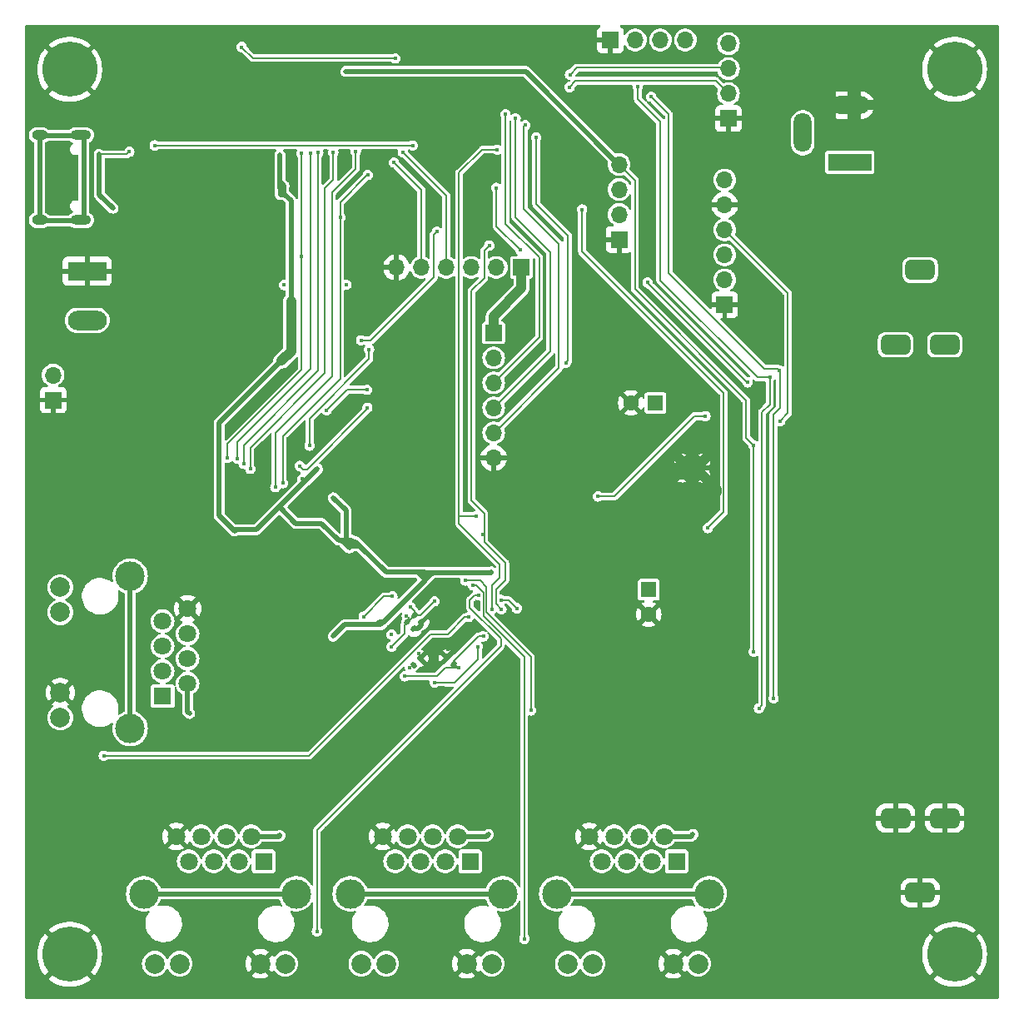
<source format=gbr>
%TF.GenerationSoftware,KiCad,Pcbnew,7.0.1*%
%TF.CreationDate,2023-06-29T20:29:04+03:00*%
%TF.ProjectId,Ethernet_switch_4out,45746865-726e-4657-945f-737769746368,rev?*%
%TF.SameCoordinates,Original*%
%TF.FileFunction,Copper,L4,Bot*%
%TF.FilePolarity,Positive*%
%FSLAX46Y46*%
G04 Gerber Fmt 4.6, Leading zero omitted, Abs format (unit mm)*
G04 Created by KiCad (PCBNEW 7.0.1) date 2023-06-29 20:29:04*
%MOMM*%
%LPD*%
G01*
G04 APERTURE LIST*
G04 Aperture macros list*
%AMRoundRect*
0 Rectangle with rounded corners*
0 $1 Rounding radius*
0 $2 $3 $4 $5 $6 $7 $8 $9 X,Y pos of 4 corners*
0 Add a 4 corners polygon primitive as box body*
4,1,4,$2,$3,$4,$5,$6,$7,$8,$9,$2,$3,0*
0 Add four circle primitives for the rounded corners*
1,1,$1+$1,$2,$3*
1,1,$1+$1,$4,$5*
1,1,$1+$1,$6,$7*
1,1,$1+$1,$8,$9*
0 Add four rect primitives between the rounded corners*
20,1,$1+$1,$2,$3,$4,$5,0*
20,1,$1+$1,$4,$5,$6,$7,0*
20,1,$1+$1,$6,$7,$8,$9,0*
20,1,$1+$1,$8,$9,$2,$3,0*%
G04 Aperture macros list end*
%TA.AperFunction,ComponentPad*%
%ADD10C,3.600000*%
%TD*%
%TA.AperFunction,ConnectorPad*%
%ADD11C,5.600000*%
%TD*%
%TA.AperFunction,ComponentPad*%
%ADD12RoundRect,0.500000X-1.000000X-0.500000X1.000000X-0.500000X1.000000X0.500000X-1.000000X0.500000X0*%
%TD*%
%TA.AperFunction,ComponentPad*%
%ADD13RoundRect,0.500000X1.000000X0.500000X-1.000000X0.500000X-1.000000X-0.500000X1.000000X-0.500000X0*%
%TD*%
%TA.AperFunction,ComponentPad*%
%ADD14O,2.100000X1.000000*%
%TD*%
%TA.AperFunction,ComponentPad*%
%ADD15O,1.600000X1.000000*%
%TD*%
%TA.AperFunction,ComponentPad*%
%ADD16R,1.700000X1.700000*%
%TD*%
%TA.AperFunction,ComponentPad*%
%ADD17O,1.700000X1.700000*%
%TD*%
%TA.AperFunction,ComponentPad*%
%ADD18R,1.600000X1.600000*%
%TD*%
%TA.AperFunction,ComponentPad*%
%ADD19C,1.600000*%
%TD*%
%TA.AperFunction,ComponentPad*%
%ADD20R,3.960000X1.980000*%
%TD*%
%TA.AperFunction,ComponentPad*%
%ADD21O,3.960000X1.980000*%
%TD*%
%TA.AperFunction,ComponentPad*%
%ADD22C,0.600000*%
%TD*%
%TA.AperFunction,SMDPad,CuDef*%
%ADD23R,2.500000X1.800000*%
%TD*%
%TA.AperFunction,ComponentPad*%
%ADD24R,4.400000X1.800000*%
%TD*%
%TA.AperFunction,ComponentPad*%
%ADD25O,4.000000X1.800000*%
%TD*%
%TA.AperFunction,ComponentPad*%
%ADD26O,1.800000X4.000000*%
%TD*%
%TA.AperFunction,SMDPad,CuDef*%
%ADD27RoundRect,0.140000X0.219203X0.021213X0.021213X0.219203X-0.219203X-0.021213X-0.021213X-0.219203X0*%
%TD*%
%TA.AperFunction,ComponentPad*%
%ADD28R,1.800000X1.800000*%
%TD*%
%TA.AperFunction,ComponentPad*%
%ADD29C,1.800000*%
%TD*%
%TA.AperFunction,ComponentPad*%
%ADD30C,2.000000*%
%TD*%
%TA.AperFunction,ComponentPad*%
%ADD31C,3.000000*%
%TD*%
%TA.AperFunction,SMDPad,CuDef*%
%ADD32RoundRect,0.140000X-0.219203X-0.021213X-0.021213X-0.219203X0.219203X0.021213X0.021213X0.219203X0*%
%TD*%
%TA.AperFunction,SMDPad,CuDef*%
%ADD33RoundRect,0.140000X-0.021213X0.219203X-0.219203X0.021213X0.021213X-0.219203X0.219203X-0.021213X0*%
%TD*%
%TA.AperFunction,ViaPad*%
%ADD34C,0.450000*%
%TD*%
%TA.AperFunction,ViaPad*%
%ADD35C,0.411000*%
%TD*%
%TA.AperFunction,Conductor*%
%ADD36C,1.000000*%
%TD*%
%TA.AperFunction,Conductor*%
%ADD37C,0.200000*%
%TD*%
%TA.AperFunction,Conductor*%
%ADD38C,0.500000*%
%TD*%
%TA.AperFunction,Conductor*%
%ADD39C,0.150000*%
%TD*%
G04 APERTURE END LIST*
D10*
%TO.P,H2,1,1*%
%TO.N,GND*%
X145000000Y-55000000D03*
D11*
X145000000Y-55000000D03*
%TD*%
D12*
%TO.P,J13,1,Pin_1*%
%TO.N,Net-(J13-Pin_1)*%
X141500000Y-75400000D03*
X144000000Y-83000000D03*
X139000000Y-83000000D03*
D13*
%TO.P,J13,2,Pin_2*%
%TO.N,GND*%
X144000000Y-131133000D03*
X139000000Y-131133000D03*
X141500000Y-138733000D03*
%TD*%
D14*
%TO.P,J4,S1,SHIELD*%
%TO.N,Net-(J4-SHIELD)*%
X56130000Y-61680000D03*
D15*
X51950000Y-61680000D03*
D14*
X56130000Y-70320000D03*
D15*
X51950000Y-70320000D03*
%TD*%
D16*
%TO.P,J6,1,Pin_1*%
%TO.N,GND*%
X110880000Y-72290000D03*
D17*
%TO.P,J6,2,Pin_2*%
%TO.N,TX*%
X110880000Y-69750000D03*
%TO.P,J6,3,Pin_3*%
%TO.N,RX*%
X110880000Y-67210000D03*
%TO.P,J6,4,Pin_4*%
%TO.N,+3V3*%
X110880000Y-64670000D03*
%TD*%
D18*
%TO.P,C64,1*%
%TO.N,/Cell/Vin_buck*%
X114580000Y-88915000D03*
D19*
%TO.P,C64,2*%
%TO.N,GND*%
X112080000Y-88915000D03*
%TD*%
D16*
%TO.P,J1,1,Pin_1*%
%TO.N,GND*%
X122000000Y-60000000D03*
D17*
%TO.P,J1,2,Pin_2*%
%TO.N,Net-(J1-Pin_2)*%
X122000000Y-57460000D03*
%TO.P,J1,3,Pin_3*%
%TO.N,Net-(J1-Pin_3)*%
X122000000Y-54920000D03*
%TO.P,J1,4,Pin_4*%
%TO.N,+3V3*%
X122000000Y-52380000D03*
%TD*%
D20*
%TO.P,J12,1,Pin_1*%
%TO.N,GND*%
X56790000Y-75515000D03*
D21*
%TO.P,J12,2,Pin_2*%
%TO.N,+BATT*%
X56790000Y-80515000D03*
%TD*%
D22*
%TO.P,U13,9,PAD*%
%TO.N,GND*%
X117315000Y-96210000D03*
X118315000Y-96210000D03*
X119315000Y-96210000D03*
D23*
X118315000Y-95560000D03*
D22*
X117315000Y-94910000D03*
X118315000Y-94910000D03*
X119315000Y-94910000D03*
%TD*%
D10*
%TO.P,H4,1,1*%
%TO.N,GND*%
X55000000Y-145000000D03*
D11*
X55000000Y-145000000D03*
%TD*%
D16*
%TO.P,J11,1,Pin_1*%
%TO.N,GND*%
X53320000Y-88625000D03*
D17*
%TO.P,J11,2,Pin_2*%
%TO.N,+BATT*%
X53320000Y-86085000D03*
%TD*%
D16*
%TO.P,J5,1,Pin_1*%
%TO.N,GND*%
X110000000Y-52000000D03*
D17*
%TO.P,J5,2,Pin_2*%
%TO.N,SCL*%
X112540000Y-52000000D03*
%TO.P,J5,3,Pin_3*%
%TO.N,SDA*%
X115080000Y-52000000D03*
%TO.P,J5,4,Pin_4*%
%TO.N,+3V3*%
X117620000Y-52000000D03*
%TD*%
D16*
%TO.P,J3,1,Pin_1*%
%TO.N,+3V3*%
X100940000Y-75140000D03*
D17*
%TO.P,J3,2,Pin_2*%
%TO.N,/SD*%
X98400000Y-75140000D03*
%TO.P,J3,3,Pin_3*%
%TO.N,/SCK *%
X95860000Y-75140000D03*
%TO.P,J3,4,Pin_4*%
%TO.N,/WS*%
X93320000Y-75140000D03*
%TO.P,J3,5,Pin_5*%
%TO.N,/L{slash}R*%
X90780000Y-75140000D03*
%TO.P,J3,6,Pin_6*%
%TO.N,GND*%
X88240000Y-75140000D03*
%TD*%
D16*
%TO.P,J15,1,Pin_1*%
%TO.N,GND*%
X121620000Y-78940000D03*
D17*
%TO.P,J15,2,Pin_2*%
%TO.N,Net-(J15-Pin_2)*%
X121620000Y-76400000D03*
%TO.P,J15,3,Pin_3*%
%TO.N,Net-(J15-Pin_3)*%
X121620000Y-73860000D03*
%TO.P,J15,4,Pin_4*%
%TO.N,/Cell/DAC2*%
X121620000Y-71320000D03*
%TO.P,J15,5,Pin_5*%
%TO.N,GND*%
X121620000Y-68780000D03*
%TO.P,J15,6,Pin_6*%
%TO.N,REF_2v5*%
X121620000Y-66240000D03*
%TD*%
D10*
%TO.P,H3,1,1*%
%TO.N,GND*%
X145000000Y-145000000D03*
D11*
X145000000Y-145000000D03*
%TD*%
D16*
%TO.P,J2,1,Pin_1*%
%TO.N,+3V3*%
X98120000Y-81790000D03*
D17*
%TO.P,J2,2,Pin_2*%
%TO.N,SS_EXT*%
X98120000Y-84330000D03*
%TO.P,J2,3,Pin_3*%
%TO.N,CLK_EXT*%
X98120000Y-86870000D03*
%TO.P,J2,4,Pin_4*%
%TO.N,MOSI_EXT*%
X98120000Y-89410000D03*
%TO.P,J2,5,Pin_5*%
%TO.N,MISO_EXT*%
X98120000Y-91950000D03*
%TO.P,J2,6,Pin_6*%
%TO.N,GND*%
X98120000Y-94490000D03*
%TD*%
D10*
%TO.P,H1,1,1*%
%TO.N,GND*%
X55000000Y-55000000D03*
D11*
X55000000Y-55000000D03*
%TD*%
D24*
%TO.P,J14,1*%
%TO.N,Net-(D37-A)*%
X134360000Y-64430000D03*
D25*
%TO.P,J14,2*%
%TO.N,GND*%
X134360000Y-58630000D03*
D26*
%TO.P,J14,3*%
%TO.N,N/C*%
X129560000Y-61430000D03*
%TD*%
D18*
%TO.P,C69,1*%
%TO.N,/Cell/Buck_out*%
X113890000Y-107910000D03*
D19*
%TO.P,C69,2*%
%TO.N,GND*%
X113890000Y-110410000D03*
%TD*%
D27*
%TO.P,C7,1*%
%TO.N,GND*%
X90039411Y-111869411D03*
%TO.P,C7,2*%
%TO.N,1V2*%
X89360589Y-111190589D03*
%TD*%
D28*
%TO.P,J9,1,TD+*%
%TO.N,/Output_port2/L_TD+*%
X95730000Y-135540000D03*
D29*
%TO.P,J9,2,TD-*%
%TO.N,/Output_port2/L_TD-*%
X94460000Y-133000000D03*
%TO.P,J9,3,RD+*%
%TO.N,/Output_port2/L_RD+*%
X93190000Y-135540000D03*
%TO.P,J9,4,TCT*%
%TO.N,Net-(J9-TCT)*%
X91920000Y-133000000D03*
%TO.P,J9,5,RCT*%
%TO.N,Net-(J9-RCT)*%
X90650000Y-135540000D03*
%TO.P,J9,6,RD-*%
%TO.N,/Output_port2/L_RD-*%
X89380000Y-133000000D03*
%TO.P,J9,7,NC*%
%TO.N,unconnected-(J9-NC-Pad7)*%
X88110000Y-135540000D03*
%TO.P,J9,8,GND*%
%TO.N,GND*%
X86840000Y-133000000D03*
D30*
%TO.P,J9,9,LEDG_A*%
%TO.N,/Output_port2/GREEN*%
X97920000Y-145950000D03*
%TO.P,J9,10,LEDY_K*%
%TO.N,GND*%
X95380000Y-145950000D03*
%TO.P,J9,11,LEDY_A*%
%TO.N,/Output_port2/YELLOW*%
X87200000Y-145950000D03*
%TO.P,J9,12*%
%TO.N,N/C*%
X84660000Y-145950000D03*
D31*
%TO.P,J9,15,SHIELD*%
%TO.N,Net-(J9-SHIELD)*%
X99040000Y-138840000D03*
X83540000Y-138840000D03*
%TD*%
D28*
%TO.P,J8,1,TD+*%
%TO.N,/Output_port1/L_TD+*%
X74730000Y-135540000D03*
D29*
%TO.P,J8,2,TD-*%
%TO.N,/Output_port1/L_TD-*%
X73460000Y-133000000D03*
%TO.P,J8,3,RD+*%
%TO.N,/Output_port1/L_RD+*%
X72190000Y-135540000D03*
%TO.P,J8,4,TCT*%
%TO.N,Net-(J8-TCT)*%
X70920000Y-133000000D03*
%TO.P,J8,5,RCT*%
%TO.N,Net-(J8-RCT)*%
X69650000Y-135540000D03*
%TO.P,J8,6,RD-*%
%TO.N,/Output_port1/L_RD-*%
X68380000Y-133000000D03*
%TO.P,J8,7,NC*%
%TO.N,unconnected-(J8-NC-Pad7)*%
X67110000Y-135540000D03*
%TO.P,J8,8,GND*%
%TO.N,GND*%
X65840000Y-133000000D03*
D30*
%TO.P,J8,9,LEDG_A*%
%TO.N,/Output_port1/GREEN*%
X76920000Y-145950000D03*
%TO.P,J8,10,LEDY_K*%
%TO.N,GND*%
X74380000Y-145950000D03*
%TO.P,J8,11,LEDY_A*%
%TO.N,/Output_port1/YELLOW*%
X66200000Y-145950000D03*
%TO.P,J8,12*%
%TO.N,N/C*%
X63660000Y-145950000D03*
D31*
%TO.P,J8,15,SHIELD*%
%TO.N,Net-(J8-SHIELD)*%
X78040000Y-138840000D03*
X62540000Y-138840000D03*
%TD*%
D28*
%TO.P,J7,1,TD+*%
%TO.N,/Output_port/L_TD+*%
X64460000Y-118730000D03*
D29*
%TO.P,J7,2,TD-*%
%TO.N,/Output_port/L_TD-*%
X67000000Y-117460000D03*
%TO.P,J7,3,RD+*%
%TO.N,/Output_port/L_RD+*%
X64460000Y-116190000D03*
%TO.P,J7,4,TCT*%
%TO.N,Net-(J7-TCT)*%
X67000000Y-114920000D03*
%TO.P,J7,5,RCT*%
%TO.N,Net-(J7-RCT)*%
X64460000Y-113650000D03*
%TO.P,J7,6,RD-*%
%TO.N,/Output_port/L_RD-*%
X67000000Y-112380000D03*
%TO.P,J7,7,NC*%
%TO.N,unconnected-(J7-NC-Pad7)*%
X64460000Y-111110000D03*
%TO.P,J7,8,GND*%
%TO.N,GND*%
X67000000Y-109840000D03*
D30*
%TO.P,J7,9,LEDG_A*%
%TO.N,/Output_port/GREEN*%
X54050000Y-120920000D03*
%TO.P,J7,10,LEDG_K*%
%TO.N,GND*%
X54050000Y-118380000D03*
%TO.P,J7,11,LEDY_A*%
%TO.N,/Output_port/YELLOW*%
X54050000Y-110200000D03*
%TO.P,J7,12*%
%TO.N,N/C*%
X54050000Y-107660000D03*
D31*
%TO.P,J7,15,SHIELD*%
%TO.N,Net-(J7-SHIELD)*%
X61160000Y-122040000D03*
X61160000Y-106540000D03*
%TD*%
D32*
%TO.P,C9,1*%
%TO.N,GND*%
X93371178Y-114821178D03*
%TO.P,C9,2*%
%TO.N,+3V3*%
X94050000Y-115500000D03*
%TD*%
D28*
%TO.P,J10,1,TD+*%
%TO.N,/Output_port3/L_TD+*%
X116730000Y-135540000D03*
D29*
%TO.P,J10,2,TD-*%
%TO.N,/Output_port3/L_TD-*%
X115460000Y-133000000D03*
%TO.P,J10,3,RD+*%
%TO.N,/Output_port3/L_RD+*%
X114190000Y-135540000D03*
%TO.P,J10,4,TCT*%
%TO.N,Net-(J10-TCT)*%
X112920000Y-133000000D03*
%TO.P,J10,5,RCT*%
%TO.N,Net-(J10-RCT)*%
X111650000Y-135540000D03*
%TO.P,J10,6,RD-*%
%TO.N,/Output_port3/L_RD-*%
X110380000Y-133000000D03*
%TO.P,J10,7,NC*%
%TO.N,unconnected-(J10-NC-Pad7)*%
X109110000Y-135540000D03*
%TO.P,J10,8,GND*%
%TO.N,GND*%
X107840000Y-133000000D03*
D30*
%TO.P,J10,9,LEDG_A*%
%TO.N,/Output_port3/GREEN*%
X118920000Y-145950000D03*
%TO.P,J10,10,LEDY_K*%
%TO.N,GND*%
X116380000Y-145950000D03*
%TO.P,J10,11,LEDY_A*%
%TO.N,/Output_port3/YELLOW*%
X108200000Y-145950000D03*
%TO.P,J10,12*%
%TO.N,N/C*%
X105660000Y-145950000D03*
D31*
%TO.P,J10,15,SHIELD*%
%TO.N,Net-(J10-SHIELD)*%
X120040000Y-138840000D03*
X104540000Y-138840000D03*
%TD*%
D33*
%TO.P,C1,1*%
%TO.N,GND*%
X90640000Y-114870000D03*
%TO.P,C1,2*%
%TO.N,1V2*%
X89961178Y-115548822D03*
%TD*%
D27*
%TO.P,C2,1*%
%TO.N,GND*%
X90739411Y-111189411D03*
%TO.P,C2,2*%
%TO.N,1V2*%
X90060589Y-110510589D03*
%TD*%
D34*
%TO.N,GND*%
X102370000Y-128930000D03*
X127770000Y-101330000D03*
X77570000Y-60230000D03*
X81620000Y-59630000D03*
X88470000Y-61280000D03*
X81420000Y-124330000D03*
X118170000Y-119480000D03*
X85820000Y-124630000D03*
X76570000Y-123980000D03*
X89720000Y-124430000D03*
X91570000Y-122680000D03*
X72870000Y-127330000D03*
X70470000Y-115380000D03*
X73470000Y-115780000D03*
X77720000Y-115780000D03*
X80320000Y-116480000D03*
X76820000Y-121930000D03*
X80920000Y-121930000D03*
X83720000Y-121930000D03*
X86670000Y-121830000D03*
X124170000Y-76030000D03*
X127260000Y-65530000D03*
X124720000Y-65530000D03*
X129800000Y-67930000D03*
X124720000Y-70470000D03*
X127260000Y-70470000D03*
X127260000Y-67930000D03*
X124720000Y-73010000D03*
X124720000Y-67930000D03*
X83270000Y-83480000D03*
X147660000Y-141612084D03*
X147660000Y-139072084D03*
X147660000Y-136532084D03*
X147660000Y-133992084D03*
X147660000Y-131452084D03*
X147660000Y-128912084D03*
X147660000Y-126372084D03*
X147660000Y-123832084D03*
X147660000Y-121292084D03*
X147660000Y-118752084D03*
X147660000Y-116212084D03*
X147660000Y-113672084D03*
X147660000Y-111132084D03*
X147660000Y-108592084D03*
X147660000Y-106052084D03*
X147660000Y-103512084D03*
X147660000Y-100972084D03*
X147660000Y-98432084D03*
X147660000Y-95892084D03*
X147660000Y-93352084D03*
X147660000Y-90812084D03*
X147660000Y-88272084D03*
X147660000Y-85732084D03*
X147660000Y-83192084D03*
X147660000Y-80652084D03*
X147660000Y-78112084D03*
X147660000Y-75572084D03*
X147660000Y-73032084D03*
X147660000Y-70492084D03*
X147660000Y-67952084D03*
X147660000Y-65412084D03*
X147660000Y-62872084D03*
X147660000Y-60332084D03*
X147660000Y-57792084D03*
X145120000Y-139072084D03*
X145120000Y-136532084D03*
X145120000Y-133992084D03*
X145120000Y-128912084D03*
X145120000Y-126372084D03*
X145120000Y-123832084D03*
X145120000Y-121292084D03*
X145120000Y-118752084D03*
X145120000Y-116212084D03*
X145120000Y-113672084D03*
X145120000Y-111132084D03*
X145120000Y-108592084D03*
X145120000Y-106052084D03*
X145120000Y-103512084D03*
X145120000Y-100972084D03*
X145120000Y-98432084D03*
X145120000Y-95892084D03*
X145120000Y-93352084D03*
X145120000Y-90812084D03*
X145120000Y-88272084D03*
X145120000Y-85732084D03*
X145120000Y-80652084D03*
X145120000Y-78112084D03*
X145120000Y-75572084D03*
X145120000Y-73032084D03*
X145120000Y-70492084D03*
X145120000Y-67952084D03*
X145120000Y-65412084D03*
X145120000Y-62872084D03*
X145120000Y-60332084D03*
X142580000Y-141612084D03*
X142580000Y-136532084D03*
X142580000Y-133992084D03*
X142580000Y-128912084D03*
X142580000Y-126372084D03*
X142580000Y-123832084D03*
X142580000Y-121292084D03*
X142580000Y-118752084D03*
X142580000Y-116212084D03*
X142580000Y-113672084D03*
X142580000Y-111132084D03*
X142580000Y-108592084D03*
X142580000Y-106052084D03*
X142580000Y-103512084D03*
X142580000Y-100972084D03*
X142580000Y-98432084D03*
X142580000Y-95892084D03*
X142580000Y-73032084D03*
X142580000Y-70492084D03*
X142580000Y-67952084D03*
X142580000Y-65412084D03*
X142580000Y-62872084D03*
X142580000Y-60332084D03*
X140040000Y-146692084D03*
X140040000Y-144152084D03*
X140040000Y-141612084D03*
X140040000Y-136532084D03*
X140040000Y-133992084D03*
X140040000Y-128912084D03*
X140040000Y-126372084D03*
X140040000Y-123832084D03*
X140040000Y-121292084D03*
X140040000Y-118752084D03*
X140040000Y-116212084D03*
X140040000Y-113672084D03*
X140040000Y-111132084D03*
X140040000Y-108592084D03*
X140040000Y-106052084D03*
X140040000Y-103512084D03*
X140040000Y-100972084D03*
X140040000Y-98432084D03*
X140040000Y-73032084D03*
X140040000Y-70492084D03*
X140040000Y-67952084D03*
X140040000Y-65412084D03*
X140040000Y-62872084D03*
X140040000Y-60332084D03*
X140040000Y-57792084D03*
X140040000Y-55252084D03*
X140040000Y-52712084D03*
X137500000Y-146692084D03*
X137500000Y-144152084D03*
X137500000Y-141612084D03*
X137500000Y-139072084D03*
X137500000Y-136532084D03*
X137500000Y-133992084D03*
X137500000Y-128912084D03*
X137500000Y-126372084D03*
X137500000Y-123832084D03*
X137500000Y-121292084D03*
X137500000Y-118752084D03*
X137500000Y-116212084D03*
X137500000Y-113672084D03*
X137500000Y-111132084D03*
X137500000Y-108592084D03*
X137500000Y-106052084D03*
X137500000Y-103512084D03*
X137500000Y-100972084D03*
X137500000Y-90812084D03*
X137500000Y-88272084D03*
X137500000Y-85732084D03*
X137500000Y-80652084D03*
X137500000Y-78112084D03*
X137500000Y-75572084D03*
X137500000Y-73032084D03*
X137500000Y-70492084D03*
X137500000Y-67952084D03*
X137500000Y-65412084D03*
X137500000Y-62872084D03*
X137500000Y-60332084D03*
X137500000Y-57792084D03*
X137500000Y-55252084D03*
X137500000Y-52712084D03*
X134960000Y-146692084D03*
X134960000Y-144152084D03*
X134960000Y-141612084D03*
X134960000Y-139072084D03*
X134960000Y-136532084D03*
X134960000Y-133992084D03*
X134960000Y-131452084D03*
X134960000Y-128912084D03*
X134960000Y-126372084D03*
X134960000Y-123832084D03*
X134960000Y-121292084D03*
X134960000Y-118752084D03*
X134960000Y-116212084D03*
X134960000Y-113672084D03*
X134960000Y-111132084D03*
X134960000Y-108592084D03*
X134960000Y-106052084D03*
X134960000Y-103512084D03*
X134960000Y-93352084D03*
X134960000Y-90812084D03*
X134960000Y-88272084D03*
X134960000Y-85732084D03*
X134960000Y-83192084D03*
X134960000Y-80652084D03*
X134960000Y-78112084D03*
X134960000Y-75572084D03*
X134960000Y-73032084D03*
X134960000Y-70492084D03*
X134960000Y-60332084D03*
X134960000Y-55252084D03*
X134960000Y-52712084D03*
X132420000Y-146692084D03*
X132420000Y-144152084D03*
X132420000Y-141612084D03*
X132420000Y-139072084D03*
X132420000Y-136532084D03*
X132420000Y-133992084D03*
X132420000Y-131452084D03*
X132420000Y-128912084D03*
X132420000Y-126372084D03*
X132420000Y-123832084D03*
X132420000Y-121292084D03*
X132420000Y-118752084D03*
X132420000Y-116212084D03*
X132420000Y-113672084D03*
X132420000Y-111132084D03*
X132420000Y-108592084D03*
X132420000Y-106052084D03*
X132420000Y-95892084D03*
X132420000Y-93352084D03*
X132420000Y-90812084D03*
X132420000Y-88272084D03*
X132420000Y-85732084D03*
X132420000Y-83192084D03*
X132420000Y-80652084D03*
X132420000Y-78112084D03*
X132420000Y-75572084D03*
X132420000Y-73032084D03*
X132420000Y-60332084D03*
X132420000Y-55252084D03*
X132420000Y-52712084D03*
X129880000Y-146692084D03*
X129880000Y-144152084D03*
X129880000Y-141612084D03*
X129880000Y-139072084D03*
X129880000Y-136532084D03*
X129880000Y-133992084D03*
X129880000Y-131452084D03*
X129880000Y-128912084D03*
X129880000Y-126372084D03*
X129880000Y-123832084D03*
X129880000Y-121292084D03*
X129880000Y-118752084D03*
X129880000Y-116212084D03*
X129880000Y-113672084D03*
X129880000Y-111132084D03*
X129880000Y-108592084D03*
X129880000Y-98432084D03*
X129880000Y-95892084D03*
X129880000Y-93352084D03*
X129880000Y-90812084D03*
X129880000Y-88272084D03*
X129880000Y-85732084D03*
X129880000Y-83192084D03*
X129880000Y-80652084D03*
X129880000Y-78112084D03*
X129880000Y-75572084D03*
X129880000Y-65412084D03*
X129880000Y-57792084D03*
X129880000Y-55252084D03*
X129880000Y-52712084D03*
X127340000Y-146692084D03*
X127340000Y-144152084D03*
X127340000Y-141612084D03*
X127340000Y-139072084D03*
X127340000Y-136532084D03*
X127340000Y-133992084D03*
X127340000Y-131452084D03*
X127340000Y-128912084D03*
X127340000Y-126372084D03*
X127340000Y-123832084D03*
X127340000Y-121292084D03*
X127340000Y-62872084D03*
X127340000Y-60332084D03*
X127340000Y-57792084D03*
X127340000Y-55252084D03*
X127340000Y-52712084D03*
X124800000Y-146692084D03*
X124800000Y-144152084D03*
X124800000Y-141612084D03*
X124800000Y-139072084D03*
X124800000Y-136532084D03*
X124800000Y-133992084D03*
X124800000Y-131452084D03*
X124800000Y-128912084D03*
X124800000Y-126372084D03*
X124800000Y-123832084D03*
X124800000Y-62872084D03*
X124800000Y-52712084D03*
X122260000Y-146692084D03*
X122260000Y-144152084D03*
X122260000Y-141612084D03*
X122260000Y-136532084D03*
X122260000Y-133992084D03*
X122260000Y-131452084D03*
X122260000Y-128912084D03*
X122260000Y-126372084D03*
X122260000Y-103512084D03*
X122260000Y-100972084D03*
X119720000Y-144152084D03*
X119720000Y-131452084D03*
X119720000Y-128912084D03*
X119720000Y-121292084D03*
X119720000Y-116212084D03*
X119720000Y-113672084D03*
X119720000Y-103512084D03*
X119720000Y-73032084D03*
X119720000Y-70492084D03*
X119720000Y-62872084D03*
X119720000Y-60332084D03*
X119720000Y-57792084D03*
X117180000Y-113672084D03*
X117180000Y-111132084D03*
X117180000Y-106052084D03*
X117180000Y-103512084D03*
X117180000Y-67952084D03*
X117180000Y-62872084D03*
X114640000Y-146692084D03*
X114640000Y-144152084D03*
X114640000Y-141612084D03*
X114640000Y-123832084D03*
X114640000Y-121292084D03*
X114640000Y-98432084D03*
X112100000Y-118752084D03*
X112100000Y-113672084D03*
X112100000Y-111132084D03*
X112100000Y-90812084D03*
X112100000Y-85732084D03*
X112100000Y-62872084D03*
X109560000Y-128912084D03*
X109560000Y-123832084D03*
X109560000Y-121292084D03*
X109560000Y-116212084D03*
X109560000Y-113672084D03*
X109560000Y-111132084D03*
X109560000Y-90812084D03*
X109560000Y-88272084D03*
X109560000Y-85732084D03*
X107020000Y-128912084D03*
X107020000Y-126372084D03*
X107020000Y-123832084D03*
X107020000Y-121292084D03*
X107020000Y-116212084D03*
X107020000Y-113672084D03*
X107020000Y-111132084D03*
X107020000Y-108592084D03*
X107020000Y-93352084D03*
X107020000Y-90812084D03*
X107020000Y-88272084D03*
X107020000Y-85732084D03*
X107020000Y-62872084D03*
X104480000Y-144152084D03*
X104480000Y-126372084D03*
X104480000Y-123832084D03*
X104480000Y-121292084D03*
X104480000Y-116212084D03*
X104480000Y-113672084D03*
X104480000Y-100972084D03*
X104480000Y-98432084D03*
X104480000Y-95892084D03*
X104480000Y-93352084D03*
X104480000Y-90812084D03*
X104480000Y-88272084D03*
X101940000Y-111132084D03*
X101940000Y-98432084D03*
X101940000Y-95892084D03*
X101940000Y-93352084D03*
X101940000Y-90812084D03*
X99400000Y-144152084D03*
X99400000Y-141612084D03*
X99400000Y-131452084D03*
X99400000Y-123832084D03*
X99400000Y-121292084D03*
X99400000Y-116212084D03*
X99400000Y-95892084D03*
X99400000Y-57792084D03*
X99400000Y-52712084D03*
X96860000Y-131452084D03*
X96860000Y-123832084D03*
X96860000Y-121292084D03*
X96860000Y-65412084D03*
X96860000Y-60332084D03*
X96860000Y-57792084D03*
X96860000Y-52712084D03*
X94320000Y-144152084D03*
X94320000Y-141612084D03*
X94320000Y-62872084D03*
X94320000Y-52712084D03*
X91780000Y-146692084D03*
X91780000Y-144152084D03*
X91780000Y-93352084D03*
X91780000Y-78112084D03*
X91780000Y-52712084D03*
X89240000Y-146692084D03*
X89240000Y-144152084D03*
X89240000Y-141612084D03*
X89240000Y-93352084D03*
X89240000Y-67952084D03*
X89240000Y-57792084D03*
X89240000Y-52712084D03*
X86700000Y-128912084D03*
X86700000Y-95892084D03*
X86700000Y-78112084D03*
X86700000Y-70492084D03*
X84160000Y-144152084D03*
X84160000Y-136532084D03*
X84160000Y-133992084D03*
X84160000Y-131452084D03*
X84160000Y-126372084D03*
X84160000Y-70492084D03*
X81620000Y-146692084D03*
X81620000Y-144152084D03*
X81620000Y-141612084D03*
X81620000Y-128912084D03*
X81620000Y-126372084D03*
X81620000Y-118752084D03*
X79080000Y-136532084D03*
X79080000Y-133992084D03*
X79080000Y-131452084D03*
X79080000Y-128912084D03*
X79080000Y-126372084D03*
X79080000Y-118752084D03*
X79080000Y-111132084D03*
X79080000Y-106052084D03*
X79080000Y-52712084D03*
X76540000Y-131452084D03*
X76540000Y-111132084D03*
X76540000Y-106052084D03*
X76540000Y-55252084D03*
X74000000Y-144152084D03*
X74000000Y-83192084D03*
X74000000Y-75572084D03*
X74000000Y-55252084D03*
X71460000Y-146692084D03*
X71460000Y-144152084D03*
X71460000Y-121292084D03*
X71460000Y-75572084D03*
X68920000Y-146692084D03*
X68920000Y-144152084D03*
X68920000Y-123832084D03*
X68920000Y-121292084D03*
X68920000Y-111132084D03*
X68920000Y-108592084D03*
X68920000Y-106052084D03*
X68920000Y-103512084D03*
X68920000Y-100972084D03*
X68920000Y-98432084D03*
X68920000Y-95892084D03*
X68920000Y-93352084D03*
X68920000Y-90812084D03*
X68920000Y-60332084D03*
X68920000Y-57792084D03*
X68920000Y-55252084D03*
X66380000Y-144152084D03*
X66380000Y-128912084D03*
X66380000Y-126372084D03*
X66380000Y-123832084D03*
X66380000Y-106052084D03*
X66380000Y-103512084D03*
X66380000Y-100972084D03*
X66380000Y-98432084D03*
X66380000Y-95892084D03*
X66380000Y-93352084D03*
X66380000Y-90812084D03*
X66380000Y-88272084D03*
X66380000Y-55252084D03*
X63840000Y-136532084D03*
X63840000Y-133992084D03*
X63840000Y-131452084D03*
X63840000Y-128912084D03*
X63840000Y-108592084D03*
X63840000Y-106052084D03*
X63840000Y-103512084D03*
X63840000Y-100972084D03*
X63840000Y-98432084D03*
X63840000Y-95892084D03*
X63840000Y-93352084D03*
X63840000Y-90812084D03*
X63840000Y-80652084D03*
X63840000Y-78112084D03*
X61300000Y-146692084D03*
X61300000Y-144152084D03*
X61300000Y-141612084D03*
X61300000Y-136532084D03*
X61300000Y-133992084D03*
X61300000Y-131452084D03*
X61300000Y-128912084D03*
X61300000Y-103512084D03*
X61300000Y-100972084D03*
X61300000Y-98432084D03*
X61300000Y-95892084D03*
X61300000Y-93352084D03*
X61300000Y-90812084D03*
X61300000Y-80652084D03*
X61300000Y-78112084D03*
X61300000Y-75572084D03*
X61300000Y-73032084D03*
X61300000Y-55252084D03*
X61300000Y-52712084D03*
X58760000Y-146692084D03*
X58760000Y-144152084D03*
X58760000Y-141612084D03*
X58760000Y-131452084D03*
X58760000Y-128912084D03*
X58760000Y-126372084D03*
X58760000Y-116212084D03*
X58760000Y-111132084D03*
X58760000Y-106052084D03*
X58760000Y-103512084D03*
X58760000Y-100972084D03*
X58760000Y-98432084D03*
X58760000Y-95892084D03*
X58760000Y-93352084D03*
X58760000Y-90812084D03*
X58760000Y-88272084D03*
X58760000Y-78112084D03*
X58760000Y-73032084D03*
X58760000Y-55252084D03*
X58760000Y-52712084D03*
X56220000Y-139072084D03*
X56220000Y-136532084D03*
X56220000Y-133992084D03*
X56220000Y-131452084D03*
X56220000Y-128912084D03*
X56220000Y-126372084D03*
X56220000Y-116212084D03*
X56220000Y-111132084D03*
X56220000Y-106052084D03*
X56220000Y-103512084D03*
X56220000Y-100972084D03*
X56220000Y-98432084D03*
X56220000Y-95892084D03*
X56220000Y-93352084D03*
X56220000Y-90812084D03*
X56220000Y-78112084D03*
X56220000Y-73032084D03*
X53680000Y-139072084D03*
X53680000Y-136532084D03*
X53680000Y-133992084D03*
X53680000Y-131452084D03*
X53680000Y-128912084D03*
X53680000Y-126372084D03*
X53680000Y-116212084D03*
X53680000Y-113672084D03*
X53680000Y-103512084D03*
X53680000Y-100972084D03*
X53680000Y-98432084D03*
X53680000Y-95892084D03*
X53680000Y-93352084D03*
X53680000Y-90812084D03*
X53680000Y-80652084D03*
X53680000Y-78112084D03*
X53680000Y-75572084D03*
X53680000Y-73032084D03*
X53680000Y-67952084D03*
X53680000Y-65412084D03*
X53680000Y-62872084D03*
X53680000Y-60332084D03*
X51140000Y-146692084D03*
X51140000Y-144152084D03*
X51140000Y-141612084D03*
X51140000Y-139072084D03*
X51140000Y-136532084D03*
X51140000Y-133992084D03*
X51140000Y-131452084D03*
X51140000Y-128912084D03*
X51140000Y-126372084D03*
X51140000Y-123832084D03*
X51140000Y-121292084D03*
X51140000Y-118752084D03*
X51140000Y-116212084D03*
X51140000Y-113672084D03*
X51140000Y-111132084D03*
X51140000Y-108592084D03*
X51140000Y-106052084D03*
X51140000Y-103512084D03*
X51140000Y-100972084D03*
X51140000Y-98432084D03*
X51140000Y-95892084D03*
X51140000Y-93352084D03*
X51140000Y-90812084D03*
X51140000Y-88272084D03*
X51140000Y-85732084D03*
X51140000Y-83192084D03*
X51140000Y-80652084D03*
X51140000Y-78112084D03*
X51140000Y-75572084D03*
X51140000Y-73032084D03*
X51140000Y-60332084D03*
X51140000Y-57792084D03*
X51140000Y-55252084D03*
X51140000Y-52712084D03*
X93500000Y-111600000D03*
X70270000Y-79910000D03*
X94660000Y-107620000D03*
X82650000Y-98420000D03*
X113200000Y-143100000D03*
X86730000Y-50890000D03*
X88670000Y-119930000D03*
X69900000Y-142800000D03*
X98150000Y-116240000D03*
X81110000Y-132170000D03*
X87780000Y-117580000D03*
X92000000Y-115800000D03*
X105550000Y-51750000D03*
X74770000Y-59710000D03*
X108210000Y-93950000D03*
X83700000Y-75820000D03*
X108470000Y-64080000D03*
X56530000Y-84810000D03*
X102670000Y-109770000D03*
X107240000Y-79170000D03*
X112120000Y-95480000D03*
X93500000Y-113000000D03*
X84880000Y-99860000D03*
X82340000Y-50750000D03*
X78630000Y-102860000D03*
X59170000Y-134740000D03*
X71150000Y-80900000D03*
X73110000Y-119870000D03*
X124680000Y-90600000D03*
X86860000Y-92370000D03*
X116970000Y-55480000D03*
X75600000Y-83300000D03*
X116400000Y-89500000D03*
X104520000Y-131700000D03*
X87900000Y-51710000D03*
X81840000Y-99870000D03*
X117920000Y-88285000D03*
X79050000Y-94810000D03*
X110890000Y-130430000D03*
X71490000Y-91760000D03*
X107520000Y-77300000D03*
X80920000Y-96330000D03*
X116780000Y-86430000D03*
X97990000Y-112960000D03*
X57630000Y-69910000D03*
X72030000Y-111210000D03*
X75620000Y-52730000D03*
X75580000Y-66970000D03*
X57600000Y-62060000D03*
X93500000Y-114000000D03*
X68510000Y-52760000D03*
X112870000Y-80420000D03*
X83510000Y-77800000D03*
X90500000Y-114400000D03*
X60760000Y-68000000D03*
X103020000Y-51710000D03*
X98680000Y-128120000D03*
X77100000Y-129900000D03*
X123560000Y-118180000D03*
X86800000Y-101200000D03*
X110090000Y-127090000D03*
X89640000Y-113260000D03*
X89350000Y-100540000D03*
X74980000Y-93610000D03*
X115920000Y-95540000D03*
X61890000Y-87220000D03*
X86210000Y-113020000D03*
X58160000Y-62790000D03*
X96250000Y-109320000D03*
X116530000Y-88440000D03*
X81600000Y-109010000D03*
X84760000Y-116440000D03*
X82910000Y-63320000D03*
X90010000Y-128520000D03*
X85450000Y-94250000D03*
X59840000Y-59330000D03*
X83060000Y-104890000D03*
X96130000Y-117660000D03*
X109970000Y-94270000D03*
X123610000Y-114220000D03*
X94900000Y-113100000D03*
X116380000Y-91030000D03*
X125110000Y-87950000D03*
X88990000Y-101880000D03*
X110750000Y-95240000D03*
X118860000Y-127200000D03*
X81000000Y-64190000D03*
X71400000Y-142800000D03*
X119590000Y-123710000D03*
X81290000Y-92210000D03*
X104240000Y-50900000D03*
X109500000Y-95660000D03*
X81880000Y-97480000D03*
X91980000Y-82300000D03*
X88790000Y-128040000D03*
X70040000Y-85670000D03*
X92100000Y-110200000D03*
X92420000Y-106980000D03*
X72440000Y-78720000D03*
X90700000Y-111600000D03*
X69680000Y-119810000D03*
X95180000Y-92320000D03*
X79340000Y-102270000D03*
X111250000Y-94390000D03*
X64840000Y-125390000D03*
X76420000Y-77810000D03*
X77780000Y-63330000D03*
X113100000Y-60440000D03*
X90600000Y-142900000D03*
X111700000Y-143100000D03*
X75520000Y-63830000D03*
X117460000Y-59730000D03*
X120940000Y-98015000D03*
X92058400Y-113069670D03*
X91990000Y-118610000D03*
X56700000Y-114000000D03*
X108710000Y-94990000D03*
X73050000Y-100760000D03*
X64540000Y-67110000D03*
X70600000Y-110590000D03*
X116639076Y-87451235D03*
X83990000Y-113280000D03*
X91980000Y-90470000D03*
X128690000Y-87930000D03*
X92100000Y-111600000D03*
X59260000Y-61630000D03*
X94020000Y-106950000D03*
X118200000Y-130360000D03*
X122360000Y-91910000D03*
X68800000Y-127500000D03*
X84930000Y-63960000D03*
X72370000Y-84650000D03*
X73130000Y-61660000D03*
X107640000Y-94680000D03*
X102680000Y-107430000D03*
X85110000Y-51250000D03*
X98150000Y-129510000D03*
X84300000Y-102290000D03*
X123120000Y-90990000D03*
X92100000Y-142900000D03*
X76800000Y-127500000D03*
X67900000Y-129900000D03*
X112540000Y-94400000D03*
X116870000Y-74380000D03*
X84890000Y-96580000D03*
X89360000Y-107620000D03*
X71040000Y-86880000D03*
X77240000Y-95980000D03*
X67450000Y-59890000D03*
%TO.N,+3V3*%
X77520000Y-78580000D03*
X96740000Y-106160000D03*
X76390000Y-63720000D03*
X89080000Y-116720000D03*
X80196117Y-95636117D03*
D35*
X94560000Y-115880000D03*
D34*
X78650790Y-96619210D03*
X97910000Y-106100000D03*
X71760000Y-101930000D03*
X124570000Y-93230000D03*
X83680000Y-103030000D03*
X76430000Y-67110000D03*
X91180000Y-106200000D03*
X83090000Y-55200000D03*
X87750000Y-112490000D03*
X86650000Y-111460000D03*
X79610000Y-101180000D03*
X81810000Y-112640000D03*
X76520000Y-84640000D03*
X81810000Y-98570000D03*
X97070000Y-112650000D03*
X124570000Y-114210000D03*
%TO.N,/ESP_EN*%
X72505000Y-52725000D03*
X88140000Y-53880000D03*
%TO.N,/ESP_BOOT*%
X89880000Y-62730000D03*
X63660000Y-62730000D03*
%TO.N,VBUS*%
X61080000Y-63360000D03*
X58010000Y-63640000D03*
X59410000Y-69110000D03*
%TO.N,+VDC*%
X83160000Y-76900000D03*
X76790000Y-76920000D03*
%TO.N,/SWITCH_EN*%
X100490000Y-109790000D03*
X98920000Y-108950000D03*
%TO.N,/W5500_LED4*%
X85270000Y-89420000D03*
X78400000Y-95320000D03*
%TO.N,/W5500_LED3*%
X85260000Y-87580000D03*
X81130000Y-89680000D03*
%TO.N,/W5500_LED1*%
X85450000Y-83480000D03*
X79400000Y-93260000D03*
%TO.N,/WS*%
X88880000Y-63420000D03*
%TO.N,Net-(U3-IBREF)*%
X87830000Y-108590000D03*
X84910000Y-110640000D03*
%TO.N,/green_LED2*%
X80150000Y-142640000D03*
X96570000Y-108460000D03*
%TO.N,/green_LED1*%
X58480000Y-124780000D03*
X95590000Y-110690000D03*
%TO.N,/green_LED3*%
X101250000Y-143410000D03*
X96040000Y-107470000D03*
%TO.N,/green_LED4*%
X95240000Y-106980000D03*
X101920000Y-120190000D03*
%TO.N,/L{slash}R*%
X87990000Y-64470000D03*
%TO.N,SDA*%
X127170000Y-85600000D03*
X114140000Y-57780000D03*
X126590000Y-118960000D03*
%TO.N,SCL*%
X125100000Y-119970000D03*
X112770000Y-56750000D03*
X126200000Y-86330000D03*
%TO.N,SCL{slash}MDC*%
X97670000Y-72910000D03*
X97010000Y-102260000D03*
X98910000Y-109910000D03*
%TO.N,SDA{slash}MDIO*%
X98500000Y-63170000D03*
X97940000Y-109900000D03*
X96340000Y-100420000D03*
D35*
%TO.N,1V2*%
X89700000Y-109690000D03*
D34*
X92110000Y-109090000D03*
D35*
X89263253Y-110596747D03*
D34*
X87750000Y-113700000D03*
X96510000Y-113690000D03*
X92110000Y-117340000D03*
D35*
X89600000Y-115820000D03*
D34*
%TO.N,/Output_port/L_TD-*%
X67200000Y-120500000D03*
%TO.N,/Output_port1/L_TD-*%
X76400000Y-132900000D03*
%TO.N,Net-(J1-Pin_2)*%
X105840000Y-56790000D03*
%TO.N,Net-(J1-Pin_3)*%
X105890000Y-55520000D03*
%TO.N,/Output_port2/L_TD-*%
X97600000Y-132800000D03*
%TO.N,/Output_port3/L_TD-*%
X118400000Y-132800000D03*
%TO.N,/~{SCS}*%
X82530000Y-70030000D03*
X85310000Y-65740000D03*
X76710000Y-97080000D03*
%TO.N,/~{RST}*%
X71070000Y-94510000D03*
X78600000Y-63560000D03*
X78600000Y-74000000D03*
%TO.N,/Cell_V*%
X84650000Y-82550000D03*
X92340000Y-71480000D03*
%TO.N,/SCLK*%
X75921117Y-97488883D03*
X84110000Y-63370000D03*
%TO.N,/~{INT}*%
X72050000Y-94550000D03*
X79490000Y-63560000D03*
%TO.N,SS_EXT*%
X105460000Y-84860000D03*
X102450000Y-61900000D03*
%TO.N,MISO_EXT*%
X101320000Y-60680000D03*
%TO.N,MOSI_EXT*%
X100350000Y-59970000D03*
%TO.N,CLK_EXT*%
X99320000Y-59580000D03*
%TO.N,/MOSI*%
X72710000Y-95120000D03*
X80300000Y-63460000D03*
%TO.N,/MISO*%
X81820000Y-63430000D03*
X73370000Y-95620000D03*
%TO.N,/Cell/BUCK_EN*%
X119900000Y-101640000D03*
X107110000Y-69240000D03*
%TO.N,REF_2v5*%
X123950000Y-86830000D03*
X113780000Y-76670000D03*
X98390000Y-67040000D03*
X100830000Y-73380000D03*
%TO.N,/Cell/DAC2*%
X127260000Y-90740000D03*
%TO.N,/Cell/Buck_out*%
X119670000Y-90265000D03*
X108750000Y-98430000D03*
%TD*%
D36*
%TO.N,GND*%
X116862084Y-96210000D02*
X114640000Y-98432084D01*
X117315000Y-96210000D02*
X116862084Y-96210000D01*
X116435000Y-94030000D02*
X116320000Y-94030000D01*
X117315000Y-94910000D02*
X116435000Y-94030000D01*
D37*
%TO.N,/Cell/Buck_out*%
X118535000Y-90265000D02*
X119670000Y-90265000D01*
X110370000Y-98430000D02*
X118535000Y-90265000D01*
X108750000Y-98430000D02*
X110370000Y-98430000D01*
D36*
%TO.N,GND*%
X120295000Y-93930000D02*
X120570000Y-93930000D01*
X119315000Y-94910000D02*
X120295000Y-93930000D01*
X118315000Y-97635000D02*
X116970000Y-98980000D01*
X118315000Y-96210000D02*
X118315000Y-97635000D01*
X118315000Y-93835000D02*
X119920000Y-92230000D01*
X118315000Y-94910000D02*
X118315000Y-93835000D01*
X116645000Y-95540000D02*
X117315000Y-96210000D01*
X115920000Y-95540000D02*
X116645000Y-95540000D01*
X120830000Y-97725000D02*
X120830000Y-98015000D01*
X119315000Y-96210000D02*
X120830000Y-97725000D01*
X132420000Y-55252084D02*
X132420000Y-60332084D01*
X134960000Y-55252084D02*
X134960000Y-60332084D01*
X130717916Y-58630000D02*
X129880000Y-57792084D01*
X134360000Y-58630000D02*
X130717916Y-58630000D01*
X139202084Y-58630000D02*
X140040000Y-57792084D01*
X134360000Y-58630000D02*
X139202084Y-58630000D01*
D38*
X90739411Y-111189411D02*
X90739411Y-111560589D01*
X90430589Y-111869411D02*
X90700000Y-111600000D01*
X90039411Y-111869411D02*
X90430589Y-111869411D01*
X90739411Y-111560589D02*
X90700000Y-111600000D01*
D37*
%TO.N,+3V3*%
X94050000Y-115500000D02*
X94050000Y-115190000D01*
X112490000Y-77330000D02*
X112490000Y-66280000D01*
D36*
X100940000Y-77270000D02*
X100940000Y-75140000D01*
D38*
X80196117Y-95636117D02*
X78931117Y-96901117D01*
X91220000Y-106160000D02*
X91180000Y-106200000D01*
X86510000Y-111160000D02*
X86190000Y-111480000D01*
X76800000Y-66830000D02*
X76760000Y-66870000D01*
D37*
X78931117Y-96899537D02*
X78931117Y-96901117D01*
D38*
X83120000Y-102880000D02*
X83680000Y-102880000D01*
X84500000Y-103460000D02*
X84260000Y-103460000D01*
X76390000Y-67070000D02*
X76430000Y-67110000D01*
X76760000Y-67480000D02*
X76680000Y-67480000D01*
X70210000Y-90950000D02*
X70210000Y-100380000D01*
X82340000Y-102880000D02*
X80640000Y-101180000D01*
X83120000Y-99880000D02*
X83120000Y-102880000D01*
D37*
X112490000Y-66280000D02*
X110880000Y-64670000D01*
X94560000Y-115880000D02*
X93180000Y-115880000D01*
D38*
X87180000Y-106140000D02*
X90410000Y-106140000D01*
D37*
X124570000Y-114210000D02*
X124570000Y-93230000D01*
D38*
X86950000Y-111160000D02*
X86510000Y-111160000D01*
D37*
X93180000Y-115880000D02*
X92580000Y-116480000D01*
X96590000Y-112650000D02*
X97070000Y-112650000D01*
D38*
X76520000Y-84640000D02*
X70210000Y-90950000D01*
X86950000Y-111160000D02*
X91180000Y-106930000D01*
X83120000Y-102880000D02*
X83700000Y-103460000D01*
X86650000Y-111460000D02*
X86950000Y-111160000D01*
D37*
X94430000Y-115880000D02*
X94050000Y-115500000D01*
D38*
X76390000Y-63720000D02*
X76390000Y-66300000D01*
X82340000Y-102880000D02*
X82660000Y-102880000D01*
X81810000Y-98570000D02*
X83120000Y-99880000D01*
X76430000Y-67110000D02*
X76430000Y-67730000D01*
X70210000Y-100380000D02*
X71760000Y-101930000D01*
X83700000Y-103460000D02*
X84500000Y-103460000D01*
X101390000Y-55200000D02*
X110860000Y-64670000D01*
X90410000Y-106140000D02*
X91120000Y-106140000D01*
X78018883Y-101180000D02*
X76440000Y-99601117D01*
D36*
X77520000Y-83640000D02*
X77520000Y-78580000D01*
D37*
X94050000Y-115190000D02*
X96590000Y-112650000D01*
D38*
X83680000Y-103030000D02*
X84070000Y-103030000D01*
X79610000Y-101180000D02*
X78018883Y-101180000D01*
D37*
X92580000Y-116480000D02*
X92340000Y-116720000D01*
X78650790Y-96619210D02*
X78931117Y-96899537D01*
D38*
X76440000Y-99601117D02*
X76231117Y-99601117D01*
D37*
X124570000Y-93230000D02*
X124570000Y-93200000D01*
D38*
X91180000Y-106910000D02*
X91180000Y-106890000D01*
D36*
X98120000Y-81790000D02*
X98120000Y-80090000D01*
D38*
X86630000Y-111480000D02*
X86650000Y-111460000D01*
D37*
X123820000Y-88660000D02*
X112490000Y-77330000D01*
X94180000Y-115500000D02*
X94560000Y-115880000D01*
D38*
X91180000Y-106890000D02*
X91910000Y-106160000D01*
X77520000Y-68350000D02*
X77520000Y-78580000D01*
X97850000Y-106160000D02*
X91910000Y-106160000D01*
X83680000Y-103030000D02*
X83680000Y-102880000D01*
X76680000Y-67480000D02*
X76430000Y-67730000D01*
X82660000Y-102880000D02*
X83440000Y-103660000D01*
X83090000Y-55200000D02*
X101390000Y-55200000D01*
X78931117Y-96901117D02*
X76231117Y-99601117D01*
D37*
X123820000Y-92450000D02*
X123820000Y-88660000D01*
D38*
X83120000Y-102880000D02*
X82340000Y-102880000D01*
D37*
X94050000Y-115500000D02*
X94180000Y-115500000D01*
D38*
X86190000Y-111480000D02*
X86630000Y-111480000D01*
D37*
X92340000Y-116720000D02*
X89080000Y-116720000D01*
D38*
X91120000Y-106140000D02*
X91180000Y-106200000D01*
X82970000Y-111480000D02*
X86190000Y-111480000D01*
X76390000Y-66300000D02*
X76390000Y-67070000D01*
X71890000Y-101800000D02*
X71760000Y-101930000D01*
X84070000Y-103030000D02*
X84500000Y-103460000D01*
X81810000Y-112640000D02*
X82970000Y-111480000D01*
X84500000Y-103460000D02*
X87180000Y-106140000D01*
X84260000Y-103460000D02*
X83680000Y-102880000D01*
X76390000Y-66420000D02*
X76800000Y-66830000D01*
X91180000Y-106930000D02*
X91180000Y-106910000D01*
D36*
X76520000Y-84640000D02*
X77520000Y-83640000D01*
D38*
X76430000Y-67730000D02*
X76900000Y-67730000D01*
D37*
X94560000Y-115880000D02*
X94430000Y-115880000D01*
D36*
X98120000Y-80090000D02*
X100940000Y-77270000D01*
D38*
X91180000Y-106930000D02*
X91180000Y-106200000D01*
X76760000Y-66870000D02*
X76760000Y-67480000D01*
X74032234Y-101800000D02*
X71890000Y-101800000D01*
X97910000Y-106100000D02*
X97850000Y-106160000D01*
X76900000Y-67730000D02*
X77520000Y-68350000D01*
X76231117Y-99601117D02*
X74032234Y-101800000D01*
X76390000Y-66300000D02*
X76390000Y-66420000D01*
X91910000Y-106160000D02*
X91220000Y-106160000D01*
D37*
X124570000Y-93200000D02*
X123820000Y-92450000D01*
D38*
X91180000Y-106910000D02*
X90410000Y-106140000D01*
X80640000Y-101180000D02*
X79610000Y-101180000D01*
X110860000Y-64670000D02*
X110880000Y-64670000D01*
D37*
%TO.N,/ESP_EN*%
X88100000Y-53840000D02*
X88140000Y-53880000D01*
X73620000Y-53840000D02*
X88100000Y-53840000D01*
X72505000Y-52725000D02*
X73620000Y-53840000D01*
%TO.N,/ESP_BOOT*%
X89880000Y-62730000D02*
X63660000Y-62730000D01*
%TO.N,VBUS*%
X58010000Y-63640000D02*
X60800000Y-63640000D01*
D38*
X58010000Y-67710000D02*
X59410000Y-69110000D01*
X58010000Y-63640000D02*
X58010000Y-67710000D01*
D37*
X60800000Y-63640000D02*
X61080000Y-63360000D01*
D38*
%TO.N,Net-(J8-SHIELD)*%
X62540000Y-138840000D02*
X78040000Y-138840000D01*
D39*
%TO.N,/SWITCH_EN*%
X98920000Y-108950000D02*
X99650000Y-108950000D01*
X99650000Y-108950000D02*
X100490000Y-109790000D01*
D38*
%TO.N,Net-(J4-SHIELD)*%
X56130000Y-61740000D02*
X56435000Y-62045000D01*
X56435000Y-62045000D02*
X56435000Y-70075000D01*
X56130000Y-70380000D02*
X51950000Y-70380000D01*
X56435000Y-70075000D02*
X56130000Y-70380000D01*
X51950000Y-61740000D02*
X56130000Y-61740000D01*
X51950000Y-70380000D02*
X51950000Y-61740000D01*
%TO.N,Net-(J9-SHIELD)*%
X83540000Y-138840000D02*
X99040000Y-138840000D01*
%TO.N,Net-(J10-SHIELD)*%
X104540000Y-138840000D02*
X120040000Y-138840000D01*
D37*
%TO.N,/W5500_LED4*%
X85270000Y-89420000D02*
X85270000Y-89540000D01*
X79150000Y-95660000D02*
X78740000Y-95660000D01*
X78740000Y-95660000D02*
X78400000Y-95320000D01*
X85270000Y-89540000D02*
X79150000Y-95660000D01*
%TO.N,/W5500_LED3*%
X83250000Y-87550000D02*
X85230000Y-87550000D01*
X85230000Y-87550000D02*
X85260000Y-87580000D01*
X81130000Y-89670000D02*
X83250000Y-87550000D01*
X81130000Y-89680000D02*
X81130000Y-89670000D01*
%TO.N,/W5500_LED1*%
X79400000Y-90490000D02*
X85450000Y-84440000D01*
X85450000Y-84440000D02*
X85450000Y-83480000D01*
X79400000Y-93260000D02*
X79400000Y-90490000D01*
%TO.N,/WS*%
X93320000Y-67860000D02*
X93320000Y-75140000D01*
X88880000Y-63420000D02*
X93320000Y-67860000D01*
D39*
%TO.N,Net-(U3-IBREF)*%
X87830000Y-108590000D02*
X86960000Y-108590000D01*
X86960000Y-108590000D02*
X84910000Y-110640000D01*
%TO.N,/green_LED2*%
X80160000Y-132340000D02*
X80160000Y-142630000D01*
X95700000Y-108970000D02*
X95700000Y-109740000D01*
X98880000Y-113620000D02*
X80160000Y-132340000D01*
X96210000Y-108460000D02*
X95700000Y-108970000D01*
X95700000Y-109740000D02*
X98880000Y-112920000D01*
X96570000Y-108460000D02*
X96210000Y-108460000D01*
X98880000Y-112920000D02*
X98880000Y-113620000D01*
X80160000Y-142630000D02*
X80150000Y-142640000D01*
%TO.N,/green_LED1*%
X91720000Y-112430000D02*
X79370000Y-124780000D01*
X95170000Y-110690000D02*
X93430000Y-112430000D01*
X93430000Y-112430000D02*
X91720000Y-112430000D01*
X95590000Y-110690000D02*
X95170000Y-110690000D01*
X79370000Y-124780000D02*
X58480000Y-124780000D01*
%TO.N,/green_LED3*%
X97120000Y-110620000D02*
X101250000Y-114750000D01*
X97120000Y-108260000D02*
X97120000Y-110620000D01*
X101250000Y-114750000D02*
X101250000Y-143410000D01*
X96040000Y-107470000D02*
X96330000Y-107470000D01*
X96330000Y-107470000D02*
X97120000Y-108260000D01*
%TO.N,/green_LED4*%
X95240000Y-106980000D02*
X96750000Y-106980000D01*
X97370000Y-107600000D02*
X97370000Y-110180000D01*
X97370000Y-110180000D02*
X101920000Y-114730000D01*
X101920000Y-114730000D02*
X101920000Y-120190000D01*
X96750000Y-106980000D02*
X97370000Y-107600000D01*
D37*
%TO.N,/L{slash}R*%
X87990000Y-64470000D02*
X90780000Y-67260000D01*
X90780000Y-67260000D02*
X90780000Y-75140000D01*
%TO.N,SDA*%
X115940000Y-59580000D02*
X114140000Y-57780000D01*
X126590000Y-90110000D02*
X127260000Y-89440000D01*
X115940000Y-75750000D02*
X115940000Y-59580000D01*
X127170000Y-85600000D02*
X127020000Y-85450000D01*
X127020000Y-85450000D02*
X125640000Y-85450000D01*
X127260000Y-89440000D02*
X127260000Y-85690000D01*
X126590000Y-118960000D02*
X126590000Y-90110000D01*
X125640000Y-85450000D02*
X115940000Y-75750000D01*
X127260000Y-85690000D02*
X127170000Y-85600000D01*
%TO.N,SCL*%
X112770000Y-57990000D02*
X112770000Y-56750000D01*
X125430000Y-89850000D02*
X125430000Y-119640000D01*
X115080000Y-60300000D02*
X112770000Y-57990000D01*
X115080000Y-76470000D02*
X115080000Y-60300000D01*
X125430000Y-119640000D02*
X125100000Y-119970000D01*
X126200000Y-89080000D02*
X125430000Y-89850000D01*
X124940000Y-86330000D02*
X115080000Y-76470000D01*
X126200000Y-86330000D02*
X124940000Y-86330000D01*
X126200000Y-86330000D02*
X126200000Y-89080000D01*
D39*
%TO.N,SCL{slash}MDC*%
X99320000Y-106930000D02*
X99320000Y-105190000D01*
D37*
X97090000Y-102260000D02*
X97170000Y-102340000D01*
X97010000Y-102260000D02*
X97090000Y-102260000D01*
D39*
X97670000Y-72910000D02*
X97170000Y-73410000D01*
X95860000Y-77530000D02*
X95860000Y-98840000D01*
X97170000Y-73410000D02*
X97170000Y-76220000D01*
X97170000Y-103040000D02*
X97170000Y-102340000D01*
X95860000Y-98840000D02*
X97170000Y-100150000D01*
X97170000Y-76220000D02*
X95860000Y-77530000D01*
X98910000Y-109910000D02*
X98350000Y-109350000D01*
X98350000Y-109350000D02*
X98350000Y-107900000D01*
X97170000Y-100150000D02*
X97170000Y-102340000D01*
X99320000Y-105190000D02*
X97170000Y-103040000D01*
X98350000Y-107900000D02*
X99320000Y-106930000D01*
%TO.N,SDA{slash}MDIO*%
X94610000Y-65500000D02*
X94610000Y-100380000D01*
X96940000Y-63170000D02*
X94610000Y-65500000D01*
X97940000Y-109900000D02*
X97940000Y-107470000D01*
X94610000Y-101210000D02*
X94610000Y-100380000D01*
D37*
X94650000Y-100420000D02*
X94610000Y-100380000D01*
D39*
X98500000Y-63170000D02*
X96940000Y-63170000D01*
D37*
X96340000Y-100420000D02*
X94650000Y-100420000D01*
D39*
X97940000Y-107470000D02*
X98750000Y-106660000D01*
X98750000Y-105350000D02*
X94610000Y-101210000D01*
X98750000Y-106660000D02*
X98750000Y-105350000D01*
D37*
%TO.N,1V2*%
X89263253Y-110596747D02*
X89540000Y-110873494D01*
X89540000Y-110873494D02*
X89540000Y-111011178D01*
X93200000Y-117340000D02*
X92110000Y-117340000D01*
X89540000Y-111011178D02*
X89360589Y-111190589D01*
X90060589Y-110050589D02*
X90060589Y-110510589D01*
X87750000Y-113700000D02*
X89040000Y-112410000D01*
X90689411Y-110510589D02*
X92110000Y-109090000D01*
X96510000Y-114970000D02*
X94130000Y-117350000D01*
X96510000Y-113690000D02*
X96510000Y-114970000D01*
X89700000Y-109690000D02*
X90060589Y-110050589D01*
X90060589Y-110510589D02*
X90689411Y-110510589D01*
X89360589Y-111190589D02*
X89380589Y-111190589D01*
X93210000Y-117350000D02*
X93200000Y-117340000D01*
X89040000Y-111511178D02*
X89360589Y-111190589D01*
X89040000Y-112410000D02*
X89040000Y-111511178D01*
X89380589Y-111190589D02*
X90060589Y-110510589D01*
X94130000Y-117350000D02*
X93210000Y-117350000D01*
D38*
%TO.N,/Output_port/L_TD-*%
X67000000Y-120300000D02*
X67000000Y-117460000D01*
X67200000Y-120500000D02*
X67000000Y-120300000D01*
%TO.N,/Output_port1/L_TD-*%
X76300000Y-133000000D02*
X73460000Y-133000000D01*
X76400000Y-132900000D02*
X76300000Y-133000000D01*
%TO.N,Net-(J7-SHIELD)*%
X61160000Y-122040000D02*
X61160000Y-106540000D01*
D37*
%TO.N,Net-(J1-Pin_2)*%
X120710000Y-56170000D02*
X122000000Y-57460000D01*
X105840000Y-56790000D02*
X106460000Y-56170000D01*
X106460000Y-56170000D02*
X120710000Y-56170000D01*
%TO.N,Net-(J1-Pin_3)*%
X106570000Y-54840000D02*
X105890000Y-55520000D01*
X121920000Y-54840000D02*
X106570000Y-54840000D01*
X122000000Y-54920000D02*
X121920000Y-54840000D01*
D38*
%TO.N,/Output_port2/L_TD-*%
X97600000Y-132800000D02*
X97400000Y-133000000D01*
X97400000Y-133000000D02*
X94460000Y-133000000D01*
%TO.N,/Output_port3/L_TD-*%
X118200000Y-133000000D02*
X115460000Y-133000000D01*
X118400000Y-132800000D02*
X118200000Y-133000000D01*
D39*
%TO.N,/~{SCS}*%
X82530000Y-86430000D02*
X82530000Y-70030000D01*
X82530000Y-68510000D02*
X82530000Y-70030000D01*
X76690000Y-97060000D02*
X76690000Y-92270000D01*
X76710000Y-97080000D02*
X76690000Y-97060000D01*
X76690000Y-92270000D02*
X82530000Y-86430000D01*
X85310000Y-65740000D02*
X85300000Y-65740000D01*
X85300000Y-65740000D02*
X82530000Y-68510000D01*
%TO.N,/~{RST}*%
X78600000Y-85550000D02*
X78600000Y-74000000D01*
X71070000Y-94510000D02*
X71070000Y-93080000D01*
X78600000Y-74000000D02*
X78600000Y-63560000D01*
X71070000Y-93080000D02*
X78600000Y-85550000D01*
D37*
%TO.N,/Cell_V*%
X92030000Y-76150000D02*
X92030000Y-71790000D01*
X92030000Y-71790000D02*
X92340000Y-71480000D01*
X85630000Y-82550000D02*
X92030000Y-76150000D01*
X84650000Y-82550000D02*
X85630000Y-82550000D01*
D39*
%TO.N,/SCLK*%
X81700000Y-86190000D02*
X81700000Y-67520000D01*
X75921117Y-97488883D02*
X75921117Y-91968883D01*
X81700000Y-67520000D02*
X84110000Y-65110000D01*
X84110000Y-65110000D02*
X84110000Y-63370000D01*
X75921117Y-91968883D02*
X81700000Y-86190000D01*
%TO.N,/~{INT}*%
X79490000Y-85440000D02*
X79490000Y-63560000D01*
X72050000Y-94550000D02*
X72050000Y-92880000D01*
X72050000Y-92880000D02*
X79490000Y-85440000D01*
D37*
%TO.N,SS_EXT*%
X102440000Y-61910000D02*
X102450000Y-61900000D01*
X105680000Y-84640000D02*
X105680000Y-71900000D01*
X102440000Y-68660000D02*
X102440000Y-61910000D01*
X105680000Y-71900000D02*
X102440000Y-68660000D01*
X105460000Y-84860000D02*
X105680000Y-84640000D01*
%TO.N,MISO_EXT*%
X104770000Y-72710000D02*
X104770000Y-85350000D01*
X101210000Y-69150000D02*
X104770000Y-72710000D01*
X101210000Y-60790000D02*
X101210000Y-69150000D01*
X101320000Y-60680000D02*
X101210000Y-60790000D01*
X104770000Y-85350000D02*
X98170000Y-91950000D01*
X98170000Y-91950000D02*
X98120000Y-91950000D01*
%TO.N,MOSI_EXT*%
X100340000Y-59980000D02*
X100340000Y-70000000D01*
X103900000Y-83630000D02*
X98120000Y-89410000D01*
X100340000Y-70000000D02*
X103900000Y-73560000D01*
X100350000Y-59970000D02*
X100340000Y-59980000D01*
X103900000Y-73560000D02*
X103900000Y-83630000D01*
%TO.N,CLK_EXT*%
X102750000Y-74140000D02*
X102750000Y-82240000D01*
X99320000Y-59580000D02*
X99320000Y-70710000D01*
X99320000Y-70710000D02*
X102750000Y-74140000D01*
X102750000Y-82240000D02*
X98120000Y-86870000D01*
D39*
%TO.N,/MOSI*%
X72710000Y-93200000D02*
X80260000Y-85650000D01*
X72710000Y-95120000D02*
X72710000Y-93200000D01*
X80260000Y-85650000D02*
X80260000Y-63500000D01*
X80260000Y-63500000D02*
X80300000Y-63460000D01*
%TO.N,/MISO*%
X81820000Y-66210000D02*
X80980000Y-67050000D01*
X73370000Y-93490000D02*
X73370000Y-95620000D01*
X81820000Y-63430000D02*
X81820000Y-66210000D01*
X80980000Y-67050000D02*
X80980000Y-85880000D01*
X80980000Y-85880000D02*
X73370000Y-93490000D01*
D37*
%TO.N,/Cell/BUCK_EN*%
X107110000Y-73500000D02*
X121530000Y-87920000D01*
X121530000Y-87920000D02*
X121530000Y-100010000D01*
X121530000Y-100010000D02*
X119900000Y-101640000D01*
X107110000Y-69240000D02*
X107110000Y-73500000D01*
%TO.N,REF_2v5*%
X113780000Y-76710000D02*
X113780000Y-76670000D01*
X123900000Y-86830000D02*
X113780000Y-76710000D01*
D39*
X100830000Y-73380000D02*
X98390000Y-70940000D01*
X98390000Y-70940000D02*
X98390000Y-67040000D01*
D37*
X123950000Y-86830000D02*
X123900000Y-86830000D01*
%TO.N,/Cell/DAC2*%
X127260000Y-90740000D02*
X128050000Y-89950000D01*
X128050000Y-89950000D02*
X128050000Y-77750000D01*
X128050000Y-77750000D02*
X121620000Y-71320000D01*
%TD*%
%TA.AperFunction,Conductor*%
%TO.N,GND*%
G36*
X96210632Y-110798202D02*
G01*
X96251898Y-110822935D01*
X97491525Y-112062562D01*
X97518863Y-112114525D01*
X97511962Y-112172833D01*
X97473248Y-112216978D01*
X97416339Y-112231430D01*
X97361255Y-112211108D01*
X97335018Y-112190976D01*
X97310056Y-112180636D01*
X97207183Y-112138025D01*
X97070000Y-112119965D01*
X96932817Y-112138025D01*
X96804981Y-112190976D01*
X96755374Y-112229042D01*
X96726929Y-112244246D01*
X96695107Y-112249500D01*
X96550294Y-112249500D01*
X96550282Y-112249501D01*
X96526566Y-112249501D01*
X96503626Y-112256954D01*
X96488523Y-112260580D01*
X96464693Y-112264354D01*
X96443198Y-112275306D01*
X96428852Y-112281249D01*
X96405910Y-112288703D01*
X96392244Y-112298632D01*
X96386391Y-112302885D01*
X96373152Y-112310998D01*
X96364742Y-112315283D01*
X96351657Y-112321950D01*
X96329088Y-112344519D01*
X96329091Y-112344517D01*
X94255361Y-114418245D01*
X94201865Y-114445855D01*
X94142264Y-114437370D01*
X94136478Y-114431878D01*
X94116826Y-114429081D01*
X93371178Y-115174731D01*
X93059379Y-115486528D01*
X93034341Y-115504724D01*
X93033219Y-115505296D01*
X93018848Y-115511250D01*
X92995909Y-115518703D01*
X92976393Y-115532883D01*
X92963149Y-115540999D01*
X92941660Y-115551948D01*
X92919090Y-115574518D01*
X92274516Y-116219091D01*
X92203103Y-116290504D01*
X92170985Y-116311964D01*
X92133099Y-116319500D01*
X90286241Y-116319500D01*
X90235463Y-116305486D01*
X90199061Y-116267411D01*
X90187341Y-116216056D01*
X90203620Y-116165958D01*
X90226100Y-116146318D01*
X90224024Y-116143812D01*
X90236594Y-116133395D01*
X90256348Y-116117029D01*
X90529385Y-115843992D01*
X90548451Y-115820981D01*
X90556475Y-115804318D01*
X90565659Y-115785249D01*
X90602184Y-115744377D01*
X90654855Y-115729203D01*
X90742063Y-115729203D01*
X90898687Y-115688989D01*
X91032094Y-115615648D01*
X90356450Y-114940004D01*
X90330827Y-114895623D01*
X90330827Y-114869999D01*
X90993553Y-114869999D01*
X91385648Y-115262094D01*
X91458989Y-115128687D01*
X91499203Y-114972063D01*
X91499203Y-114923241D01*
X92511975Y-114923241D01*
X92552187Y-115079863D01*
X92625529Y-115213272D01*
X93017624Y-114821178D01*
X92643712Y-114447266D01*
X92630088Y-114463218D01*
X92552188Y-114604917D01*
X92511975Y-114761541D01*
X92511975Y-114923241D01*
X91499203Y-114923241D01*
X91499203Y-114810363D01*
X91458989Y-114653739D01*
X91381092Y-114512043D01*
X91367464Y-114496087D01*
X90993553Y-114869999D01*
X90330827Y-114869999D01*
X90330827Y-114844377D01*
X90356451Y-114799996D01*
X90640000Y-114516447D01*
X91013910Y-114142535D01*
X90997957Y-114128909D01*
X90933933Y-114093711D01*
X92997265Y-114093711D01*
X93371178Y-114467624D01*
X93763272Y-114075529D01*
X93629863Y-114002187D01*
X93473241Y-113961975D01*
X93311541Y-113961975D01*
X93154917Y-114002188D01*
X93013217Y-114080088D01*
X92997265Y-114093710D01*
X92997265Y-114093711D01*
X90933933Y-114093711D01*
X90856257Y-114051008D01*
X90844358Y-114047953D01*
X90799527Y-114022615D01*
X90773488Y-113978187D01*
X90773286Y-113926691D01*
X90798972Y-113882063D01*
X91846540Y-112834496D01*
X91878659Y-112813036D01*
X91916545Y-112805500D01*
X93380789Y-112805500D01*
X93401105Y-112807607D01*
X93414268Y-112810367D01*
X93447216Y-112806260D01*
X93459462Y-112805500D01*
X93461112Y-112805500D01*
X93461114Y-112805500D01*
X93482147Y-112801989D01*
X93486143Y-112801407D01*
X93538626Y-112794866D01*
X93538627Y-112794865D01*
X93543637Y-112794241D01*
X93549163Y-112792470D01*
X93553605Y-112790065D01*
X93553610Y-112790065D01*
X93600104Y-112764903D01*
X93603694Y-112763055D01*
X93651211Y-112739826D01*
X93651212Y-112739824D01*
X93655755Y-112737604D01*
X93660397Y-112734142D01*
X93663822Y-112730420D01*
X93663826Y-112730419D01*
X93699653Y-112691499D01*
X93702415Y-112688620D01*
X95219540Y-111171495D01*
X95270228Y-111144403D01*
X95327427Y-111150037D01*
X95452815Y-111201974D01*
X95481408Y-111205738D01*
X95590000Y-111220035D01*
X95727183Y-111201974D01*
X95855018Y-111149024D01*
X95964791Y-111064791D01*
X96049024Y-110955018D01*
X96083459Y-110871884D01*
X96090430Y-110855054D01*
X96119089Y-110816411D01*
X96162580Y-110795841D01*
X96210632Y-110798202D01*
G37*
%TD.AperFunction*%
%TA.AperFunction,Conductor*%
G36*
X97657435Y-112228472D02*
G01*
X98475504Y-113046541D01*
X98496964Y-113078659D01*
X98504500Y-113116545D01*
X98504500Y-113423455D01*
X98496964Y-113461341D01*
X98475504Y-113493459D01*
X97079504Y-114889458D01*
X97028814Y-114916552D01*
X96971614Y-114910918D01*
X96927185Y-114874455D01*
X96910500Y-114819454D01*
X96910500Y-114064894D01*
X96915754Y-114033072D01*
X96930958Y-114004627D01*
X96947929Y-113982509D01*
X96969024Y-113955018D01*
X97021974Y-113827183D01*
X97040035Y-113690000D01*
X97021974Y-113552817D01*
X96969024Y-113424983D01*
X96894098Y-113327338D01*
X96873852Y-113273546D01*
X96886904Y-113217571D01*
X96928854Y-113178281D01*
X96985561Y-113168918D01*
X97070000Y-113180035D01*
X97207183Y-113161974D01*
X97335018Y-113109024D01*
X97444791Y-113024791D01*
X97529024Y-112915018D01*
X97581974Y-112787183D01*
X97600035Y-112650000D01*
X97581974Y-112512817D01*
X97529024Y-112384983D01*
X97508888Y-112358741D01*
X97488567Y-112303658D01*
X97503020Y-112246749D01*
X97547164Y-112208035D01*
X97605472Y-112201134D01*
X97657435Y-112228472D01*
G37*
%TD.AperFunction*%
%TA.AperFunction,Conductor*%
G36*
X96349853Y-108937610D02*
G01*
X96432816Y-108971974D01*
X96440883Y-108973036D01*
X96570000Y-108990035D01*
X96632578Y-108981796D01*
X96687339Y-108990224D01*
X96728996Y-109026756D01*
X96744500Y-109079949D01*
X96744500Y-110014454D01*
X96727815Y-110069455D01*
X96683386Y-110105918D01*
X96626186Y-110111552D01*
X96575496Y-110084458D01*
X96104496Y-109613458D01*
X96083036Y-109581340D01*
X96075500Y-109543454D01*
X96075500Y-109166544D01*
X96083036Y-109128659D01*
X96104496Y-109096541D01*
X96138016Y-109063021D01*
X96241966Y-108959069D01*
X96292654Y-108931976D01*
X96349853Y-108937610D01*
G37*
%TD.AperFunction*%
%TA.AperFunction,Conductor*%
G36*
X94175488Y-75996787D02*
G01*
X94218445Y-76033305D01*
X94234500Y-76087352D01*
X94234500Y-100223944D01*
X94229655Y-100254536D01*
X94209500Y-100316567D01*
X94209500Y-100443433D01*
X94229655Y-100505464D01*
X94234500Y-100536056D01*
X94234500Y-101160789D01*
X94232393Y-101181105D01*
X94229633Y-101194267D01*
X94233740Y-101227217D01*
X94234500Y-101239462D01*
X94234500Y-101241118D01*
X94238003Y-101262115D01*
X94238593Y-101266159D01*
X94245756Y-101323622D01*
X94247536Y-101329178D01*
X94275088Y-101380091D01*
X94276959Y-101383726D01*
X94302390Y-101435743D01*
X94305867Y-101440407D01*
X94309580Y-101443825D01*
X94309581Y-101443826D01*
X94348473Y-101479629D01*
X94351400Y-101482437D01*
X98345504Y-105476541D01*
X98366964Y-105508659D01*
X98374500Y-105546545D01*
X98374500Y-105562985D01*
X98360524Y-105613700D01*
X98322540Y-105650095D01*
X98271275Y-105661895D01*
X98221203Y-105645767D01*
X98148655Y-105598182D01*
X98004413Y-105552403D01*
X97853175Y-105547237D01*
X97706147Y-105583067D01*
X97681735Y-105596794D01*
X97633214Y-105609500D01*
X91985665Y-105609500D01*
X91921079Y-105609500D01*
X91917699Y-105609442D01*
X91851359Y-105607175D01*
X91832003Y-105609500D01*
X91294156Y-105609500D01*
X91257838Y-105602598D01*
X91251561Y-105600122D01*
X91231577Y-105598067D01*
X91215002Y-105594917D01*
X91195665Y-105589500D01*
X91153300Y-105589500D01*
X91143176Y-105588981D01*
X91140637Y-105588720D01*
X91101028Y-105584647D01*
X91086643Y-105587128D01*
X91081236Y-105588060D01*
X91064417Y-105589500D01*
X90485665Y-105589500D01*
X90443300Y-105589500D01*
X90433176Y-105588981D01*
X90430637Y-105588720D01*
X90391028Y-105584647D01*
X90376643Y-105587128D01*
X90371236Y-105588060D01*
X90354417Y-105589500D01*
X87449032Y-105589500D01*
X87411146Y-105581964D01*
X87379028Y-105560504D01*
X84897096Y-103078571D01*
X84894748Y-103076141D01*
X84893784Y-103075109D01*
X84850680Y-103028956D01*
X84850677Y-103028954D01*
X84849436Y-103027625D01*
X84834112Y-103015587D01*
X84467095Y-102648570D01*
X84464747Y-102646140D01*
X84420678Y-102598954D01*
X84384485Y-102576945D01*
X84376106Y-102571243D01*
X84342339Y-102545637D01*
X84323653Y-102538268D01*
X84308539Y-102530761D01*
X84307843Y-102530337D01*
X84291382Y-102520328D01*
X84273071Y-102515197D01*
X84250584Y-102508896D01*
X84240979Y-102505666D01*
X84201566Y-102490124D01*
X84188426Y-102488772D01*
X84181578Y-102488068D01*
X84165003Y-102484917D01*
X84145665Y-102479500D01*
X84103302Y-102479500D01*
X84093137Y-102478977D01*
X84091926Y-102478852D01*
X84058032Y-102469031D01*
X84032927Y-102450323D01*
X84030681Y-102448957D01*
X84030680Y-102448956D01*
X83994471Y-102426936D01*
X83986105Y-102421242D01*
X83950890Y-102394538D01*
X83937363Y-102387232D01*
X83927263Y-102383643D01*
X83908977Y-102374946D01*
X83901382Y-102370327D01*
X83860585Y-102358896D01*
X83850979Y-102355666D01*
X83809875Y-102339457D01*
X83794865Y-102336069D01*
X83784174Y-102335338D01*
X83764228Y-102331899D01*
X83742793Y-102325894D01*
X83705292Y-102305919D01*
X83679618Y-102272064D01*
X83670500Y-102230564D01*
X83670500Y-99891097D01*
X83670558Y-99887716D01*
X83672763Y-99823174D01*
X83662730Y-99782008D01*
X83660838Y-99772054D01*
X83655070Y-99730080D01*
X83655069Y-99730077D01*
X83647068Y-99711656D01*
X83641686Y-99695654D01*
X83636932Y-99676144D01*
X83616167Y-99639214D01*
X83611657Y-99630134D01*
X83594780Y-99591279D01*
X83582109Y-99575705D01*
X83572608Y-99561745D01*
X83562766Y-99544241D01*
X83532801Y-99514275D01*
X83526016Y-99506758D01*
X83499278Y-99473892D01*
X83495255Y-99471052D01*
X83482871Y-99462310D01*
X83469960Y-99451435D01*
X82823220Y-98804695D01*
X82172634Y-98154109D01*
X82082342Y-98085639D01*
X81941564Y-98030124D01*
X81927529Y-98028681D01*
X81791028Y-98014647D01*
X81641897Y-98040360D01*
X81505239Y-98105352D01*
X81391177Y-98204809D01*
X81308182Y-98331346D01*
X81262403Y-98475584D01*
X81257237Y-98626825D01*
X81293066Y-98773852D01*
X81357824Y-98889024D01*
X81367234Y-98905759D01*
X81958150Y-99496675D01*
X82540504Y-100079029D01*
X82561964Y-100111147D01*
X82569500Y-100149033D01*
X82569500Y-102091968D01*
X82552815Y-102146969D01*
X82508386Y-102183432D01*
X82451186Y-102189066D01*
X82400496Y-102161972D01*
X81801142Y-101562618D01*
X81037096Y-100798571D01*
X81034748Y-100796141D01*
X80990678Y-100748954D01*
X80954485Y-100726945D01*
X80946106Y-100721243D01*
X80938874Y-100715759D01*
X80912342Y-100695639D01*
X80912341Y-100695638D01*
X80912339Y-100695637D01*
X80893653Y-100688268D01*
X80878539Y-100680761D01*
X80877843Y-100680337D01*
X80861382Y-100670328D01*
X80843071Y-100665197D01*
X80820584Y-100658896D01*
X80810979Y-100655666D01*
X80771566Y-100640124D01*
X80758426Y-100638772D01*
X80751578Y-100638068D01*
X80735003Y-100634917D01*
X80715665Y-100629500D01*
X80673300Y-100629500D01*
X80663176Y-100628981D01*
X80660637Y-100628720D01*
X80621028Y-100624647D01*
X80606643Y-100627128D01*
X80601236Y-100628060D01*
X80584417Y-100629500D01*
X79685665Y-100629500D01*
X78287916Y-100629500D01*
X78250030Y-100621964D01*
X78217912Y-100600504D01*
X77184087Y-99566679D01*
X77158464Y-99522298D01*
X77158464Y-99471052D01*
X77184087Y-99426671D01*
X78180759Y-98429999D01*
X79347008Y-97263751D01*
X79347008Y-97263750D01*
X80612007Y-95998751D01*
X80680478Y-95908459D01*
X80735993Y-95767681D01*
X80751469Y-95617145D01*
X80725757Y-95468017D01*
X80660764Y-95331356D01*
X80561309Y-95217296D01*
X80561308Y-95217295D01*
X80561307Y-95217294D01*
X80423392Y-95126837D01*
X80424563Y-95125050D01*
X80401271Y-95110331D01*
X80377445Y-95066199D01*
X80378304Y-95016053D01*
X80403626Y-94972765D01*
X85456824Y-89919567D01*
X85488941Y-89898109D01*
X85535018Y-89879024D01*
X85644791Y-89794791D01*
X85729024Y-89685018D01*
X85781974Y-89557183D01*
X85800035Y-89420000D01*
X85781974Y-89282817D01*
X85729024Y-89154983D01*
X85644791Y-89045209D01*
X85535018Y-88960976D01*
X85535017Y-88960975D01*
X85535015Y-88960974D01*
X85407183Y-88908025D01*
X85270000Y-88889965D01*
X85132817Y-88908025D01*
X85004982Y-88960976D01*
X84895208Y-89045208D01*
X84810976Y-89154982D01*
X84758025Y-89282817D01*
X84739965Y-89420000D01*
X84743322Y-89445509D01*
X84738915Y-89490252D01*
X84715173Y-89528432D01*
X79060329Y-95183277D01*
X79019063Y-95208010D01*
X78971011Y-95210371D01*
X78927520Y-95189801D01*
X78898861Y-95151159D01*
X78891878Y-95134300D01*
X78859024Y-95054983D01*
X78774791Y-94945209D01*
X78665018Y-94860976D01*
X78665017Y-94860975D01*
X78665015Y-94860974D01*
X78537183Y-94808025D01*
X78400000Y-94789965D01*
X78262817Y-94808025D01*
X78134982Y-94860976D01*
X78025208Y-94945208D01*
X77940976Y-95054982D01*
X77888025Y-95182817D01*
X77869965Y-95320000D01*
X77888025Y-95457183D01*
X77940975Y-95585017D01*
X78025208Y-95694791D01*
X78134982Y-95779024D01*
X78262816Y-95831974D01*
X78285439Y-95834952D01*
X78324809Y-95840135D01*
X78355673Y-95849497D01*
X78381891Y-95868284D01*
X78479087Y-95965480D01*
X78484660Y-95971052D01*
X78509398Y-96012317D01*
X78511762Y-96060371D01*
X78491193Y-96103865D01*
X78452550Y-96132526D01*
X78385771Y-96160187D01*
X78275998Y-96244418D01*
X78191766Y-96354192D01*
X78138815Y-96482027D01*
X78120755Y-96619210D01*
X78138815Y-96756392D01*
X78159924Y-96807356D01*
X78165557Y-96864555D01*
X78138463Y-96915244D01*
X75865395Y-99188312D01*
X75857872Y-99195101D01*
X75825006Y-99221841D01*
X75813424Y-99238248D01*
X75802552Y-99251156D01*
X73833205Y-101220504D01*
X73801087Y-101241964D01*
X73763201Y-101249500D01*
X71901099Y-101249500D01*
X71897698Y-101249441D01*
X71896797Y-101249410D01*
X71895538Y-101249367D01*
X71859498Y-101241222D01*
X71828955Y-101220430D01*
X70789496Y-100180971D01*
X70768036Y-100148853D01*
X70760500Y-100110967D01*
X70760500Y-95098762D01*
X70772190Y-95052094D01*
X70804499Y-95016446D01*
X70849796Y-95000239D01*
X70897384Y-95007297D01*
X70932817Y-95021974D01*
X71070000Y-95040035D01*
X71207183Y-95021974D01*
X71335018Y-94969024D01*
X71444791Y-94884791D01*
X71466111Y-94857005D01*
X71514882Y-94822855D01*
X71574422Y-94822855D01*
X71623195Y-94857006D01*
X71675208Y-94924791D01*
X71784982Y-95009024D01*
X71912816Y-95061974D01*
X71937332Y-95065201D01*
X72050000Y-95080035D01*
X72074428Y-95076818D01*
X72125232Y-95083506D01*
X72165889Y-95114703D01*
X72185501Y-95162049D01*
X72198025Y-95257183D01*
X72250975Y-95385017D01*
X72335208Y-95494791D01*
X72444982Y-95579024D01*
X72572816Y-95631974D01*
X72593615Y-95634712D01*
X72710000Y-95650035D01*
X72743485Y-95645626D01*
X72794290Y-95652314D01*
X72834947Y-95683510D01*
X72854559Y-95730855D01*
X72858025Y-95757183D01*
X72910975Y-95885017D01*
X72995208Y-95994791D01*
X73104982Y-96079024D01*
X73232816Y-96131974D01*
X73248775Y-96134075D01*
X73370000Y-96150035D01*
X73507183Y-96131974D01*
X73635018Y-96079024D01*
X73744791Y-95994791D01*
X73829024Y-95885018D01*
X73881974Y-95757183D01*
X73900035Y-95620000D01*
X73881974Y-95482817D01*
X73829024Y-95354983D01*
X73765958Y-95272794D01*
X73750754Y-95244350D01*
X73745500Y-95212527D01*
X73745500Y-93686545D01*
X73753036Y-93648659D01*
X73774496Y-93616541D01*
X74573058Y-92817979D01*
X75376613Y-92014422D01*
X75427303Y-91987329D01*
X75484503Y-91992963D01*
X75528932Y-92029426D01*
X75545617Y-92084427D01*
X75545617Y-97081410D01*
X75540363Y-97113233D01*
X75525159Y-97141677D01*
X75462093Y-97223865D01*
X75409142Y-97351700D01*
X75391082Y-97488883D01*
X75409142Y-97626066D01*
X75462092Y-97753900D01*
X75546325Y-97863674D01*
X75656099Y-97947907D01*
X75783933Y-98000857D01*
X75799892Y-98002958D01*
X75921117Y-98018918D01*
X76058300Y-98000857D01*
X76186135Y-97947907D01*
X76295908Y-97863674D01*
X76380141Y-97753901D01*
X76427720Y-97639031D01*
X76458917Y-97598374D01*
X76506262Y-97578763D01*
X76557070Y-97585452D01*
X76572815Y-97591974D01*
X76601408Y-97595738D01*
X76710000Y-97610035D01*
X76847183Y-97591974D01*
X76975018Y-97539024D01*
X77084791Y-97454791D01*
X77169024Y-97345018D01*
X77221974Y-97217183D01*
X77240035Y-97080000D01*
X77221974Y-96942817D01*
X77169024Y-96814983D01*
X77085955Y-96706727D01*
X77070754Y-96678286D01*
X77065500Y-96646463D01*
X77065500Y-92466545D01*
X77073036Y-92428659D01*
X77094496Y-92396541D01*
X78830496Y-90660541D01*
X78881186Y-90633447D01*
X78938386Y-90639081D01*
X78982815Y-90675544D01*
X78999500Y-90730545D01*
X78999500Y-92885107D01*
X78994246Y-92916929D01*
X78979042Y-92945374D01*
X78940976Y-92994981D01*
X78888025Y-93122817D01*
X78869965Y-93259999D01*
X78888025Y-93397183D01*
X78940975Y-93525017D01*
X79025208Y-93634791D01*
X79134982Y-93719024D01*
X79262816Y-93771974D01*
X79278775Y-93774075D01*
X79400000Y-93790035D01*
X79537183Y-93771974D01*
X79665018Y-93719024D01*
X79774791Y-93634791D01*
X79859024Y-93525018D01*
X79911974Y-93397183D01*
X79930035Y-93260000D01*
X79911974Y-93122817D01*
X79859024Y-92994983D01*
X79859023Y-92994982D01*
X79859023Y-92994981D01*
X79820958Y-92945374D01*
X79805754Y-92916929D01*
X79800500Y-92885107D01*
X79800500Y-90696901D01*
X79808036Y-90659015D01*
X79829496Y-90626898D01*
X80521857Y-89934535D01*
X80570433Y-89907885D01*
X80625721Y-89911508D01*
X80670403Y-89944271D01*
X80755208Y-90054791D01*
X80864982Y-90139024D01*
X80992816Y-90191974D01*
X81008775Y-90194075D01*
X81130000Y-90210035D01*
X81267183Y-90191974D01*
X81395018Y-90139024D01*
X81504791Y-90054791D01*
X81589024Y-89945018D01*
X81637747Y-89827389D01*
X81641974Y-89817184D01*
X81644922Y-89794789D01*
X81651651Y-89743671D01*
X81661013Y-89712809D01*
X81679797Y-89686594D01*
X83386896Y-87979496D01*
X83419015Y-87958036D01*
X83456901Y-87950500D01*
X84846011Y-87950500D01*
X84877834Y-87955754D01*
X84906275Y-87970956D01*
X84994982Y-88039024D01*
X84994983Y-88039024D01*
X84994984Y-88039025D01*
X85122816Y-88091974D01*
X85138775Y-88094075D01*
X85260000Y-88110035D01*
X85397183Y-88091974D01*
X85525018Y-88039024D01*
X85634791Y-87954791D01*
X85719024Y-87845018D01*
X85771974Y-87717183D01*
X85790035Y-87580000D01*
X85771974Y-87442817D01*
X85719024Y-87314983D01*
X85634791Y-87205209D01*
X85525018Y-87120976D01*
X85525017Y-87120975D01*
X85525015Y-87120974D01*
X85397183Y-87068025D01*
X85260000Y-87049965D01*
X85122817Y-87068025D01*
X84994984Y-87120975D01*
X84994982Y-87120976D01*
X84994983Y-87120976D01*
X84984467Y-87129044D01*
X84956026Y-87144246D01*
X84924204Y-87149500D01*
X83545901Y-87149500D01*
X83490900Y-87132815D01*
X83454437Y-87088386D01*
X83448803Y-87031186D01*
X83475897Y-86980496D01*
X85766844Y-84689549D01*
X85766848Y-84689543D01*
X85778050Y-84678342D01*
X85789002Y-84656846D01*
X85797117Y-84643605D01*
X85811296Y-84624090D01*
X85818749Y-84601146D01*
X85824695Y-84586794D01*
X85835646Y-84565304D01*
X85839421Y-84541462D01*
X85843043Y-84526382D01*
X85850500Y-84503433D01*
X85850500Y-84376567D01*
X85850500Y-83854894D01*
X85855754Y-83823072D01*
X85870958Y-83794627D01*
X85901131Y-83755304D01*
X85909024Y-83745018D01*
X85961974Y-83617183D01*
X85980035Y-83480000D01*
X85961974Y-83342817D01*
X85909024Y-83214983D01*
X85824791Y-83105209D01*
X85793353Y-83081085D01*
X85761432Y-83038627D01*
X85756054Y-82985777D01*
X85778768Y-82937756D01*
X85802493Y-82922016D01*
X85801402Y-82920515D01*
X85833605Y-82897117D01*
X85846846Y-82889002D01*
X85868342Y-82878050D01*
X85879543Y-82866848D01*
X85879549Y-82866844D01*
X92346844Y-76399549D01*
X92346848Y-76399543D01*
X92358050Y-76388342D01*
X92369002Y-76366845D01*
X92377111Y-76353611D01*
X92391296Y-76334089D01*
X92398751Y-76311142D01*
X92404695Y-76296795D01*
X92405504Y-76295208D01*
X92415646Y-76275304D01*
X92419421Y-76251467D01*
X92423041Y-76236385D01*
X92430500Y-76213433D01*
X92430500Y-76110142D01*
X92446555Y-76056095D01*
X92489512Y-76019577D01*
X92545439Y-76012434D01*
X92596197Y-76036981D01*
X92623699Y-76062053D01*
X92749531Y-76139965D01*
X92804981Y-76174298D01*
X92961681Y-76235003D01*
X93003804Y-76251322D01*
X93213388Y-76290500D01*
X93213390Y-76290500D01*
X93426610Y-76290500D01*
X93426612Y-76290500D01*
X93636195Y-76251322D01*
X93636198Y-76251321D01*
X93835019Y-76174298D01*
X94016302Y-76062052D01*
X94068803Y-76014190D01*
X94119561Y-75989643D01*
X94175488Y-75996787D01*
G37*
%TD.AperFunction*%
%TA.AperFunction,Conductor*%
G36*
X95151196Y-76050655D02*
G01*
X95163699Y-76062053D01*
X95289531Y-76139965D01*
X95344981Y-76174298D01*
X95501681Y-76235003D01*
X95543804Y-76251322D01*
X95753388Y-76290500D01*
X95753390Y-76290500D01*
X95966610Y-76290500D01*
X95966612Y-76290500D01*
X96176195Y-76251322D01*
X96176198Y-76251321D01*
X96375019Y-76174298D01*
X96462592Y-76120074D01*
X96517449Y-76105285D01*
X96571406Y-76123092D01*
X96606686Y-76167632D01*
X96611668Y-76224233D01*
X96584710Y-76274251D01*
X95629271Y-77229689D01*
X95613419Y-77242562D01*
X95602162Y-77249917D01*
X95581766Y-77276120D01*
X95573658Y-77285304D01*
X95572480Y-77286481D01*
X95560090Y-77303835D01*
X95557646Y-77307112D01*
X95522095Y-77352788D01*
X95519427Y-77357971D01*
X95502911Y-77413448D01*
X95501667Y-77417328D01*
X95495843Y-77434298D01*
X95482862Y-77472111D01*
X95482023Y-77477872D01*
X95484415Y-77535701D01*
X95484500Y-77539792D01*
X95484500Y-98790789D01*
X95482393Y-98811105D01*
X95479633Y-98824267D01*
X95483740Y-98857217D01*
X95484500Y-98869462D01*
X95484500Y-98871118D01*
X95488003Y-98892115D01*
X95488593Y-98896159D01*
X95495756Y-98953622D01*
X95497536Y-98959178D01*
X95525088Y-99010091D01*
X95526959Y-99013726D01*
X95552390Y-99065743D01*
X95555867Y-99070406D01*
X95559579Y-99073824D01*
X95559581Y-99073826D01*
X95598473Y-99109628D01*
X95601399Y-99112436D01*
X96235348Y-99746386D01*
X96260081Y-99787652D01*
X96262442Y-99835704D01*
X96241872Y-99879195D01*
X96203230Y-99907854D01*
X96074982Y-99960976D01*
X96025374Y-99999042D01*
X95996929Y-100014246D01*
X95965107Y-100019500D01*
X95084500Y-100019500D01*
X95035000Y-100006237D01*
X94998763Y-99970000D01*
X94985500Y-99920500D01*
X94985500Y-76123817D01*
X95001555Y-76069770D01*
X95044512Y-76033252D01*
X95100439Y-76026108D01*
X95151196Y-76050655D01*
G37*
%TD.AperFunction*%
%TA.AperFunction,Conductor*%
G36*
X78163386Y-84215121D02*
G01*
X78207815Y-84251584D01*
X78224500Y-84306585D01*
X78224500Y-85353455D01*
X78216964Y-85391341D01*
X78195504Y-85423459D01*
X70929504Y-92689457D01*
X70878814Y-92716551D01*
X70821614Y-92710917D01*
X70777185Y-92674454D01*
X70760500Y-92619453D01*
X70760500Y-91219033D01*
X70768036Y-91181147D01*
X70789496Y-91149029D01*
X76469029Y-85469496D01*
X76501147Y-85448036D01*
X76539033Y-85440500D01*
X76610194Y-85440500D01*
X76786061Y-85400360D01*
X76948587Y-85322091D01*
X77054252Y-85237826D01*
X78055498Y-84236579D01*
X78106186Y-84209487D01*
X78163386Y-84215121D01*
G37*
%TD.AperFunction*%
%TA.AperFunction,Conductor*%
G36*
X88329622Y-63142190D02*
G01*
X88365270Y-63174499D01*
X88381477Y-63219797D01*
X88374418Y-63267384D01*
X88370557Y-63276706D01*
X88368025Y-63282819D01*
X88349965Y-63420000D01*
X88368025Y-63557183D01*
X88420975Y-63685017D01*
X88505208Y-63794791D01*
X88614982Y-63879024D01*
X88742816Y-63931974D01*
X88765439Y-63934952D01*
X88804809Y-63940135D01*
X88835673Y-63949497D01*
X88861891Y-63968284D01*
X92890504Y-67996896D01*
X92911964Y-68029014D01*
X92919500Y-68066900D01*
X92919500Y-71080346D01*
X92900972Y-71138011D01*
X92852323Y-71174092D01*
X92791762Y-71175083D01*
X92741958Y-71140614D01*
X92719907Y-71111877D01*
X92714791Y-71105209D01*
X92605018Y-71020976D01*
X92605017Y-71020975D01*
X92605015Y-71020974D01*
X92477183Y-70968025D01*
X92340000Y-70949965D01*
X92202817Y-70968025D01*
X92074982Y-71020976D01*
X91965208Y-71105208D01*
X91880976Y-71214982D01*
X91828025Y-71342817D01*
X91819863Y-71404812D01*
X91810500Y-71435675D01*
X91791714Y-71461891D01*
X91724516Y-71529091D01*
X91724515Y-71529091D01*
X91724514Y-71529092D01*
X91724513Y-71529094D01*
X91701949Y-71551658D01*
X91690997Y-71573151D01*
X91682887Y-71586386D01*
X91668704Y-71605908D01*
X91661249Y-71628853D01*
X91655305Y-71643200D01*
X91644352Y-71664695D01*
X91640577Y-71688528D01*
X91636953Y-71703624D01*
X91629500Y-71726565D01*
X91629500Y-74135065D01*
X91615853Y-74185224D01*
X91578674Y-74221554D01*
X91528213Y-74234039D01*
X91478383Y-74219236D01*
X91295021Y-74105703D01*
X91295019Y-74105702D01*
X91267937Y-74095210D01*
X91243737Y-74085835D01*
X91197825Y-74049468D01*
X91180500Y-73993520D01*
X91180500Y-67196569D01*
X91180500Y-67196567D01*
X91173041Y-67173611D01*
X91169421Y-67158534D01*
X91165646Y-67134696D01*
X91154693Y-67113201D01*
X91148752Y-67098861D01*
X91141296Y-67075911D01*
X91141295Y-67075909D01*
X91127112Y-67056387D01*
X91119001Y-67043151D01*
X91108050Y-67021658D01*
X91085486Y-66999094D01*
X91085484Y-66999091D01*
X88538284Y-64451891D01*
X88519497Y-64425673D01*
X88510135Y-64394808D01*
X88501974Y-64332817D01*
X88468752Y-64252611D01*
X88449024Y-64204983D01*
X88364791Y-64095209D01*
X88255018Y-64010976D01*
X88255017Y-64010975D01*
X88255015Y-64010974D01*
X88127183Y-63958025D01*
X88005958Y-63942066D01*
X87990000Y-63939965D01*
X87989999Y-63939965D01*
X87852817Y-63958025D01*
X87724982Y-64010976D01*
X87615208Y-64095208D01*
X87530976Y-64204982D01*
X87478025Y-64332817D01*
X87459965Y-64470000D01*
X87478025Y-64607183D01*
X87530975Y-64735017D01*
X87615208Y-64844791D01*
X87724982Y-64929024D01*
X87852816Y-64981974D01*
X87875439Y-64984952D01*
X87914809Y-64990135D01*
X87945673Y-64999497D01*
X87971891Y-65018284D01*
X90350504Y-67396897D01*
X90371964Y-67429015D01*
X90379500Y-67466901D01*
X90379500Y-73993520D01*
X90362175Y-74049468D01*
X90316263Y-74085835D01*
X90264978Y-74105703D01*
X90083699Y-74217946D01*
X89926125Y-74361595D01*
X89797634Y-74531743D01*
X89704206Y-74719375D01*
X89663426Y-74761920D01*
X89605692Y-74773751D01*
X89551463Y-74750675D01*
X89519958Y-74700870D01*
X89513429Y-74676504D01*
X89413601Y-74462424D01*
X89278112Y-74268925D01*
X89111074Y-74101887D01*
X88917576Y-73966398D01*
X88703495Y-73866570D01*
X88490000Y-73809364D01*
X88490000Y-76470636D01*
X88703495Y-76413429D01*
X88917576Y-76313601D01*
X89111074Y-76178112D01*
X89278112Y-76011074D01*
X89413601Y-75817576D01*
X89513429Y-75603494D01*
X89519958Y-75579130D01*
X89551463Y-75529324D01*
X89605691Y-75506248D01*
X89663426Y-75518079D01*
X89704206Y-75560624D01*
X89797634Y-75748256D01*
X89926125Y-75918404D01*
X89926127Y-75918406D01*
X89926128Y-75918407D01*
X89971653Y-75959909D01*
X90083699Y-76062053D01*
X90209531Y-76139965D01*
X90264981Y-76174298D01*
X90421681Y-76235003D01*
X90463804Y-76251322D01*
X90673388Y-76290500D01*
X90673390Y-76290500D01*
X90886610Y-76290500D01*
X90886612Y-76290500D01*
X91105216Y-76249636D01*
X91105538Y-76251359D01*
X91145979Y-76247419D01*
X91194025Y-76270512D01*
X91223131Y-76315172D01*
X91224856Y-76368452D01*
X91198703Y-76414903D01*
X85493103Y-82120504D01*
X85460985Y-82141964D01*
X85423099Y-82149500D01*
X85024894Y-82149500D01*
X84993072Y-82144246D01*
X84964627Y-82129042D01*
X84915018Y-82090976D01*
X84787183Y-82038025D01*
X84650000Y-82019965D01*
X84512817Y-82038025D01*
X84384982Y-82090976D01*
X84275208Y-82175208D01*
X84190976Y-82284982D01*
X84138025Y-82412817D01*
X84119965Y-82549999D01*
X84138025Y-82687183D01*
X84190975Y-82815017D01*
X84275208Y-82924791D01*
X84384982Y-83009024D01*
X84512816Y-83061974D01*
X84528775Y-83064075D01*
X84650000Y-83080035D01*
X84787183Y-83061974D01*
X84915018Y-83009024D01*
X84915022Y-83009020D01*
X84916690Y-83008330D01*
X84967498Y-83001641D01*
X85014843Y-83021252D01*
X85046040Y-83061908D01*
X85052729Y-83112715D01*
X85033119Y-83160060D01*
X84990976Y-83214982D01*
X84938025Y-83342817D01*
X84919965Y-83479999D01*
X84938025Y-83617183D01*
X84990976Y-83745018D01*
X85029042Y-83794627D01*
X85044246Y-83823072D01*
X85049500Y-83854894D01*
X85049500Y-84233099D01*
X85041964Y-84270985D01*
X85020504Y-84303103D01*
X83074504Y-86249103D01*
X83023814Y-86276197D01*
X82966614Y-86270563D01*
X82922185Y-86234100D01*
X82905500Y-86179099D01*
X82905500Y-77509417D01*
X82921004Y-77456224D01*
X82962661Y-77419693D01*
X83017422Y-77411264D01*
X83048862Y-77415403D01*
X83160000Y-77430035D01*
X83297183Y-77411974D01*
X83425018Y-77359024D01*
X83534791Y-77274791D01*
X83619024Y-77165018D01*
X83671974Y-77037183D01*
X83690035Y-76900000D01*
X83671974Y-76762817D01*
X83619024Y-76634983D01*
X83534791Y-76525209D01*
X83425018Y-76440976D01*
X83425017Y-76440975D01*
X83425015Y-76440974D01*
X83297183Y-76388025D01*
X83175958Y-76372066D01*
X83160000Y-76369965D01*
X83159999Y-76369965D01*
X83017422Y-76388736D01*
X82962661Y-76380307D01*
X82921004Y-76343776D01*
X82905500Y-76290583D01*
X82905500Y-75390000D01*
X86909364Y-75390000D01*
X86966570Y-75603495D01*
X87066398Y-75817576D01*
X87201887Y-76011074D01*
X87368925Y-76178112D01*
X87562423Y-76313601D01*
X87776504Y-76413429D01*
X87990000Y-76470636D01*
X87990000Y-75390001D01*
X87989999Y-75390000D01*
X86909364Y-75390000D01*
X82905500Y-75390000D01*
X82905500Y-74890000D01*
X86909364Y-74890000D01*
X87989999Y-74890000D01*
X87990000Y-74889999D01*
X87990000Y-73809364D01*
X87776505Y-73866570D01*
X87562424Y-73966398D01*
X87368925Y-74101887D01*
X87201887Y-74268925D01*
X87066398Y-74462424D01*
X86966570Y-74676505D01*
X86909364Y-74890000D01*
X82905500Y-74890000D01*
X82905500Y-70437474D01*
X82910754Y-70405651D01*
X82925958Y-70377207D01*
X82969855Y-70319999D01*
X82989024Y-70295018D01*
X83041974Y-70167183D01*
X83060035Y-70030000D01*
X83041974Y-69892817D01*
X82989024Y-69764983D01*
X82953735Y-69718994D01*
X82925958Y-69682794D01*
X82910754Y-69654350D01*
X82905500Y-69622527D01*
X82905500Y-68706545D01*
X82913036Y-68668659D01*
X82934496Y-68636541D01*
X83509759Y-68061278D01*
X85275877Y-66295158D01*
X85302092Y-66276375D01*
X85332951Y-66267013D01*
X85429079Y-66254357D01*
X85447184Y-66251974D01*
X85522032Y-66220971D01*
X85575018Y-66199024D01*
X85684791Y-66114791D01*
X85769024Y-66005018D01*
X85821974Y-65877183D01*
X85840035Y-65740000D01*
X85821974Y-65602817D01*
X85769024Y-65474983D01*
X85684791Y-65365209D01*
X85575018Y-65280976D01*
X85575017Y-65280975D01*
X85575015Y-65280974D01*
X85447183Y-65228025D01*
X85325958Y-65212066D01*
X85310000Y-65209965D01*
X85309999Y-65209965D01*
X85172817Y-65228025D01*
X85044982Y-65280976D01*
X84935208Y-65365208D01*
X84850976Y-65474982D01*
X84798025Y-65602817D01*
X84786019Y-65694010D01*
X84776656Y-65724874D01*
X84757870Y-65751091D01*
X82299271Y-68209689D01*
X82283419Y-68222562D01*
X82272164Y-68229915D01*
X82252623Y-68255021D01*
X82202746Y-68289096D01*
X82142353Y-68287846D01*
X82093929Y-68251737D01*
X82075500Y-68194211D01*
X82075500Y-67716545D01*
X82083036Y-67678659D01*
X82104496Y-67646541D01*
X82652183Y-67098854D01*
X84340727Y-65410308D01*
X84356577Y-65397438D01*
X84367836Y-65390084D01*
X84388226Y-65363885D01*
X84396344Y-65354692D01*
X84397520Y-65353517D01*
X84409916Y-65336153D01*
X84412332Y-65332913D01*
X84444809Y-65291189D01*
X84444809Y-65291187D01*
X84447917Y-65287195D01*
X84450564Y-65282052D01*
X84452007Y-65277201D01*
X84452010Y-65277199D01*
X84467093Y-65226531D01*
X84468325Y-65222687D01*
X84485500Y-65172660D01*
X84485500Y-65172656D01*
X84487137Y-65167888D01*
X84487976Y-65162127D01*
X84485585Y-65104299D01*
X84485500Y-65100208D01*
X84485500Y-63777474D01*
X84490754Y-63745651D01*
X84505958Y-63717207D01*
X84537932Y-63675537D01*
X84569024Y-63635018D01*
X84621974Y-63507183D01*
X84640035Y-63370000D01*
X84627215Y-63272628D01*
X84623239Y-63242422D01*
X84631668Y-63187661D01*
X84668199Y-63146004D01*
X84721392Y-63130500D01*
X88282954Y-63130500D01*
X88329622Y-63142190D01*
G37*
%TD.AperFunction*%
%TA.AperFunction,Conductor*%
G36*
X78118714Y-63145429D02*
G01*
X78155226Y-63185712D01*
X78164959Y-63239202D01*
X78144979Y-63289766D01*
X78140976Y-63294981D01*
X78088025Y-63422817D01*
X78069965Y-63560000D01*
X78088025Y-63697183D01*
X78140975Y-63825017D01*
X78204042Y-63907207D01*
X78219246Y-63935651D01*
X78224500Y-63967474D01*
X78224500Y-68101669D01*
X78211124Y-68151364D01*
X78174609Y-68187630D01*
X78124824Y-68200667D01*
X78075222Y-68186952D01*
X78039206Y-68150191D01*
X78036933Y-68146148D01*
X78016165Y-68109212D01*
X78011661Y-68100144D01*
X77994780Y-68061280D01*
X77989902Y-68055284D01*
X77982108Y-68045704D01*
X77972607Y-68031746D01*
X77971071Y-68029014D01*
X77962765Y-68014241D01*
X77962763Y-68014239D01*
X77932805Y-67984280D01*
X77926020Y-67976763D01*
X77899278Y-67943892D01*
X77895745Y-67941398D01*
X77882868Y-67932308D01*
X77869957Y-67921433D01*
X77339496Y-67390971D01*
X77318036Y-67358853D01*
X77310500Y-67320967D01*
X77310500Y-67056630D01*
X77315136Y-67026689D01*
X77318006Y-67017645D01*
X77320254Y-67011319D01*
X77339876Y-66961564D01*
X77340784Y-66952719D01*
X77344902Y-66932904D01*
X77347597Y-66924416D01*
X77349422Y-66870953D01*
X77349881Y-66864231D01*
X77355352Y-66811028D01*
X77353841Y-66802266D01*
X77352459Y-66782057D01*
X77352763Y-66773174D01*
X77340101Y-66721220D01*
X77338726Y-66714601D01*
X77329640Y-66661899D01*
X77327495Y-66657389D01*
X77325819Y-66653865D01*
X77319038Y-66634783D01*
X77316934Y-66626148D01*
X77315981Y-66624453D01*
X77290718Y-66579525D01*
X77287615Y-66573534D01*
X77264648Y-66525238D01*
X77258798Y-66518530D01*
X77247120Y-66501985D01*
X77242765Y-66494240D01*
X77204957Y-66456431D01*
X77200343Y-66451491D01*
X77165191Y-66411177D01*
X77157752Y-66406298D01*
X77142046Y-66393521D01*
X76969496Y-66220971D01*
X76948036Y-66188853D01*
X76940500Y-66150967D01*
X76940500Y-63682343D01*
X76940003Y-63678728D01*
X76925070Y-63570080D01*
X76864780Y-63431280D01*
X76864779Y-63431279D01*
X76864779Y-63431278D01*
X76769277Y-63313891D01*
X76764303Y-63310380D01*
X76732282Y-63272628D01*
X76722542Y-63224094D01*
X76737517Y-63176911D01*
X76773464Y-63142876D01*
X76821394Y-63130500D01*
X78066436Y-63130500D01*
X78118714Y-63145429D01*
G37*
%TD.AperFunction*%
%TA.AperFunction,Conductor*%
G36*
X81273764Y-63142190D02*
G01*
X81309412Y-63174499D01*
X81325619Y-63219797D01*
X81318560Y-63267385D01*
X81316455Y-63272465D01*
X81308025Y-63292817D01*
X81289965Y-63429999D01*
X81308025Y-63567183D01*
X81360975Y-63695017D01*
X81424042Y-63777207D01*
X81439246Y-63805651D01*
X81444500Y-63837474D01*
X81444500Y-66013454D01*
X81436964Y-66051340D01*
X81415504Y-66083458D01*
X80804504Y-66694457D01*
X80753814Y-66721551D01*
X80696614Y-66715917D01*
X80652184Y-66679454D01*
X80635500Y-66624453D01*
X80635500Y-63913761D01*
X80645710Y-63869974D01*
X80674233Y-63835219D01*
X80674791Y-63834791D01*
X80759024Y-63725018D01*
X80811974Y-63597183D01*
X80830035Y-63460000D01*
X80811974Y-63322817D01*
X80811974Y-63322816D01*
X80789014Y-63267385D01*
X80781955Y-63219796D01*
X80798163Y-63174498D01*
X80833810Y-63142190D01*
X80880478Y-63130500D01*
X81227096Y-63130500D01*
X81273764Y-63142190D01*
G37*
%TD.AperFunction*%
%TA.AperFunction,Conductor*%
G36*
X83551801Y-63146004D02*
G01*
X83588332Y-63187661D01*
X83596761Y-63242422D01*
X83579965Y-63369999D01*
X83598025Y-63507183D01*
X83650975Y-63635017D01*
X83714042Y-63717207D01*
X83729246Y-63745651D01*
X83734500Y-63777474D01*
X83734500Y-64913455D01*
X83726964Y-64951341D01*
X83705504Y-64983459D01*
X82366658Y-66322303D01*
X82316970Y-66349192D01*
X82260666Y-66344526D01*
X82216083Y-66309825D01*
X82197739Y-66256389D01*
X82195585Y-66204299D01*
X82195500Y-66200209D01*
X82195500Y-63837474D01*
X82200754Y-63805651D01*
X82215958Y-63777207D01*
X82256006Y-63725015D01*
X82279024Y-63695018D01*
X82331974Y-63567183D01*
X82350035Y-63430000D01*
X82331974Y-63292817D01*
X82321439Y-63267385D01*
X82314381Y-63219797D01*
X82330588Y-63174499D01*
X82366236Y-63142190D01*
X82412904Y-63130500D01*
X83498608Y-63130500D01*
X83551801Y-63146004D01*
G37*
%TD.AperFunction*%
%TA.AperFunction,Conductor*%
G36*
X55071147Y-62305674D02*
G01*
X55077736Y-62309814D01*
X55077738Y-62309816D01*
X55230478Y-62405789D01*
X55281148Y-62423519D01*
X55324385Y-62453444D01*
X55346200Y-62501292D01*
X55340434Y-62553561D01*
X55308715Y-62595504D01*
X55182416Y-62692416D01*
X55088567Y-62814723D01*
X55029570Y-62957154D01*
X55009448Y-63110000D01*
X55029570Y-63262845D01*
X55088567Y-63405276D01*
X55182416Y-63527583D01*
X55243555Y-63574496D01*
X55304724Y-63621433D01*
X55395316Y-63658957D01*
X55447154Y-63680429D01*
X55561626Y-63695500D01*
X55561627Y-63695500D01*
X55638373Y-63695500D01*
X55638374Y-63695500D01*
X55765768Y-63678728D01*
X55765919Y-63679881D01*
X55795202Y-63675537D01*
X55840500Y-63691744D01*
X55872810Y-63727391D01*
X55884500Y-63774060D01*
X55884500Y-68225940D01*
X55872810Y-68272609D01*
X55840500Y-68308256D01*
X55795202Y-68324463D01*
X55765919Y-68320118D01*
X55765768Y-68321272D01*
X55638374Y-68304500D01*
X55638373Y-68304500D01*
X55561627Y-68304500D01*
X55561626Y-68304500D01*
X55447154Y-68319570D01*
X55304723Y-68378567D01*
X55182416Y-68472416D01*
X55088567Y-68594723D01*
X55029570Y-68737154D01*
X55009448Y-68890000D01*
X55029570Y-69042845D01*
X55088567Y-69185276D01*
X55182416Y-69307583D01*
X55216961Y-69334090D01*
X55288264Y-69388803D01*
X55308715Y-69404495D01*
X55340434Y-69446437D01*
X55346200Y-69498706D01*
X55324386Y-69546554D01*
X55281146Y-69576481D01*
X55230480Y-69594210D01*
X55230478Y-69594210D01*
X55230478Y-69594211D01*
X55168083Y-69633416D01*
X55077739Y-69690183D01*
X55077738Y-69690183D01*
X55077738Y-69690184D01*
X54967415Y-69800506D01*
X54935301Y-69821964D01*
X54897415Y-69829500D01*
X52932585Y-69829500D01*
X52894699Y-69821964D01*
X52862584Y-69800506D01*
X52752262Y-69690184D01*
X52599522Y-69594211D01*
X52566801Y-69582761D01*
X52518760Y-69546607D01*
X52500500Y-69489318D01*
X52500500Y-62510682D01*
X52518760Y-62453393D01*
X52566801Y-62417238D01*
X52599522Y-62405789D01*
X52752262Y-62309816D01*
X52752263Y-62309814D01*
X52758853Y-62305674D01*
X52811524Y-62290500D01*
X55018476Y-62290500D01*
X55071147Y-62305674D01*
G37*
%TD.AperFunction*%
%TA.AperFunction,Conductor*%
G36*
X108964221Y-50515460D02*
G01*
X109000735Y-50555819D01*
X109010398Y-50609380D01*
X108990290Y-50659954D01*
X108946488Y-50692258D01*
X108907911Y-50706646D01*
X108792811Y-50792811D01*
X108706646Y-50907910D01*
X108656401Y-51042623D01*
X108650000Y-51102174D01*
X108650000Y-51749999D01*
X108650001Y-51750000D01*
X110151000Y-51750000D01*
X110200500Y-51763263D01*
X110236737Y-51799500D01*
X110250000Y-51849000D01*
X110250000Y-53349999D01*
X110250001Y-53350000D01*
X110897826Y-53350000D01*
X110957376Y-53343598D01*
X111092089Y-53293353D01*
X111207188Y-53207188D01*
X111293353Y-53092089D01*
X111343598Y-52957376D01*
X111350000Y-52897826D01*
X111350000Y-52612191D01*
X111363880Y-52561638D01*
X111401628Y-52525261D01*
X111452659Y-52513259D01*
X111502664Y-52528997D01*
X111537621Y-52568063D01*
X111557634Y-52608256D01*
X111686125Y-52778404D01*
X111686127Y-52778406D01*
X111686128Y-52778407D01*
X111764656Y-52849995D01*
X111843699Y-52922053D01*
X111969572Y-52999990D01*
X112024981Y-53034298D01*
X112174158Y-53092089D01*
X112223804Y-53111322D01*
X112433388Y-53150500D01*
X112433390Y-53150500D01*
X112646610Y-53150500D01*
X112646612Y-53150500D01*
X112856195Y-53111322D01*
X112856198Y-53111321D01*
X113055019Y-53034298D01*
X113236302Y-52922052D01*
X113393872Y-52778407D01*
X113522366Y-52608255D01*
X113617405Y-52417389D01*
X113675756Y-52212310D01*
X113695429Y-52000000D01*
X113924571Y-52000000D01*
X113944244Y-52212310D01*
X113991956Y-52379999D01*
X114002596Y-52417391D01*
X114097634Y-52608256D01*
X114226125Y-52778404D01*
X114226127Y-52778406D01*
X114226128Y-52778407D01*
X114304656Y-52849995D01*
X114383699Y-52922053D01*
X114509572Y-52999990D01*
X114564981Y-53034298D01*
X114714158Y-53092089D01*
X114763804Y-53111322D01*
X114973388Y-53150500D01*
X114973390Y-53150500D01*
X115186610Y-53150500D01*
X115186612Y-53150500D01*
X115396195Y-53111322D01*
X115396198Y-53111321D01*
X115595019Y-53034298D01*
X115776302Y-52922052D01*
X115933872Y-52778407D01*
X116062366Y-52608255D01*
X116157405Y-52417389D01*
X116215756Y-52212310D01*
X116235429Y-52000000D01*
X116464571Y-52000000D01*
X116484244Y-52212310D01*
X116531956Y-52379999D01*
X116542596Y-52417391D01*
X116637634Y-52608256D01*
X116766125Y-52778404D01*
X116766127Y-52778406D01*
X116766128Y-52778407D01*
X116844656Y-52849995D01*
X116923699Y-52922053D01*
X117049572Y-52999990D01*
X117104981Y-53034298D01*
X117254158Y-53092089D01*
X117303804Y-53111322D01*
X117513388Y-53150500D01*
X117513390Y-53150500D01*
X117726610Y-53150500D01*
X117726612Y-53150500D01*
X117936195Y-53111322D01*
X117936198Y-53111321D01*
X118135019Y-53034298D01*
X118316302Y-52922052D01*
X118473872Y-52778407D01*
X118602366Y-52608255D01*
X118697405Y-52417389D01*
X118708043Y-52380000D01*
X120844571Y-52380000D01*
X120864244Y-52592310D01*
X120917193Y-52778404D01*
X120922596Y-52797391D01*
X121017634Y-52988256D01*
X121146125Y-53158404D01*
X121146127Y-53158406D01*
X121146128Y-53158407D01*
X121246076Y-53249522D01*
X121303699Y-53302053D01*
X121370797Y-53343598D01*
X121484981Y-53414298D01*
X121641681Y-53475003D01*
X121683804Y-53491322D01*
X121893388Y-53530500D01*
X121893390Y-53530500D01*
X122106610Y-53530500D01*
X122106612Y-53530500D01*
X122316195Y-53491322D01*
X122316198Y-53491321D01*
X122515019Y-53414298D01*
X122696302Y-53302052D01*
X122853872Y-53158407D01*
X122982366Y-52988255D01*
X123077405Y-52797389D01*
X123135756Y-52592310D01*
X123144893Y-52493702D01*
X142847256Y-52493702D01*
X144999999Y-54646445D01*
X147152742Y-52493702D01*
X147139514Y-52481172D01*
X146854640Y-52264616D01*
X146548016Y-52080127D01*
X146223252Y-51929875D01*
X145884132Y-51815612D01*
X145534672Y-51738690D01*
X145178918Y-51700000D01*
X144821082Y-51700000D01*
X144465327Y-51738690D01*
X144115867Y-51815612D01*
X143776747Y-51929875D01*
X143451983Y-52080127D01*
X143145359Y-52264616D01*
X142860490Y-52481167D01*
X142847256Y-52493702D01*
X123144893Y-52493702D01*
X123155429Y-52380000D01*
X123135756Y-52167690D01*
X123077405Y-51962611D01*
X122982366Y-51771745D01*
X122982365Y-51771744D01*
X122982365Y-51771743D01*
X122853874Y-51601595D01*
X122833046Y-51582608D01*
X122696302Y-51457948D01*
X122696300Y-51457946D01*
X122515021Y-51345703D01*
X122515019Y-51345702D01*
X122472898Y-51329384D01*
X122316195Y-51268677D01*
X122106612Y-51229500D01*
X122106610Y-51229500D01*
X121893390Y-51229500D01*
X121893388Y-51229500D01*
X121683804Y-51268677D01*
X121484978Y-51345703D01*
X121303699Y-51457946D01*
X121146125Y-51601595D01*
X121017634Y-51771743D01*
X120922596Y-51962608D01*
X120864244Y-52167690D01*
X120847332Y-52350208D01*
X120844571Y-52380000D01*
X118708043Y-52380000D01*
X118755756Y-52212310D01*
X118775429Y-52000000D01*
X118755756Y-51787690D01*
X118697405Y-51582611D01*
X118602366Y-51391745D01*
X118602365Y-51391744D01*
X118602365Y-51391743D01*
X118473874Y-51221595D01*
X118316300Y-51077946D01*
X118135021Y-50965703D01*
X118135019Y-50965702D01*
X118092898Y-50949384D01*
X117936195Y-50888677D01*
X117726612Y-50849500D01*
X117726610Y-50849500D01*
X117513390Y-50849500D01*
X117513388Y-50849500D01*
X117303804Y-50888677D01*
X117104978Y-50965703D01*
X116923699Y-51077946D01*
X116766125Y-51221595D01*
X116637634Y-51391743D01*
X116542596Y-51582608D01*
X116542595Y-51582611D01*
X116484244Y-51787690D01*
X116464571Y-52000000D01*
X116235429Y-52000000D01*
X116215756Y-51787690D01*
X116157405Y-51582611D01*
X116062366Y-51391745D01*
X116062365Y-51391744D01*
X116062365Y-51391743D01*
X115933874Y-51221595D01*
X115776300Y-51077946D01*
X115595021Y-50965703D01*
X115595019Y-50965702D01*
X115552898Y-50949384D01*
X115396195Y-50888677D01*
X115186612Y-50849500D01*
X115186610Y-50849500D01*
X114973390Y-50849500D01*
X114973388Y-50849500D01*
X114763804Y-50888677D01*
X114564978Y-50965703D01*
X114383699Y-51077946D01*
X114226125Y-51221595D01*
X114097634Y-51391743D01*
X114002596Y-51582608D01*
X114002595Y-51582611D01*
X113944244Y-51787690D01*
X113924571Y-52000000D01*
X113695429Y-52000000D01*
X113675756Y-51787690D01*
X113617405Y-51582611D01*
X113522366Y-51391745D01*
X113522365Y-51391744D01*
X113522365Y-51391743D01*
X113393874Y-51221595D01*
X113236300Y-51077946D01*
X113055021Y-50965703D01*
X113055019Y-50965702D01*
X113012898Y-50949384D01*
X112856195Y-50888677D01*
X112646612Y-50849500D01*
X112646610Y-50849500D01*
X112433390Y-50849500D01*
X112433388Y-50849500D01*
X112223804Y-50888677D01*
X112024978Y-50965703D01*
X111843699Y-51077946D01*
X111686125Y-51221595D01*
X111557634Y-51391743D01*
X111537621Y-51431937D01*
X111502664Y-51471003D01*
X111452659Y-51486741D01*
X111401628Y-51474739D01*
X111363880Y-51438362D01*
X111350000Y-51387809D01*
X111350000Y-51102174D01*
X111343598Y-51042623D01*
X111293353Y-50907910D01*
X111207188Y-50792811D01*
X111092088Y-50706646D01*
X111053512Y-50692258D01*
X111009710Y-50659954D01*
X110989602Y-50609380D01*
X110999265Y-50555819D01*
X111035779Y-50515460D01*
X111088108Y-50500500D01*
X149400500Y-50500500D01*
X149450000Y-50513763D01*
X149486237Y-50550000D01*
X149499500Y-50599500D01*
X149499500Y-149400500D01*
X149486237Y-149450000D01*
X149450000Y-149486237D01*
X149400500Y-149499500D01*
X50599500Y-149499500D01*
X50550000Y-149486237D01*
X50513763Y-149450000D01*
X50500500Y-149400500D01*
X50500500Y-147506296D01*
X52847256Y-147506296D01*
X52860490Y-147518831D01*
X53145359Y-147735383D01*
X53451983Y-147919872D01*
X53776747Y-148070124D01*
X54115867Y-148184387D01*
X54465327Y-148261309D01*
X54821082Y-148300000D01*
X55178918Y-148300000D01*
X55534672Y-148261309D01*
X55884132Y-148184387D01*
X56223252Y-148070124D01*
X56548016Y-147919872D01*
X56854641Y-147735383D01*
X57139510Y-147518831D01*
X57152742Y-147506296D01*
X142847256Y-147506296D01*
X142860490Y-147518831D01*
X143145359Y-147735383D01*
X143451983Y-147919872D01*
X143776747Y-148070124D01*
X144115867Y-148184387D01*
X144465327Y-148261309D01*
X144821082Y-148300000D01*
X145178918Y-148300000D01*
X145534672Y-148261309D01*
X145884132Y-148184387D01*
X146223252Y-148070124D01*
X146548016Y-147919872D01*
X146854641Y-147735383D01*
X147139510Y-147518831D01*
X147152742Y-147506296D01*
X144999999Y-145353553D01*
X142847256Y-147506296D01*
X57152742Y-147506296D01*
X54999999Y-145353553D01*
X52847256Y-147506296D01*
X50500500Y-147506296D01*
X50500500Y-145000000D01*
X51695153Y-145000000D01*
X51714526Y-145357317D01*
X51772419Y-145710449D01*
X51868148Y-146055234D01*
X52000603Y-146387671D01*
X52168218Y-146703826D01*
X52369035Y-147000009D01*
X52496442Y-147150002D01*
X54646445Y-144999999D01*
X55353553Y-144999999D01*
X57503557Y-147150003D01*
X57630964Y-147000009D01*
X57831781Y-146703826D01*
X57999396Y-146387671D01*
X58131851Y-146055234D01*
X58161069Y-145950000D01*
X62354531Y-145950000D01*
X62374364Y-146176689D01*
X62433262Y-146396500D01*
X62529430Y-146602731D01*
X62529431Y-146602732D01*
X62529432Y-146602734D01*
X62659953Y-146789139D01*
X62820861Y-146950047D01*
X63007266Y-147080568D01*
X63007267Y-147080568D01*
X63007268Y-147080569D01*
X63213499Y-147176737D01*
X63213500Y-147176737D01*
X63213504Y-147176739D01*
X63433308Y-147235635D01*
X63660000Y-147255468D01*
X63886692Y-147235635D01*
X64106496Y-147176739D01*
X64312734Y-147080568D01*
X64499139Y-146950047D01*
X64660047Y-146789139D01*
X64790568Y-146602734D01*
X64840275Y-146496136D01*
X64876807Y-146454479D01*
X64930000Y-146438975D01*
X64983193Y-146454479D01*
X65019724Y-146496136D01*
X65069430Y-146602732D01*
X65199950Y-146789135D01*
X65199953Y-146789139D01*
X65360861Y-146950047D01*
X65547266Y-147080568D01*
X65547267Y-147080568D01*
X65547268Y-147080569D01*
X65753499Y-147176737D01*
X65753500Y-147176737D01*
X65753504Y-147176739D01*
X65973308Y-147235635D01*
X66200000Y-147255468D01*
X66426692Y-147235635D01*
X66646496Y-147176739D01*
X66653206Y-147173610D01*
X73509942Y-147173610D01*
X73556767Y-147210055D01*
X73775390Y-147328367D01*
X74010508Y-147409083D01*
X74255708Y-147450000D01*
X74504292Y-147450000D01*
X74749491Y-147409083D01*
X74984609Y-147328367D01*
X75203232Y-147210055D01*
X75250056Y-147173610D01*
X74380000Y-146303553D01*
X73509942Y-147173610D01*
X66653206Y-147173610D01*
X66852734Y-147080568D01*
X67039139Y-146950047D01*
X67200047Y-146789139D01*
X67330568Y-146602734D01*
X67426739Y-146396496D01*
X67485635Y-146176692D01*
X67505468Y-145950000D01*
X67505468Y-145949999D01*
X72874859Y-145949999D01*
X72895387Y-146197736D01*
X72956411Y-146438716D01*
X73056270Y-146666371D01*
X73156563Y-146819881D01*
X74026445Y-145949999D01*
X74733553Y-145949999D01*
X75603434Y-146819880D01*
X75686564Y-146692642D01*
X75721627Y-146660104D01*
X75767853Y-146647803D01*
X75814450Y-146658611D01*
X75850539Y-146690005D01*
X75919953Y-146789139D01*
X76080861Y-146950047D01*
X76267266Y-147080568D01*
X76267267Y-147080568D01*
X76267268Y-147080569D01*
X76473499Y-147176737D01*
X76473500Y-147176737D01*
X76473504Y-147176739D01*
X76693308Y-147235635D01*
X76920000Y-147255468D01*
X77146692Y-147235635D01*
X77366496Y-147176739D01*
X77572734Y-147080568D01*
X77759139Y-146950047D01*
X77920047Y-146789139D01*
X78050568Y-146602734D01*
X78146739Y-146396496D01*
X78205635Y-146176692D01*
X78225468Y-145950000D01*
X83354531Y-145950000D01*
X83374364Y-146176689D01*
X83433262Y-146396500D01*
X83529430Y-146602731D01*
X83529431Y-146602732D01*
X83529432Y-146602734D01*
X83659953Y-146789139D01*
X83820861Y-146950047D01*
X84007266Y-147080568D01*
X84007267Y-147080568D01*
X84007268Y-147080569D01*
X84213499Y-147176737D01*
X84213500Y-147176737D01*
X84213504Y-147176739D01*
X84433308Y-147235635D01*
X84660000Y-147255468D01*
X84886692Y-147235635D01*
X85106496Y-147176739D01*
X85312734Y-147080568D01*
X85499139Y-146950047D01*
X85660047Y-146789139D01*
X85790568Y-146602734D01*
X85840275Y-146496136D01*
X85876807Y-146454479D01*
X85930000Y-146438975D01*
X85983193Y-146454479D01*
X86019724Y-146496136D01*
X86069430Y-146602732D01*
X86199950Y-146789135D01*
X86199953Y-146789139D01*
X86360861Y-146950047D01*
X86547266Y-147080568D01*
X86547267Y-147080568D01*
X86547268Y-147080569D01*
X86753499Y-147176737D01*
X86753500Y-147176737D01*
X86753504Y-147176739D01*
X86973308Y-147235635D01*
X87200000Y-147255468D01*
X87426692Y-147235635D01*
X87646496Y-147176739D01*
X87653206Y-147173610D01*
X94509942Y-147173610D01*
X94556767Y-147210055D01*
X94775390Y-147328367D01*
X95010508Y-147409083D01*
X95255708Y-147450000D01*
X95504292Y-147450000D01*
X95749491Y-147409083D01*
X95984609Y-147328367D01*
X96203232Y-147210055D01*
X96250056Y-147173610D01*
X95380000Y-146303553D01*
X94509942Y-147173610D01*
X87653206Y-147173610D01*
X87852734Y-147080568D01*
X88039139Y-146950047D01*
X88200047Y-146789139D01*
X88330568Y-146602734D01*
X88426739Y-146396496D01*
X88485635Y-146176692D01*
X88505468Y-145950000D01*
X88505468Y-145949999D01*
X93874859Y-145949999D01*
X93895387Y-146197736D01*
X93956411Y-146438716D01*
X94056270Y-146666371D01*
X94156563Y-146819881D01*
X95026445Y-145949999D01*
X95733553Y-145949999D01*
X96603434Y-146819880D01*
X96686564Y-146692642D01*
X96721627Y-146660104D01*
X96767853Y-146647803D01*
X96814450Y-146658611D01*
X96850539Y-146690005D01*
X96919953Y-146789139D01*
X97080861Y-146950047D01*
X97267266Y-147080568D01*
X97267267Y-147080568D01*
X97267268Y-147080569D01*
X97473499Y-147176737D01*
X97473500Y-147176737D01*
X97473504Y-147176739D01*
X97693308Y-147235635D01*
X97920000Y-147255468D01*
X98146692Y-147235635D01*
X98366496Y-147176739D01*
X98572734Y-147080568D01*
X98759139Y-146950047D01*
X98920047Y-146789139D01*
X99050568Y-146602734D01*
X99146739Y-146396496D01*
X99205635Y-146176692D01*
X99225468Y-145950000D01*
X104354531Y-145950000D01*
X104374364Y-146176689D01*
X104433262Y-146396500D01*
X104529430Y-146602731D01*
X104529431Y-146602732D01*
X104529432Y-146602734D01*
X104659953Y-146789139D01*
X104820861Y-146950047D01*
X105007266Y-147080568D01*
X105007267Y-147080568D01*
X105007268Y-147080569D01*
X105213499Y-147176737D01*
X105213500Y-147176737D01*
X105213504Y-147176739D01*
X105433308Y-147235635D01*
X105660000Y-147255468D01*
X105886692Y-147235635D01*
X106106496Y-147176739D01*
X106312734Y-147080568D01*
X106499139Y-146950047D01*
X106660047Y-146789139D01*
X106790568Y-146602734D01*
X106840275Y-146496136D01*
X106876807Y-146454479D01*
X106930000Y-146438975D01*
X106983193Y-146454479D01*
X107019724Y-146496136D01*
X107069430Y-146602732D01*
X107199950Y-146789135D01*
X107199953Y-146789139D01*
X107360861Y-146950047D01*
X107547266Y-147080568D01*
X107547267Y-147080568D01*
X107547268Y-147080569D01*
X107753499Y-147176737D01*
X107753500Y-147176737D01*
X107753504Y-147176739D01*
X107973308Y-147235635D01*
X108200000Y-147255468D01*
X108426692Y-147235635D01*
X108646496Y-147176739D01*
X108653206Y-147173610D01*
X115509942Y-147173610D01*
X115556767Y-147210055D01*
X115775390Y-147328367D01*
X116010508Y-147409083D01*
X116255708Y-147450000D01*
X116504292Y-147450000D01*
X116749491Y-147409083D01*
X116984609Y-147328367D01*
X117203232Y-147210055D01*
X117250056Y-147173610D01*
X116380000Y-146303553D01*
X115509942Y-147173610D01*
X108653206Y-147173610D01*
X108852734Y-147080568D01*
X109039139Y-146950047D01*
X109200047Y-146789139D01*
X109330568Y-146602734D01*
X109426739Y-146396496D01*
X109485635Y-146176692D01*
X109505468Y-145950000D01*
X109505468Y-145949999D01*
X114874859Y-145949999D01*
X114895387Y-146197736D01*
X114956411Y-146438716D01*
X115056270Y-146666371D01*
X115156563Y-146819881D01*
X116026445Y-145949999D01*
X116733553Y-145949999D01*
X117603434Y-146819880D01*
X117686564Y-146692642D01*
X117721627Y-146660104D01*
X117767853Y-146647803D01*
X117814450Y-146658611D01*
X117850539Y-146690005D01*
X117919953Y-146789139D01*
X118080861Y-146950047D01*
X118267266Y-147080568D01*
X118267267Y-147080568D01*
X118267268Y-147080569D01*
X118473499Y-147176737D01*
X118473500Y-147176737D01*
X118473504Y-147176739D01*
X118693308Y-147235635D01*
X118920000Y-147255468D01*
X119146692Y-147235635D01*
X119366496Y-147176739D01*
X119572734Y-147080568D01*
X119759139Y-146950047D01*
X119920047Y-146789139D01*
X120050568Y-146602734D01*
X120146739Y-146396496D01*
X120205635Y-146176692D01*
X120225468Y-145950000D01*
X120205635Y-145723308D01*
X120146739Y-145503504D01*
X120119700Y-145445520D01*
X120050569Y-145297268D01*
X120010396Y-145239895D01*
X119920047Y-145110861D01*
X119809186Y-145000000D01*
X141695153Y-145000000D01*
X141714526Y-145357317D01*
X141772419Y-145710449D01*
X141868148Y-146055234D01*
X142000603Y-146387671D01*
X142168218Y-146703826D01*
X142369035Y-147000009D01*
X142496442Y-147150002D01*
X144646445Y-144999999D01*
X145353553Y-144999999D01*
X147503557Y-147150003D01*
X147630964Y-147000009D01*
X147831781Y-146703826D01*
X147999396Y-146387671D01*
X148131851Y-146055234D01*
X148227580Y-145710449D01*
X148285473Y-145357317D01*
X148304846Y-145000000D01*
X148285473Y-144642682D01*
X148227580Y-144289550D01*
X148131851Y-143944765D01*
X147999396Y-143612328D01*
X147831781Y-143296173D01*
X147630964Y-142999990D01*
X147503556Y-142849996D01*
X145353553Y-144999999D01*
X144646445Y-144999999D01*
X142496441Y-142849995D01*
X142369035Y-142999990D01*
X142168218Y-143296173D01*
X142000603Y-143612328D01*
X141868148Y-143944765D01*
X141772419Y-144289550D01*
X141714526Y-144642682D01*
X141695153Y-145000000D01*
X119809186Y-145000000D01*
X119759139Y-144949953D01*
X119572734Y-144819432D01*
X119572733Y-144819431D01*
X119572731Y-144819430D01*
X119366500Y-144723262D01*
X119146689Y-144664364D01*
X118920000Y-144644531D01*
X118693310Y-144664364D01*
X118473499Y-144723262D01*
X118267268Y-144819430D01*
X118080864Y-144949950D01*
X117919950Y-145110864D01*
X117850540Y-145209993D01*
X117814450Y-145241388D01*
X117767853Y-145252196D01*
X117721627Y-145239895D01*
X117686564Y-145207357D01*
X117603434Y-145080118D01*
X116733553Y-145949999D01*
X116026445Y-145949999D01*
X115156564Y-145080118D01*
X115056268Y-145233632D01*
X114956411Y-145461283D01*
X114895387Y-145702263D01*
X114874859Y-145949999D01*
X109505468Y-145949999D01*
X109485635Y-145723308D01*
X109426739Y-145503504D01*
X109399700Y-145445520D01*
X109330569Y-145297268D01*
X109290396Y-145239895D01*
X109200047Y-145110861D01*
X109039139Y-144949953D01*
X108852734Y-144819432D01*
X108852733Y-144819431D01*
X108852731Y-144819430D01*
X108653206Y-144726389D01*
X115509943Y-144726389D01*
X116379999Y-145596445D01*
X117250056Y-144726388D01*
X117250057Y-144726388D01*
X117203231Y-144689944D01*
X116984609Y-144571632D01*
X116749491Y-144490916D01*
X116504292Y-144450000D01*
X116255708Y-144450000D01*
X116010508Y-144490916D01*
X115775393Y-144571631D01*
X115556766Y-144689946D01*
X115509943Y-144726389D01*
X108653206Y-144726389D01*
X108646500Y-144723262D01*
X108426689Y-144664364D01*
X108200000Y-144644531D01*
X107973310Y-144664364D01*
X107753499Y-144723262D01*
X107547268Y-144819430D01*
X107360864Y-144949950D01*
X107199950Y-145110864D01*
X107069431Y-145297266D01*
X107019724Y-145403864D01*
X106983193Y-145445520D01*
X106930000Y-145461024D01*
X106876807Y-145445520D01*
X106840276Y-145403864D01*
X106790568Y-145297266D01*
X106660049Y-145110864D01*
X106660047Y-145110861D01*
X106499139Y-144949953D01*
X106312734Y-144819432D01*
X106312733Y-144819431D01*
X106312731Y-144819430D01*
X106106500Y-144723262D01*
X105886689Y-144664364D01*
X105660000Y-144644531D01*
X105433310Y-144664364D01*
X105213499Y-144723262D01*
X105007268Y-144819430D01*
X104820864Y-144949950D01*
X104659950Y-145110864D01*
X104529430Y-145297268D01*
X104433262Y-145503499D01*
X104374364Y-145723310D01*
X104354531Y-145950000D01*
X99225468Y-145950000D01*
X99205635Y-145723308D01*
X99146739Y-145503504D01*
X99119700Y-145445520D01*
X99050569Y-145297268D01*
X99010396Y-145239895D01*
X98920047Y-145110861D01*
X98759139Y-144949953D01*
X98572734Y-144819432D01*
X98572733Y-144819431D01*
X98572731Y-144819430D01*
X98366500Y-144723262D01*
X98146689Y-144664364D01*
X97920000Y-144644531D01*
X97693310Y-144664364D01*
X97473499Y-144723262D01*
X97267268Y-144819430D01*
X97080864Y-144949950D01*
X96919950Y-145110864D01*
X96850540Y-145209993D01*
X96814450Y-145241388D01*
X96767853Y-145252196D01*
X96721627Y-145239895D01*
X96686564Y-145207357D01*
X96603434Y-145080118D01*
X95733553Y-145949999D01*
X95026445Y-145949999D01*
X94156564Y-145080118D01*
X94056268Y-145233632D01*
X93956411Y-145461283D01*
X93895387Y-145702263D01*
X93874859Y-145949999D01*
X88505468Y-145949999D01*
X88485635Y-145723308D01*
X88426739Y-145503504D01*
X88399700Y-145445520D01*
X88330569Y-145297268D01*
X88290396Y-145239895D01*
X88200047Y-145110861D01*
X88039139Y-144949953D01*
X87852734Y-144819432D01*
X87852733Y-144819431D01*
X87852731Y-144819430D01*
X87653206Y-144726389D01*
X94509943Y-144726389D01*
X95379999Y-145596445D01*
X96250056Y-144726388D01*
X96250057Y-144726388D01*
X96203231Y-144689944D01*
X95984609Y-144571632D01*
X95749491Y-144490916D01*
X95504292Y-144450000D01*
X95255708Y-144450000D01*
X95010508Y-144490916D01*
X94775393Y-144571631D01*
X94556766Y-144689946D01*
X94509943Y-144726389D01*
X87653206Y-144726389D01*
X87646500Y-144723262D01*
X87426689Y-144664364D01*
X87200000Y-144644531D01*
X86973310Y-144664364D01*
X86753499Y-144723262D01*
X86547268Y-144819430D01*
X86360864Y-144949950D01*
X86199950Y-145110864D01*
X86069431Y-145297266D01*
X86019724Y-145403864D01*
X85983193Y-145445520D01*
X85930000Y-145461024D01*
X85876807Y-145445520D01*
X85840276Y-145403864D01*
X85790568Y-145297266D01*
X85660049Y-145110864D01*
X85660047Y-145110861D01*
X85499139Y-144949953D01*
X85312734Y-144819432D01*
X85312733Y-144819431D01*
X85312731Y-144819430D01*
X85106500Y-144723262D01*
X84886689Y-144664364D01*
X84660000Y-144644531D01*
X84433310Y-144664364D01*
X84213499Y-144723262D01*
X84007268Y-144819430D01*
X83820864Y-144949950D01*
X83659950Y-145110864D01*
X83529430Y-145297268D01*
X83433262Y-145503499D01*
X83374364Y-145723310D01*
X83354531Y-145950000D01*
X78225468Y-145950000D01*
X78205635Y-145723308D01*
X78146739Y-145503504D01*
X78119700Y-145445520D01*
X78050569Y-145297268D01*
X78010396Y-145239895D01*
X77920047Y-145110861D01*
X77759139Y-144949953D01*
X77572734Y-144819432D01*
X77572733Y-144819431D01*
X77572731Y-144819430D01*
X77366500Y-144723262D01*
X77146689Y-144664364D01*
X76920000Y-144644531D01*
X76693310Y-144664364D01*
X76473499Y-144723262D01*
X76267268Y-144819430D01*
X76080864Y-144949950D01*
X75919950Y-145110864D01*
X75850540Y-145209993D01*
X75814450Y-145241388D01*
X75767853Y-145252196D01*
X75721627Y-145239895D01*
X75686564Y-145207357D01*
X75603434Y-145080118D01*
X74733553Y-145949999D01*
X74026445Y-145949999D01*
X73156564Y-145080118D01*
X73056268Y-145233632D01*
X72956411Y-145461283D01*
X72895387Y-145702263D01*
X72874859Y-145949999D01*
X67505468Y-145949999D01*
X67485635Y-145723308D01*
X67426739Y-145503504D01*
X67399700Y-145445520D01*
X67330569Y-145297268D01*
X67290396Y-145239895D01*
X67200047Y-145110861D01*
X67039139Y-144949953D01*
X66852734Y-144819432D01*
X66852733Y-144819431D01*
X66852731Y-144819430D01*
X66653206Y-144726389D01*
X73509943Y-144726389D01*
X74379999Y-145596445D01*
X75250056Y-144726388D01*
X75250057Y-144726388D01*
X75203231Y-144689944D01*
X74984609Y-144571632D01*
X74749491Y-144490916D01*
X74504292Y-144450000D01*
X74255708Y-144450000D01*
X74010508Y-144490916D01*
X73775393Y-144571631D01*
X73556766Y-144689946D01*
X73509943Y-144726389D01*
X66653206Y-144726389D01*
X66646500Y-144723262D01*
X66426689Y-144664364D01*
X66200000Y-144644531D01*
X65973310Y-144664364D01*
X65753499Y-144723262D01*
X65547268Y-144819430D01*
X65360864Y-144949950D01*
X65199950Y-145110864D01*
X65069431Y-145297266D01*
X65019724Y-145403864D01*
X64983193Y-145445520D01*
X64930000Y-145461024D01*
X64876807Y-145445520D01*
X64840276Y-145403864D01*
X64790568Y-145297266D01*
X64660049Y-145110864D01*
X64660047Y-145110861D01*
X64499139Y-144949953D01*
X64312734Y-144819432D01*
X64312733Y-144819431D01*
X64312731Y-144819430D01*
X64106500Y-144723262D01*
X63886689Y-144664364D01*
X63660000Y-144644531D01*
X63433310Y-144664364D01*
X63213499Y-144723262D01*
X63007268Y-144819430D01*
X62820864Y-144949950D01*
X62659950Y-145110864D01*
X62529430Y-145297268D01*
X62433262Y-145503499D01*
X62374364Y-145723310D01*
X62354531Y-145950000D01*
X58161069Y-145950000D01*
X58227580Y-145710449D01*
X58285473Y-145357317D01*
X58304846Y-145000000D01*
X58285473Y-144642682D01*
X58227580Y-144289550D01*
X58131851Y-143944765D01*
X57999396Y-143612328D01*
X57831781Y-143296173D01*
X57630964Y-142999990D01*
X57503556Y-142849996D01*
X55353553Y-144999999D01*
X54646445Y-144999999D01*
X52496441Y-142849995D01*
X52369035Y-142999990D01*
X52168218Y-143296173D01*
X52000603Y-143612328D01*
X51868148Y-143944765D01*
X51772419Y-144289550D01*
X51714526Y-144642682D01*
X51695153Y-145000000D01*
X50500500Y-145000000D01*
X50500500Y-142493702D01*
X52847256Y-142493702D01*
X54999999Y-144646445D01*
X57152742Y-142493702D01*
X57139514Y-142481172D01*
X56854640Y-142264616D01*
X56548016Y-142080127D01*
X56223252Y-141929875D01*
X55884132Y-141815612D01*
X55534672Y-141738690D01*
X55178918Y-141700000D01*
X54821082Y-141700000D01*
X54465327Y-141738690D01*
X54115867Y-141815612D01*
X53776747Y-141929875D01*
X53451983Y-142080127D01*
X53145359Y-142264616D01*
X52860490Y-142481167D01*
X52847256Y-142493702D01*
X50500500Y-142493702D01*
X50500500Y-135540000D01*
X65904357Y-135540000D01*
X65924885Y-135761536D01*
X65985771Y-135975528D01*
X65985772Y-135975530D01*
X66084940Y-136174686D01*
X66084941Y-136174687D01*
X66084942Y-136174689D01*
X66219019Y-136352236D01*
X66383438Y-136502124D01*
X66572599Y-136619247D01*
X66780060Y-136699618D01*
X66780063Y-136699619D01*
X66998755Y-136740500D01*
X66998757Y-136740500D01*
X67221243Y-136740500D01*
X67221245Y-136740500D01*
X67439936Y-136699619D01*
X67439937Y-136699618D01*
X67439940Y-136699618D01*
X67647401Y-136619247D01*
X67836562Y-136502124D01*
X68000981Y-136352236D01*
X68135058Y-136174689D01*
X68234229Y-135975528D01*
X68284780Y-135797857D01*
X68310646Y-135754306D01*
X68354672Y-135729248D01*
X68405328Y-135729248D01*
X68449354Y-135754306D01*
X68475219Y-135797857D01*
X68525771Y-135975528D01*
X68525772Y-135975530D01*
X68624940Y-136174686D01*
X68624941Y-136174687D01*
X68624942Y-136174689D01*
X68759019Y-136352236D01*
X68923438Y-136502124D01*
X69112599Y-136619247D01*
X69320060Y-136699618D01*
X69320063Y-136699619D01*
X69538755Y-136740500D01*
X69538757Y-136740500D01*
X69761243Y-136740500D01*
X69761245Y-136740500D01*
X69979936Y-136699619D01*
X69979937Y-136699618D01*
X69979940Y-136699618D01*
X70187401Y-136619247D01*
X70376562Y-136502124D01*
X70540981Y-136352236D01*
X70675058Y-136174689D01*
X70774229Y-135975528D01*
X70824780Y-135797857D01*
X70850646Y-135754306D01*
X70894672Y-135729248D01*
X70945328Y-135729248D01*
X70989354Y-135754306D01*
X71015219Y-135797857D01*
X71065771Y-135975528D01*
X71065772Y-135975530D01*
X71164940Y-136174686D01*
X71164941Y-136174687D01*
X71164942Y-136174689D01*
X71299019Y-136352236D01*
X71463438Y-136502124D01*
X71652599Y-136619247D01*
X71860060Y-136699618D01*
X71860063Y-136699619D01*
X72078755Y-136740500D01*
X72078757Y-136740500D01*
X72301243Y-136740500D01*
X72301245Y-136740500D01*
X72519936Y-136699619D01*
X72519937Y-136699618D01*
X72519940Y-136699618D01*
X72727401Y-136619247D01*
X72916562Y-136502124D01*
X73080981Y-136352236D01*
X73215058Y-136174689D01*
X73314229Y-135975528D01*
X73335281Y-135901537D01*
X73365167Y-135854252D01*
X73415917Y-135830713D01*
X73471323Y-135838442D01*
X73513694Y-135874969D01*
X73529500Y-135928633D01*
X73529500Y-136484862D01*
X73532415Y-136509990D01*
X73577793Y-136612764D01*
X73577794Y-136612765D01*
X73657235Y-136692206D01*
X73760009Y-136737585D01*
X73785135Y-136740500D01*
X75674864Y-136740499D01*
X75699991Y-136737585D01*
X75802765Y-136692206D01*
X75882206Y-136612765D01*
X75927585Y-136509991D01*
X75930500Y-136484865D01*
X75930499Y-134595136D01*
X75927585Y-134570009D01*
X75882206Y-134467235D01*
X75802765Y-134387794D01*
X75802764Y-134387793D01*
X75699989Y-134342414D01*
X75674868Y-134339500D01*
X73855212Y-134339500D01*
X73803095Y-134324671D01*
X73766591Y-134284628D01*
X73756634Y-134231365D01*
X73776208Y-134180839D01*
X73819445Y-134148187D01*
X73997401Y-134079247D01*
X74186562Y-133962124D01*
X74350981Y-133812236D01*
X74485058Y-133634689D01*
X74499656Y-133605371D01*
X74536160Y-133565329D01*
X74588277Y-133550500D01*
X76288921Y-133550500D01*
X76292301Y-133550558D01*
X76356822Y-133552762D01*
X76356822Y-133552761D01*
X76356826Y-133552762D01*
X76397995Y-133542728D01*
X76407939Y-133540839D01*
X76449920Y-133535070D01*
X76468345Y-133527065D01*
X76484330Y-133521689D01*
X76503852Y-133516933D01*
X76540796Y-133496159D01*
X76549834Y-133491670D01*
X76588720Y-133474780D01*
X76604298Y-133462105D01*
X76618257Y-133452606D01*
X76635759Y-133442766D01*
X76665722Y-133412802D01*
X76673250Y-133406009D01*
X76706108Y-133379278D01*
X76717691Y-133362867D01*
X76728566Y-133349957D01*
X76815890Y-133262634D01*
X76884361Y-133172342D01*
X76939876Y-133031565D01*
X76955352Y-132881029D01*
X76929640Y-132731900D01*
X76864647Y-132595239D01*
X76765192Y-132481179D01*
X76765191Y-132481178D01*
X76765190Y-132481177D01*
X76638653Y-132398182D01*
X76494414Y-132352403D01*
X76343175Y-132347237D01*
X76196147Y-132383067D01*
X76100595Y-132436794D01*
X76052074Y-132449500D01*
X74588277Y-132449500D01*
X74536160Y-132434671D01*
X74499656Y-132394628D01*
X74485059Y-132365313D01*
X74485058Y-132365312D01*
X74485058Y-132365311D01*
X74350981Y-132187764D01*
X74186562Y-132037876D01*
X73997401Y-131920753D01*
X73997399Y-131920752D01*
X73789936Y-131840380D01*
X73571245Y-131799500D01*
X73571243Y-131799500D01*
X73348757Y-131799500D01*
X73348755Y-131799500D01*
X73130063Y-131840380D01*
X72922600Y-131920752D01*
X72733436Y-132037877D01*
X72569020Y-132187763D01*
X72434940Y-132365313D01*
X72335772Y-132564469D01*
X72335771Y-132564472D01*
X72285219Y-132742141D01*
X72259354Y-132785693D01*
X72215328Y-132810751D01*
X72164672Y-132810751D01*
X72120646Y-132785693D01*
X72094780Y-132742141D01*
X72044229Y-132564472D01*
X71945058Y-132365311D01*
X71810981Y-132187764D01*
X71646562Y-132037876D01*
X71457401Y-131920753D01*
X71457399Y-131920752D01*
X71249936Y-131840380D01*
X71031245Y-131799500D01*
X71031243Y-131799500D01*
X70808757Y-131799500D01*
X70808755Y-131799500D01*
X70590063Y-131840380D01*
X70382600Y-131920752D01*
X70193436Y-132037877D01*
X70029020Y-132187763D01*
X69894940Y-132365313D01*
X69795772Y-132564469D01*
X69795771Y-132564472D01*
X69745219Y-132742141D01*
X69719354Y-132785693D01*
X69675328Y-132810751D01*
X69624672Y-132810751D01*
X69580646Y-132785693D01*
X69554780Y-132742141D01*
X69504229Y-132564472D01*
X69405058Y-132365311D01*
X69270981Y-132187764D01*
X69106562Y-132037876D01*
X68917401Y-131920753D01*
X68917399Y-131920752D01*
X68709936Y-131840380D01*
X68491245Y-131799500D01*
X68491243Y-131799500D01*
X68268757Y-131799500D01*
X68268755Y-131799500D01*
X68050063Y-131840380D01*
X67842600Y-131920752D01*
X67653436Y-132037877D01*
X67489020Y-132187763D01*
X67354941Y-132365311D01*
X67308575Y-132458427D01*
X67271043Y-132499097D01*
X67217546Y-132513269D01*
X67164802Y-132496513D01*
X67129292Y-132454065D01*
X67075483Y-132331392D01*
X66991186Y-132202366D01*
X66193553Y-132999999D01*
X66991187Y-133797633D01*
X67075481Y-133668612D01*
X67129292Y-133545934D01*
X67164802Y-133503486D01*
X67217546Y-133486730D01*
X67271043Y-133500902D01*
X67308575Y-133541572D01*
X67354941Y-133634688D01*
X67354942Y-133634689D01*
X67489019Y-133812236D01*
X67653438Y-133962124D01*
X67842599Y-134079247D01*
X68050060Y-134159618D01*
X68050063Y-134159619D01*
X68268755Y-134200500D01*
X68268757Y-134200500D01*
X68491243Y-134200500D01*
X68491245Y-134200500D01*
X68709936Y-134159619D01*
X68709937Y-134159618D01*
X68709940Y-134159618D01*
X68917401Y-134079247D01*
X69106562Y-133962124D01*
X69270981Y-133812236D01*
X69405058Y-133634689D01*
X69504229Y-133435528D01*
X69554780Y-133257857D01*
X69580646Y-133214306D01*
X69624672Y-133189248D01*
X69675328Y-133189248D01*
X69719354Y-133214306D01*
X69745219Y-133257857D01*
X69795771Y-133435528D01*
X69795772Y-133435530D01*
X69894940Y-133634686D01*
X69894941Y-133634687D01*
X69894942Y-133634689D01*
X70029019Y-133812236D01*
X70193438Y-133962124D01*
X70382599Y-134079247D01*
X70590060Y-134159618D01*
X70590063Y-134159619D01*
X70808755Y-134200500D01*
X70808757Y-134200500D01*
X71031243Y-134200500D01*
X71031245Y-134200500D01*
X71249936Y-134159619D01*
X71249937Y-134159618D01*
X71249940Y-134159618D01*
X71457401Y-134079247D01*
X71646562Y-133962124D01*
X71810981Y-133812236D01*
X71945058Y-133634689D01*
X72044229Y-133435528D01*
X72094780Y-133257857D01*
X72120646Y-133214306D01*
X72164672Y-133189248D01*
X72215328Y-133189248D01*
X72259354Y-133214306D01*
X72285219Y-133257857D01*
X72335771Y-133435528D01*
X72335772Y-133435530D01*
X72434940Y-133634686D01*
X72434941Y-133634687D01*
X72434942Y-133634689D01*
X72569019Y-133812236D01*
X72733438Y-133962124D01*
X72922599Y-134079247D01*
X73130060Y-134159618D01*
X73130063Y-134159619D01*
X73348755Y-134200500D01*
X73348757Y-134200500D01*
X73571242Y-134200500D01*
X73571243Y-134200500D01*
X73617177Y-134191913D01*
X73673673Y-134197938D01*
X73717554Y-134234034D01*
X73734363Y-134288310D01*
X73718562Y-134342889D01*
X73675357Y-134379791D01*
X73657236Y-134387792D01*
X73577793Y-134467235D01*
X73532414Y-134570010D01*
X73529500Y-134595132D01*
X73529500Y-135151365D01*
X73513694Y-135205028D01*
X73471323Y-135241556D01*
X73415917Y-135249285D01*
X73365167Y-135225747D01*
X73335280Y-135178458D01*
X73314229Y-135104472D01*
X73215058Y-134905311D01*
X73080981Y-134727764D01*
X72916562Y-134577876D01*
X72727401Y-134460753D01*
X72727399Y-134460752D01*
X72519936Y-134380380D01*
X72301245Y-134339500D01*
X72301243Y-134339500D01*
X72078757Y-134339500D01*
X72078755Y-134339500D01*
X71860063Y-134380380D01*
X71652600Y-134460752D01*
X71463436Y-134577877D01*
X71299020Y-134727763D01*
X71164940Y-134905313D01*
X71065772Y-135104469D01*
X71065771Y-135104472D01*
X71015219Y-135282141D01*
X70989354Y-135325693D01*
X70945328Y-135350751D01*
X70894672Y-135350751D01*
X70850646Y-135325693D01*
X70824780Y-135282141D01*
X70774229Y-135104472D01*
X70675058Y-134905311D01*
X70540981Y-134727764D01*
X70376562Y-134577876D01*
X70187401Y-134460753D01*
X70187399Y-134460752D01*
X69979936Y-134380380D01*
X69761245Y-134339500D01*
X69761243Y-134339500D01*
X69538757Y-134339500D01*
X69538755Y-134339500D01*
X69320063Y-134380380D01*
X69112600Y-134460752D01*
X68923436Y-134577877D01*
X68759020Y-134727763D01*
X68624940Y-134905313D01*
X68525772Y-135104469D01*
X68525771Y-135104472D01*
X68475219Y-135282141D01*
X68449354Y-135325693D01*
X68405328Y-135350751D01*
X68354672Y-135350751D01*
X68310646Y-135325693D01*
X68284780Y-135282141D01*
X68234229Y-135104472D01*
X68135058Y-134905311D01*
X68000981Y-134727764D01*
X67836562Y-134577876D01*
X67647401Y-134460753D01*
X67647399Y-134460752D01*
X67439936Y-134380380D01*
X67221245Y-134339500D01*
X67221243Y-134339500D01*
X66998757Y-134339500D01*
X66998755Y-134339500D01*
X66780063Y-134380380D01*
X66572600Y-134460752D01*
X66383436Y-134577877D01*
X66219020Y-134727763D01*
X66084940Y-134905313D01*
X65985772Y-135104469D01*
X65985771Y-135104472D01*
X65924885Y-135318464D01*
X65904357Y-135540000D01*
X50500500Y-135540000D01*
X50500500Y-134152352D01*
X65041200Y-134152352D01*
X65071647Y-134176049D01*
X65275698Y-134286476D01*
X65495143Y-134361812D01*
X65723994Y-134400000D01*
X65956006Y-134400000D01*
X66184856Y-134361812D01*
X66404301Y-134286476D01*
X66608349Y-134176050D01*
X66638798Y-134152351D01*
X65840000Y-133353553D01*
X65041200Y-134152352D01*
X50500500Y-134152352D01*
X50500500Y-133000000D01*
X64435202Y-133000000D01*
X64454362Y-133231221D01*
X64511318Y-133456135D01*
X64604517Y-133668609D01*
X64688812Y-133797632D01*
X65486446Y-132999999D01*
X64688811Y-132202365D01*
X64604519Y-132331387D01*
X64511318Y-132543864D01*
X64454362Y-132768778D01*
X64435202Y-133000000D01*
X50500500Y-133000000D01*
X50500500Y-131847646D01*
X65041200Y-131847646D01*
X65839999Y-132646445D01*
X66638798Y-131847646D01*
X66608351Y-131823949D01*
X66404301Y-131713523D01*
X66184856Y-131638187D01*
X65956006Y-131600000D01*
X65723994Y-131600000D01*
X65495143Y-131638187D01*
X65275698Y-131713523D01*
X65071645Y-131823951D01*
X65041200Y-131847646D01*
X50500500Y-131847646D01*
X50500500Y-124780000D01*
X57949965Y-124780000D01*
X57968025Y-124917183D01*
X58020975Y-125045017D01*
X58105208Y-125154791D01*
X58214982Y-125239024D01*
X58342816Y-125291974D01*
X58358775Y-125294075D01*
X58480000Y-125310035D01*
X58617183Y-125291974D01*
X58745018Y-125239024D01*
X58786240Y-125207392D01*
X58827207Y-125175958D01*
X58855651Y-125160754D01*
X58887474Y-125155500D01*
X79320789Y-125155500D01*
X79341105Y-125157607D01*
X79354268Y-125160367D01*
X79387216Y-125156260D01*
X79399462Y-125155500D01*
X79401112Y-125155500D01*
X79401114Y-125155500D01*
X79422147Y-125151989D01*
X79426143Y-125151407D01*
X79478626Y-125144866D01*
X79478627Y-125144865D01*
X79483637Y-125144241D01*
X79489163Y-125142470D01*
X79493605Y-125140065D01*
X79493610Y-125140065D01*
X79540104Y-125114903D01*
X79543694Y-125113055D01*
X79591211Y-125089826D01*
X79591212Y-125089824D01*
X79595755Y-125087604D01*
X79600397Y-125084142D01*
X79603822Y-125080420D01*
X79603826Y-125080419D01*
X79639653Y-125041499D01*
X79642415Y-125038620D01*
X88920318Y-115760717D01*
X88967553Y-115734376D01*
X89021584Y-115736789D01*
X89066285Y-115767238D01*
X89088312Y-115816634D01*
X89109503Y-115964022D01*
X89149538Y-116051684D01*
X89156621Y-116111931D01*
X89127233Y-116165000D01*
X89072408Y-116190964D01*
X88942817Y-116208025D01*
X88814982Y-116260976D01*
X88705208Y-116345208D01*
X88620976Y-116454982D01*
X88568025Y-116582817D01*
X88549965Y-116719999D01*
X88568025Y-116857183D01*
X88620975Y-116985017D01*
X88705208Y-117094791D01*
X88814982Y-117179024D01*
X88942816Y-117231974D01*
X88958775Y-117234075D01*
X89080000Y-117250035D01*
X89217183Y-117231974D01*
X89345018Y-117179024D01*
X89374516Y-117156389D01*
X89394627Y-117140958D01*
X89423072Y-117125754D01*
X89454894Y-117120500D01*
X91495975Y-117120500D01*
X91549168Y-117136004D01*
X91585699Y-117177661D01*
X91594128Y-117232422D01*
X91579965Y-117339999D01*
X91598025Y-117477183D01*
X91650975Y-117605017D01*
X91735208Y-117714791D01*
X91844982Y-117799024D01*
X91972816Y-117851974D01*
X91988775Y-117854075D01*
X92110000Y-117870035D01*
X92247183Y-117851974D01*
X92375018Y-117799024D01*
X92407304Y-117774250D01*
X92424627Y-117760958D01*
X92453072Y-117745754D01*
X92484894Y-117740500D01*
X93100109Y-117740500D01*
X93130701Y-117745345D01*
X93146567Y-117750500D01*
X93979453Y-117750500D01*
X94034454Y-117767185D01*
X94070917Y-117811614D01*
X94076551Y-117868814D01*
X94049457Y-117919504D01*
X79929271Y-132039689D01*
X79913419Y-132052562D01*
X79902162Y-132059917D01*
X79881766Y-132086120D01*
X79873658Y-132095304D01*
X79872480Y-132096481D01*
X79860090Y-132113835D01*
X79857646Y-132117112D01*
X79822095Y-132162788D01*
X79819427Y-132167971D01*
X79802911Y-132223448D01*
X79801664Y-132227341D01*
X79782862Y-132282111D01*
X79782023Y-132287872D01*
X79784415Y-132345701D01*
X79784500Y-132349792D01*
X79784500Y-137891089D01*
X79771236Y-137940589D01*
X79735000Y-137976826D01*
X79685500Y-137990089D01*
X79636000Y-137976825D01*
X79599763Y-137940589D01*
X79531815Y-137822898D01*
X79417751Y-137679867D01*
X79363560Y-137611913D01*
X79165744Y-137428368D01*
X79165741Y-137428365D01*
X78942775Y-137276349D01*
X78699641Y-137159262D01*
X78582148Y-137123020D01*
X78441767Y-137079718D01*
X78174931Y-137039500D01*
X78174929Y-137039500D01*
X77905071Y-137039500D01*
X77905069Y-137039500D01*
X77638232Y-137079718D01*
X77380359Y-137159262D01*
X77137227Y-137276348D01*
X76914255Y-137428368D01*
X76716439Y-137611913D01*
X76548186Y-137822896D01*
X76413254Y-138056606D01*
X76346510Y-138226669D01*
X76310123Y-138272298D01*
X76254354Y-138289500D01*
X64325646Y-138289500D01*
X64269877Y-138272298D01*
X64233490Y-138226669D01*
X64166745Y-138056606D01*
X64128342Y-137990089D01*
X64031815Y-137822898D01*
X63917751Y-137679867D01*
X63863560Y-137611913D01*
X63665744Y-137428368D01*
X63665741Y-137428365D01*
X63442775Y-137276349D01*
X63199641Y-137159262D01*
X63082148Y-137123020D01*
X62941767Y-137079718D01*
X62674931Y-137039500D01*
X62674929Y-137039500D01*
X62405071Y-137039500D01*
X62405069Y-137039500D01*
X62138232Y-137079718D01*
X61880359Y-137159262D01*
X61637227Y-137276348D01*
X61414255Y-137428368D01*
X61216439Y-137611913D01*
X61048186Y-137822896D01*
X60913254Y-138056606D01*
X60814667Y-138307800D01*
X60754616Y-138570900D01*
X60734450Y-138839999D01*
X60754616Y-139109099D01*
X60814667Y-139372199D01*
X60913254Y-139623393D01*
X61048186Y-139857103D01*
X61216439Y-140068086D01*
X61359587Y-140200907D01*
X61414259Y-140251635D01*
X61637226Y-140403651D01*
X61880359Y-140520738D01*
X62138228Y-140600280D01*
X62138229Y-140600280D01*
X62138232Y-140600281D01*
X62405069Y-140640500D01*
X62405071Y-140640500D01*
X62674929Y-140640500D01*
X62674931Y-140640500D01*
X62852824Y-140613686D01*
X62941772Y-140600280D01*
X62999166Y-140582576D01*
X63059823Y-140583314D01*
X63108662Y-140619292D01*
X63127348Y-140677004D01*
X63108864Y-140734781D01*
X62977641Y-140918198D01*
X62853115Y-141160401D01*
X62765180Y-141418163D01*
X62715714Y-141685968D01*
X62705767Y-141958131D01*
X62735553Y-142228838D01*
X62801521Y-142481167D01*
X62804438Y-142492326D01*
X62910953Y-142742975D01*
X63052827Y-142975444D01*
X63227037Y-143184779D01*
X63429869Y-143366518D01*
X63495591Y-143409999D01*
X63657005Y-143516790D01*
X63789910Y-143579093D01*
X63903594Y-143632386D01*
X64164389Y-143710847D01*
X64379940Y-143742569D01*
X64433828Y-143750500D01*
X64433829Y-143750500D01*
X64637998Y-143750500D01*
X64638000Y-143750500D01*
X64841616Y-143735597D01*
X65107442Y-143676382D01*
X65361814Y-143579093D01*
X65599310Y-143445804D01*
X65814868Y-143279355D01*
X66003894Y-143083295D01*
X66162358Y-142861802D01*
X66286885Y-142619597D01*
X66374819Y-142361841D01*
X66424286Y-142094029D01*
X66434232Y-141821869D01*
X66404446Y-141551161D01*
X66335562Y-141287674D01*
X66229047Y-141037025D01*
X66087173Y-140804556D01*
X65912963Y-140595221D01*
X65898850Y-140582576D01*
X65710131Y-140413482D01*
X65482994Y-140263209D01*
X65236411Y-140147616D01*
X65236408Y-140147615D01*
X65236406Y-140147614D01*
X64975611Y-140069153D01*
X64975607Y-140069152D01*
X64975606Y-140069152D01*
X64706172Y-140029500D01*
X64706171Y-140029500D01*
X64502000Y-140029500D01*
X64298384Y-140044403D01*
X64264792Y-140051886D01*
X64066459Y-140096066D01*
X64006690Y-140090749D01*
X63960971Y-140051886D01*
X63946097Y-139993754D01*
X63967532Y-139937709D01*
X64031815Y-139857102D01*
X64166743Y-139623398D01*
X64233490Y-139453330D01*
X64269877Y-139407702D01*
X64325646Y-139390500D01*
X76254354Y-139390500D01*
X76310123Y-139407702D01*
X76346510Y-139453331D01*
X76413254Y-139623393D01*
X76548186Y-139857103D01*
X76618008Y-139944657D01*
X76638247Y-139990029D01*
X76633897Y-140039519D01*
X76606054Y-140080664D01*
X76561730Y-140103103D01*
X76512086Y-140101186D01*
X76405608Y-140069152D01*
X76136172Y-140029500D01*
X76136171Y-140029500D01*
X75932000Y-140029500D01*
X75899842Y-140031853D01*
X75728387Y-140044402D01*
X75462557Y-140103618D01*
X75208182Y-140200908D01*
X74970689Y-140334196D01*
X74755130Y-140500645D01*
X74566109Y-140696700D01*
X74407641Y-140918198D01*
X74283115Y-141160401D01*
X74195180Y-141418163D01*
X74145714Y-141685968D01*
X74135767Y-141958131D01*
X74165553Y-142228838D01*
X74231521Y-142481167D01*
X74234438Y-142492326D01*
X74340953Y-142742975D01*
X74482827Y-142975444D01*
X74657037Y-143184779D01*
X74859869Y-143366518D01*
X74925591Y-143409999D01*
X75087005Y-143516790D01*
X75219910Y-143579093D01*
X75333594Y-143632386D01*
X75594389Y-143710847D01*
X75809940Y-143742569D01*
X75863828Y-143750500D01*
X75863829Y-143750500D01*
X76067998Y-143750500D01*
X76068000Y-143750500D01*
X76271616Y-143735597D01*
X76537442Y-143676382D01*
X76791814Y-143579093D01*
X77029310Y-143445804D01*
X77244868Y-143279355D01*
X77433894Y-143083295D01*
X77592358Y-142861802D01*
X77716885Y-142619597D01*
X77804819Y-142361841D01*
X77854286Y-142094029D01*
X77864232Y-141821869D01*
X77834446Y-141551161D01*
X77765562Y-141287674D01*
X77659047Y-141037025D01*
X77517173Y-140804556D01*
X77459831Y-140735653D01*
X77438551Y-140690175D01*
X77442321Y-140640102D01*
X77470173Y-140598320D01*
X77514942Y-140575578D01*
X77565109Y-140577725D01*
X77638228Y-140600280D01*
X77638229Y-140600280D01*
X77638232Y-140600281D01*
X77905069Y-140640500D01*
X77905071Y-140640500D01*
X78174929Y-140640500D01*
X78174931Y-140640500D01*
X78441767Y-140600281D01*
X78441768Y-140600280D01*
X78441772Y-140600280D01*
X78699641Y-140520738D01*
X78942775Y-140403651D01*
X79165741Y-140251635D01*
X79363561Y-140068085D01*
X79531815Y-139857102D01*
X79599763Y-139739410D01*
X79636000Y-139703175D01*
X79685500Y-139689911D01*
X79735000Y-139703174D01*
X79771236Y-139739411D01*
X79784500Y-139788911D01*
X79784500Y-142219495D01*
X79779246Y-142251318D01*
X79764042Y-142279762D01*
X79690976Y-142374982D01*
X79638025Y-142502817D01*
X79619965Y-142639999D01*
X79638025Y-142777183D01*
X79690975Y-142905017D01*
X79775208Y-143014791D01*
X79884982Y-143099024D01*
X80012816Y-143151974D01*
X80028775Y-143154075D01*
X80150000Y-143170035D01*
X80287183Y-143151974D01*
X80415018Y-143099024D01*
X80524791Y-143014791D01*
X80609024Y-142905018D01*
X80661974Y-142777183D01*
X80680035Y-142640000D01*
X80661974Y-142502817D01*
X80609024Y-142374983D01*
X80555958Y-142305826D01*
X80540754Y-142277381D01*
X80535500Y-142245559D01*
X80535500Y-135540000D01*
X86904357Y-135540000D01*
X86924885Y-135761536D01*
X86985771Y-135975528D01*
X86985772Y-135975530D01*
X87084940Y-136174686D01*
X87084941Y-136174687D01*
X87084942Y-136174689D01*
X87219019Y-136352236D01*
X87383438Y-136502124D01*
X87572599Y-136619247D01*
X87780060Y-136699618D01*
X87780063Y-136699619D01*
X87998755Y-136740500D01*
X87998757Y-136740500D01*
X88221243Y-136740500D01*
X88221245Y-136740500D01*
X88439936Y-136699619D01*
X88439937Y-136699618D01*
X88439940Y-136699618D01*
X88647401Y-136619247D01*
X88836562Y-136502124D01*
X89000981Y-136352236D01*
X89135058Y-136174689D01*
X89234229Y-135975528D01*
X89284780Y-135797857D01*
X89310646Y-135754306D01*
X89354672Y-135729248D01*
X89405328Y-135729248D01*
X89449354Y-135754306D01*
X89475219Y-135797857D01*
X89525771Y-135975528D01*
X89525772Y-135975530D01*
X89624940Y-136174686D01*
X89624941Y-136174687D01*
X89624942Y-136174689D01*
X89759019Y-136352236D01*
X89923438Y-136502124D01*
X90112599Y-136619247D01*
X90320060Y-136699618D01*
X90320063Y-136699619D01*
X90538755Y-136740500D01*
X90538757Y-136740500D01*
X90761243Y-136740500D01*
X90761245Y-136740500D01*
X90979936Y-136699619D01*
X90979937Y-136699618D01*
X90979940Y-136699618D01*
X91187401Y-136619247D01*
X91376562Y-136502124D01*
X91540981Y-136352236D01*
X91675058Y-136174689D01*
X91774229Y-135975528D01*
X91824780Y-135797857D01*
X91850646Y-135754306D01*
X91894672Y-135729248D01*
X91945328Y-135729248D01*
X91989354Y-135754306D01*
X92015219Y-135797857D01*
X92065771Y-135975528D01*
X92065772Y-135975530D01*
X92164940Y-136174686D01*
X92164941Y-136174687D01*
X92164942Y-136174689D01*
X92299019Y-136352236D01*
X92463438Y-136502124D01*
X92652599Y-136619247D01*
X92860060Y-136699618D01*
X92860063Y-136699619D01*
X93078755Y-136740500D01*
X93078757Y-136740500D01*
X93301243Y-136740500D01*
X93301245Y-136740500D01*
X93519936Y-136699619D01*
X93519937Y-136699618D01*
X93519940Y-136699618D01*
X93727401Y-136619247D01*
X93916562Y-136502124D01*
X94080981Y-136352236D01*
X94215058Y-136174689D01*
X94314229Y-135975528D01*
X94335281Y-135901537D01*
X94365167Y-135854252D01*
X94415917Y-135830713D01*
X94471323Y-135838442D01*
X94513694Y-135874969D01*
X94529500Y-135928633D01*
X94529500Y-136484862D01*
X94532415Y-136509990D01*
X94577793Y-136612764D01*
X94577794Y-136612765D01*
X94657235Y-136692206D01*
X94760009Y-136737585D01*
X94785135Y-136740500D01*
X96674864Y-136740499D01*
X96699991Y-136737585D01*
X96802765Y-136692206D01*
X96882206Y-136612765D01*
X96927585Y-136509991D01*
X96930500Y-136484865D01*
X96930499Y-134595136D01*
X96927585Y-134570009D01*
X96882206Y-134467235D01*
X96802765Y-134387794D01*
X96802764Y-134387793D01*
X96699989Y-134342414D01*
X96674868Y-134339500D01*
X94855212Y-134339500D01*
X94803095Y-134324671D01*
X94766591Y-134284628D01*
X94756634Y-134231365D01*
X94776208Y-134180839D01*
X94819445Y-134148187D01*
X94997401Y-134079247D01*
X95186562Y-133962124D01*
X95350981Y-133812236D01*
X95485058Y-133634689D01*
X95499656Y-133605371D01*
X95536160Y-133565329D01*
X95588277Y-133550500D01*
X97388921Y-133550500D01*
X97392301Y-133550558D01*
X97456822Y-133552762D01*
X97456822Y-133552761D01*
X97456826Y-133552762D01*
X97497995Y-133542728D01*
X97507939Y-133540839D01*
X97549920Y-133535070D01*
X97568345Y-133527065D01*
X97584330Y-133521689D01*
X97603852Y-133516933D01*
X97640796Y-133496159D01*
X97649834Y-133491670D01*
X97688720Y-133474780D01*
X97704298Y-133462105D01*
X97718257Y-133452606D01*
X97735759Y-133442766D01*
X97765727Y-133412797D01*
X97773232Y-133406023D01*
X97806108Y-133379278D01*
X97817693Y-133362863D01*
X97828560Y-133349963D01*
X98015891Y-133162634D01*
X98084361Y-133072342D01*
X98139876Y-132931564D01*
X98155352Y-132781028D01*
X98129640Y-132631899D01*
X98125118Y-132622391D01*
X98064647Y-132495239D01*
X98064647Y-132495238D01*
X97965193Y-132381179D01*
X97965192Y-132381178D01*
X97838652Y-132298181D01*
X97694415Y-132252403D01*
X97543175Y-132247236D01*
X97396150Y-132283066D01*
X97396148Y-132283066D01*
X97396148Y-132283067D01*
X97264241Y-132357234D01*
X97264240Y-132357234D01*
X97264238Y-132357236D01*
X97200970Y-132420504D01*
X97168852Y-132441964D01*
X97130967Y-132449500D01*
X95588277Y-132449500D01*
X95536160Y-132434671D01*
X95499656Y-132394628D01*
X95485059Y-132365313D01*
X95485058Y-132365312D01*
X95485058Y-132365311D01*
X95350981Y-132187764D01*
X95186562Y-132037876D01*
X94997401Y-131920753D01*
X94997399Y-131920752D01*
X94789936Y-131840380D01*
X94571245Y-131799500D01*
X94571243Y-131799500D01*
X94348757Y-131799500D01*
X94348755Y-131799500D01*
X94130063Y-131840380D01*
X93922600Y-131920752D01*
X93733436Y-132037877D01*
X93569020Y-132187763D01*
X93434940Y-132365313D01*
X93335772Y-132564469D01*
X93335771Y-132564472D01*
X93285219Y-132742141D01*
X93259354Y-132785693D01*
X93215328Y-132810751D01*
X93164672Y-132810751D01*
X93120646Y-132785693D01*
X93094780Y-132742141D01*
X93044229Y-132564472D01*
X92945058Y-132365311D01*
X92810981Y-132187764D01*
X92646562Y-132037876D01*
X92457401Y-131920753D01*
X92457399Y-131920752D01*
X92249936Y-131840380D01*
X92031245Y-131799500D01*
X92031243Y-131799500D01*
X91808757Y-131799500D01*
X91808755Y-131799500D01*
X91590063Y-131840380D01*
X91382600Y-131920752D01*
X91193436Y-132037877D01*
X91029020Y-132187763D01*
X90894940Y-132365313D01*
X90795772Y-132564469D01*
X90795771Y-132564472D01*
X90745219Y-132742141D01*
X90719354Y-132785693D01*
X90675328Y-132810751D01*
X90624672Y-132810751D01*
X90580646Y-132785693D01*
X90554780Y-132742141D01*
X90504229Y-132564472D01*
X90405058Y-132365311D01*
X90270981Y-132187764D01*
X90106562Y-132037876D01*
X89917401Y-131920753D01*
X89917399Y-131920752D01*
X89709936Y-131840380D01*
X89491245Y-131799500D01*
X89491243Y-131799500D01*
X89268757Y-131799500D01*
X89268755Y-131799500D01*
X89050063Y-131840380D01*
X88842600Y-131920752D01*
X88653436Y-132037877D01*
X88489020Y-132187763D01*
X88354941Y-132365311D01*
X88308575Y-132458427D01*
X88271043Y-132499097D01*
X88217546Y-132513269D01*
X88164802Y-132496513D01*
X88129292Y-132454065D01*
X88075483Y-132331392D01*
X87991186Y-132202366D01*
X87193553Y-132999999D01*
X87991187Y-133797633D01*
X88075481Y-133668612D01*
X88129292Y-133545934D01*
X88164802Y-133503486D01*
X88217546Y-133486730D01*
X88271043Y-133500902D01*
X88308575Y-133541572D01*
X88354941Y-133634688D01*
X88354942Y-133634689D01*
X88489019Y-133812236D01*
X88653438Y-133962124D01*
X88842599Y-134079247D01*
X89050060Y-134159618D01*
X89050063Y-134159619D01*
X89268755Y-134200500D01*
X89268757Y-134200500D01*
X89491243Y-134200500D01*
X89491245Y-134200500D01*
X89709936Y-134159619D01*
X89709937Y-134159618D01*
X89709940Y-134159618D01*
X89917401Y-134079247D01*
X90106562Y-133962124D01*
X90270981Y-133812236D01*
X90405058Y-133634689D01*
X90504229Y-133435528D01*
X90554780Y-133257857D01*
X90580646Y-133214306D01*
X90624672Y-133189248D01*
X90675328Y-133189248D01*
X90719354Y-133214306D01*
X90745219Y-133257857D01*
X90795771Y-133435528D01*
X90795772Y-133435530D01*
X90894940Y-133634686D01*
X90894941Y-133634687D01*
X90894942Y-133634689D01*
X91029019Y-133812236D01*
X91193438Y-133962124D01*
X91382599Y-134079247D01*
X91590060Y-134159618D01*
X91590063Y-134159619D01*
X91808755Y-134200500D01*
X91808757Y-134200500D01*
X92031243Y-134200500D01*
X92031245Y-134200500D01*
X92249936Y-134159619D01*
X92249937Y-134159618D01*
X92249940Y-134159618D01*
X92457401Y-134079247D01*
X92646562Y-133962124D01*
X92810981Y-133812236D01*
X92945058Y-133634689D01*
X93044229Y-133435528D01*
X93094780Y-133257857D01*
X93120646Y-133214306D01*
X93164672Y-133189248D01*
X93215328Y-133189248D01*
X93259354Y-133214306D01*
X93285219Y-133257857D01*
X93335771Y-133435528D01*
X93335772Y-133435530D01*
X93434940Y-133634686D01*
X93434941Y-133634687D01*
X93434942Y-133634689D01*
X93569019Y-133812236D01*
X93733438Y-133962124D01*
X93922599Y-134079247D01*
X94130060Y-134159618D01*
X94130063Y-134159619D01*
X94348755Y-134200500D01*
X94348757Y-134200500D01*
X94571242Y-134200500D01*
X94571243Y-134200500D01*
X94617177Y-134191913D01*
X94673673Y-134197938D01*
X94717554Y-134234034D01*
X94734363Y-134288310D01*
X94718562Y-134342889D01*
X94675357Y-134379791D01*
X94657236Y-134387792D01*
X94577793Y-134467235D01*
X94532414Y-134570010D01*
X94529500Y-134595132D01*
X94529500Y-135151365D01*
X94513694Y-135205028D01*
X94471323Y-135241556D01*
X94415917Y-135249285D01*
X94365167Y-135225747D01*
X94335280Y-135178458D01*
X94314229Y-135104472D01*
X94215058Y-134905311D01*
X94080981Y-134727764D01*
X93916562Y-134577876D01*
X93727401Y-134460753D01*
X93727399Y-134460752D01*
X93519936Y-134380380D01*
X93301245Y-134339500D01*
X93301243Y-134339500D01*
X93078757Y-134339500D01*
X93078755Y-134339500D01*
X92860063Y-134380380D01*
X92652600Y-134460752D01*
X92463436Y-134577877D01*
X92299020Y-134727763D01*
X92164940Y-134905313D01*
X92065772Y-135104469D01*
X92065771Y-135104472D01*
X92015219Y-135282141D01*
X91989354Y-135325693D01*
X91945328Y-135350751D01*
X91894672Y-135350751D01*
X91850646Y-135325693D01*
X91824780Y-135282141D01*
X91774229Y-135104472D01*
X91675058Y-134905311D01*
X91540981Y-134727764D01*
X91376562Y-134577876D01*
X91187401Y-134460753D01*
X91187399Y-134460752D01*
X90979936Y-134380380D01*
X90761245Y-134339500D01*
X90761243Y-134339500D01*
X90538757Y-134339500D01*
X90538755Y-134339500D01*
X90320063Y-134380380D01*
X90112600Y-134460752D01*
X89923436Y-134577877D01*
X89759020Y-134727763D01*
X89624940Y-134905313D01*
X89525772Y-135104469D01*
X89525771Y-135104472D01*
X89475219Y-135282141D01*
X89449354Y-135325693D01*
X89405328Y-135350751D01*
X89354672Y-135350751D01*
X89310646Y-135325693D01*
X89284780Y-135282141D01*
X89234229Y-135104472D01*
X89135058Y-134905311D01*
X89000981Y-134727764D01*
X88836562Y-134577876D01*
X88647401Y-134460753D01*
X88647399Y-134460752D01*
X88439936Y-134380380D01*
X88221245Y-134339500D01*
X88221243Y-134339500D01*
X87998757Y-134339500D01*
X87998755Y-134339500D01*
X87780063Y-134380380D01*
X87572600Y-134460752D01*
X87383436Y-134577877D01*
X87219020Y-134727763D01*
X87084940Y-134905313D01*
X86985772Y-135104469D01*
X86985771Y-135104472D01*
X86924885Y-135318464D01*
X86904357Y-135540000D01*
X80535500Y-135540000D01*
X80535500Y-134152352D01*
X86041200Y-134152352D01*
X86071647Y-134176049D01*
X86275698Y-134286476D01*
X86495143Y-134361812D01*
X86723994Y-134400000D01*
X86956006Y-134400000D01*
X87184856Y-134361812D01*
X87404301Y-134286476D01*
X87608349Y-134176050D01*
X87638798Y-134152351D01*
X86840000Y-133353553D01*
X86041200Y-134152352D01*
X80535500Y-134152352D01*
X80535500Y-133000000D01*
X85435202Y-133000000D01*
X85454362Y-133231221D01*
X85511318Y-133456135D01*
X85604517Y-133668609D01*
X85688812Y-133797632D01*
X86486446Y-132999999D01*
X85688811Y-132202365D01*
X85604519Y-132331387D01*
X85511318Y-132543864D01*
X85454362Y-132768778D01*
X85435202Y-133000000D01*
X80535500Y-133000000D01*
X80535500Y-132536545D01*
X80543036Y-132498659D01*
X80564496Y-132466541D01*
X81183391Y-131847646D01*
X86041200Y-131847646D01*
X86839999Y-132646445D01*
X87638798Y-131847646D01*
X87608351Y-131823949D01*
X87404301Y-131713523D01*
X87184856Y-131638187D01*
X86956006Y-131600000D01*
X86723994Y-131600000D01*
X86495143Y-131638187D01*
X86275698Y-131713523D01*
X86071645Y-131823951D01*
X86041200Y-131847646D01*
X81183391Y-131847646D01*
X89762952Y-123268085D01*
X99110728Y-113920308D01*
X99126582Y-113907436D01*
X99137836Y-113900084D01*
X99158223Y-113873890D01*
X99166341Y-113864696D01*
X99167520Y-113863518D01*
X99179921Y-113846146D01*
X99182319Y-113842930D01*
X99214809Y-113801189D01*
X99214809Y-113801187D01*
X99217917Y-113797195D01*
X99220565Y-113792051D01*
X99222009Y-113787200D01*
X99222010Y-113787199D01*
X99237093Y-113736531D01*
X99238325Y-113732687D01*
X99255500Y-113682660D01*
X99255500Y-113682656D01*
X99257137Y-113677888D01*
X99257976Y-113672127D01*
X99255585Y-113614299D01*
X99255500Y-113610208D01*
X99255500Y-113525546D01*
X99272185Y-113470545D01*
X99316614Y-113434082D01*
X99373814Y-113428448D01*
X99424504Y-113455542D01*
X100845504Y-114876542D01*
X100866964Y-114908660D01*
X100874500Y-114946546D01*
X100874500Y-138062730D01*
X100859717Y-138114773D01*
X100819784Y-138151273D01*
X100766626Y-138161331D01*
X100716118Y-138141943D01*
X100683344Y-138098899D01*
X100666745Y-138056606D01*
X100628342Y-137990089D01*
X100531815Y-137822898D01*
X100417751Y-137679867D01*
X100363560Y-137611913D01*
X100165744Y-137428368D01*
X100165741Y-137428365D01*
X99942775Y-137276349D01*
X99699641Y-137159262D01*
X99582148Y-137123020D01*
X99441767Y-137079718D01*
X99174931Y-137039500D01*
X99174929Y-137039500D01*
X98905071Y-137039500D01*
X98905069Y-137039500D01*
X98638232Y-137079718D01*
X98380359Y-137159262D01*
X98137227Y-137276348D01*
X97914255Y-137428368D01*
X97716439Y-137611913D01*
X97548186Y-137822896D01*
X97413254Y-138056606D01*
X97346510Y-138226669D01*
X97310123Y-138272298D01*
X97254354Y-138289500D01*
X85325646Y-138289500D01*
X85269877Y-138272298D01*
X85233490Y-138226669D01*
X85166745Y-138056606D01*
X85128342Y-137990089D01*
X85031815Y-137822898D01*
X84917751Y-137679867D01*
X84863560Y-137611913D01*
X84665744Y-137428368D01*
X84665741Y-137428365D01*
X84442775Y-137276349D01*
X84199641Y-137159262D01*
X84082148Y-137123020D01*
X83941767Y-137079718D01*
X83674931Y-137039500D01*
X83674929Y-137039500D01*
X83405071Y-137039500D01*
X83405069Y-137039500D01*
X83138232Y-137079718D01*
X82880359Y-137159262D01*
X82637227Y-137276348D01*
X82414255Y-137428368D01*
X82216439Y-137611913D01*
X82048186Y-137822896D01*
X81913254Y-138056606D01*
X81814667Y-138307800D01*
X81754616Y-138570900D01*
X81734450Y-138839999D01*
X81754616Y-139109099D01*
X81814667Y-139372199D01*
X81913254Y-139623393D01*
X82048186Y-139857103D01*
X82216439Y-140068086D01*
X82359587Y-140200907D01*
X82414259Y-140251635D01*
X82637226Y-140403651D01*
X82880359Y-140520738D01*
X83138228Y-140600280D01*
X83138229Y-140600280D01*
X83138232Y-140600281D01*
X83405069Y-140640500D01*
X83405071Y-140640500D01*
X83674929Y-140640500D01*
X83674931Y-140640500D01*
X83852824Y-140613686D01*
X83941772Y-140600280D01*
X83999166Y-140582576D01*
X84059823Y-140583314D01*
X84108662Y-140619292D01*
X84127348Y-140677004D01*
X84108864Y-140734781D01*
X83977641Y-140918198D01*
X83853115Y-141160401D01*
X83765180Y-141418163D01*
X83715714Y-141685968D01*
X83705767Y-141958131D01*
X83735553Y-142228838D01*
X83801521Y-142481167D01*
X83804438Y-142492326D01*
X83910953Y-142742975D01*
X84052827Y-142975444D01*
X84227037Y-143184779D01*
X84429869Y-143366518D01*
X84495591Y-143409999D01*
X84657005Y-143516790D01*
X84789910Y-143579093D01*
X84903594Y-143632386D01*
X85164389Y-143710847D01*
X85379940Y-143742569D01*
X85433828Y-143750500D01*
X85433829Y-143750500D01*
X85637998Y-143750500D01*
X85638000Y-143750500D01*
X85841616Y-143735597D01*
X86107442Y-143676382D01*
X86361814Y-143579093D01*
X86599310Y-143445804D01*
X86814868Y-143279355D01*
X87003894Y-143083295D01*
X87162358Y-142861802D01*
X87286885Y-142619597D01*
X87374819Y-142361841D01*
X87424286Y-142094029D01*
X87434232Y-141821869D01*
X87404446Y-141551161D01*
X87335562Y-141287674D01*
X87229047Y-141037025D01*
X87087173Y-140804556D01*
X86912963Y-140595221D01*
X86898850Y-140582576D01*
X86710131Y-140413482D01*
X86482994Y-140263209D01*
X86236411Y-140147616D01*
X86236408Y-140147615D01*
X86236406Y-140147614D01*
X85975611Y-140069153D01*
X85975607Y-140069152D01*
X85975606Y-140069152D01*
X85706172Y-140029500D01*
X85706171Y-140029500D01*
X85502000Y-140029500D01*
X85298384Y-140044403D01*
X85264792Y-140051886D01*
X85066459Y-140096066D01*
X85006690Y-140090749D01*
X84960971Y-140051886D01*
X84946097Y-139993754D01*
X84967532Y-139937709D01*
X85031815Y-139857102D01*
X85166743Y-139623398D01*
X85233490Y-139453330D01*
X85269877Y-139407702D01*
X85325646Y-139390500D01*
X97254354Y-139390500D01*
X97310123Y-139407702D01*
X97346510Y-139453331D01*
X97413254Y-139623393D01*
X97548186Y-139857103D01*
X97618008Y-139944657D01*
X97638247Y-139990029D01*
X97633897Y-140039519D01*
X97606054Y-140080664D01*
X97561730Y-140103103D01*
X97512086Y-140101186D01*
X97405608Y-140069152D01*
X97136172Y-140029500D01*
X97136171Y-140029500D01*
X96932000Y-140029500D01*
X96899842Y-140031853D01*
X96728387Y-140044402D01*
X96462557Y-140103618D01*
X96208182Y-140200908D01*
X95970689Y-140334196D01*
X95755130Y-140500645D01*
X95566109Y-140696700D01*
X95407641Y-140918198D01*
X95283115Y-141160401D01*
X95195180Y-141418163D01*
X95145714Y-141685968D01*
X95135767Y-141958131D01*
X95165553Y-142228838D01*
X95231521Y-142481167D01*
X95234438Y-142492326D01*
X95340953Y-142742975D01*
X95482827Y-142975444D01*
X95657037Y-143184779D01*
X95859869Y-143366518D01*
X95925591Y-143409999D01*
X96087005Y-143516790D01*
X96219910Y-143579093D01*
X96333594Y-143632386D01*
X96594389Y-143710847D01*
X96809940Y-143742569D01*
X96863828Y-143750500D01*
X96863829Y-143750500D01*
X97067998Y-143750500D01*
X97068000Y-143750500D01*
X97271616Y-143735597D01*
X97537442Y-143676382D01*
X97791814Y-143579093D01*
X98029310Y-143445804D01*
X98244868Y-143279355D01*
X98433894Y-143083295D01*
X98592358Y-142861802D01*
X98716885Y-142619597D01*
X98804819Y-142361841D01*
X98854286Y-142094029D01*
X98864232Y-141821869D01*
X98834446Y-141551161D01*
X98765562Y-141287674D01*
X98659047Y-141037025D01*
X98517173Y-140804556D01*
X98459831Y-140735653D01*
X98438551Y-140690175D01*
X98442321Y-140640102D01*
X98470173Y-140598320D01*
X98514942Y-140575578D01*
X98565109Y-140577725D01*
X98638228Y-140600280D01*
X98638229Y-140600280D01*
X98638232Y-140600281D01*
X98905069Y-140640500D01*
X98905071Y-140640500D01*
X99174929Y-140640500D01*
X99174931Y-140640500D01*
X99441767Y-140600281D01*
X99441768Y-140600280D01*
X99441772Y-140600280D01*
X99699641Y-140520738D01*
X99942775Y-140403651D01*
X100165741Y-140251635D01*
X100363561Y-140068085D01*
X100531815Y-139857102D01*
X100666743Y-139623398D01*
X100683344Y-139581101D01*
X100716118Y-139538057D01*
X100766626Y-139518669D01*
X100819784Y-139528727D01*
X100859717Y-139565227D01*
X100874500Y-139617270D01*
X100874500Y-143002527D01*
X100869246Y-143034350D01*
X100854042Y-143062794D01*
X100790976Y-143144982D01*
X100738025Y-143272817D01*
X100719965Y-143409999D01*
X100738025Y-143547183D01*
X100790975Y-143675017D01*
X100875208Y-143784791D01*
X100984982Y-143869024D01*
X101112816Y-143921974D01*
X101128775Y-143924075D01*
X101250000Y-143940035D01*
X101387183Y-143921974D01*
X101515018Y-143869024D01*
X101624791Y-143784791D01*
X101709024Y-143675018D01*
X101761974Y-143547183D01*
X101780035Y-143410000D01*
X101761974Y-143272817D01*
X101709024Y-143144983D01*
X101645958Y-143062794D01*
X101630754Y-143034350D01*
X101625500Y-143002527D01*
X101625500Y-138839999D01*
X102734450Y-138839999D01*
X102754616Y-139109099D01*
X102814667Y-139372199D01*
X102913254Y-139623393D01*
X103048186Y-139857103D01*
X103216439Y-140068086D01*
X103359587Y-140200907D01*
X103414259Y-140251635D01*
X103637226Y-140403651D01*
X103880359Y-140520738D01*
X104138228Y-140600280D01*
X104138229Y-140600280D01*
X104138232Y-140600281D01*
X104405069Y-140640500D01*
X104405071Y-140640500D01*
X104674929Y-140640500D01*
X104674931Y-140640500D01*
X104852824Y-140613686D01*
X104941772Y-140600280D01*
X104999166Y-140582576D01*
X105059823Y-140583314D01*
X105108662Y-140619292D01*
X105127348Y-140677004D01*
X105108864Y-140734781D01*
X104977641Y-140918198D01*
X104853115Y-141160401D01*
X104765180Y-141418163D01*
X104715714Y-141685968D01*
X104705767Y-141958131D01*
X104735553Y-142228838D01*
X104801521Y-142481167D01*
X104804438Y-142492326D01*
X104910953Y-142742975D01*
X105052827Y-142975444D01*
X105227037Y-143184779D01*
X105429869Y-143366518D01*
X105495591Y-143409999D01*
X105657005Y-143516790D01*
X105789910Y-143579093D01*
X105903594Y-143632386D01*
X106164389Y-143710847D01*
X106379940Y-143742569D01*
X106433828Y-143750500D01*
X106433829Y-143750500D01*
X106637998Y-143750500D01*
X106638000Y-143750500D01*
X106841616Y-143735597D01*
X107107442Y-143676382D01*
X107361814Y-143579093D01*
X107599310Y-143445804D01*
X107814868Y-143279355D01*
X108003894Y-143083295D01*
X108162358Y-142861802D01*
X108286885Y-142619597D01*
X108374819Y-142361841D01*
X108424286Y-142094029D01*
X108434232Y-141821869D01*
X108404446Y-141551161D01*
X108335562Y-141287674D01*
X108229047Y-141037025D01*
X108087173Y-140804556D01*
X107912963Y-140595221D01*
X107898850Y-140582576D01*
X107710131Y-140413482D01*
X107482994Y-140263209D01*
X107236411Y-140147616D01*
X107236408Y-140147615D01*
X107236406Y-140147614D01*
X106975611Y-140069153D01*
X106975607Y-140069152D01*
X106975606Y-140069152D01*
X106706172Y-140029500D01*
X106706171Y-140029500D01*
X106502000Y-140029500D01*
X106298384Y-140044403D01*
X106264792Y-140051886D01*
X106066459Y-140096066D01*
X106006690Y-140090749D01*
X105960971Y-140051886D01*
X105946097Y-139993754D01*
X105967532Y-139937709D01*
X106031815Y-139857102D01*
X106166743Y-139623398D01*
X106233490Y-139453330D01*
X106269877Y-139407702D01*
X106325646Y-139390500D01*
X118254354Y-139390500D01*
X118310123Y-139407702D01*
X118346510Y-139453331D01*
X118413254Y-139623393D01*
X118548186Y-139857103D01*
X118618008Y-139944657D01*
X118638247Y-139990029D01*
X118633897Y-140039519D01*
X118606054Y-140080664D01*
X118561730Y-140103103D01*
X118512086Y-140101186D01*
X118405608Y-140069152D01*
X118136172Y-140029500D01*
X118136171Y-140029500D01*
X117932000Y-140029500D01*
X117899842Y-140031853D01*
X117728387Y-140044402D01*
X117462557Y-140103618D01*
X117208182Y-140200908D01*
X116970689Y-140334196D01*
X116755130Y-140500645D01*
X116566109Y-140696700D01*
X116407641Y-140918198D01*
X116283115Y-141160401D01*
X116195180Y-141418163D01*
X116145714Y-141685968D01*
X116135767Y-141958131D01*
X116165553Y-142228838D01*
X116231521Y-142481167D01*
X116234438Y-142492326D01*
X116340953Y-142742975D01*
X116482827Y-142975444D01*
X116657037Y-143184779D01*
X116859869Y-143366518D01*
X116925591Y-143409999D01*
X117087005Y-143516790D01*
X117219910Y-143579093D01*
X117333594Y-143632386D01*
X117594389Y-143710847D01*
X117809940Y-143742569D01*
X117863828Y-143750500D01*
X117863829Y-143750500D01*
X118067998Y-143750500D01*
X118068000Y-143750500D01*
X118271616Y-143735597D01*
X118537442Y-143676382D01*
X118791814Y-143579093D01*
X119029310Y-143445804D01*
X119244868Y-143279355D01*
X119433894Y-143083295D01*
X119592358Y-142861802D01*
X119716885Y-142619597D01*
X119759834Y-142493702D01*
X142847256Y-142493702D01*
X144999999Y-144646445D01*
X147152742Y-142493702D01*
X147139514Y-142481172D01*
X146854640Y-142264616D01*
X146548016Y-142080127D01*
X146223252Y-141929875D01*
X145884132Y-141815612D01*
X145534672Y-141738690D01*
X145178918Y-141700000D01*
X144821082Y-141700000D01*
X144465327Y-141738690D01*
X144115867Y-141815612D01*
X143776747Y-141929875D01*
X143451983Y-142080127D01*
X143145359Y-142264616D01*
X142860490Y-142481167D01*
X142847256Y-142493702D01*
X119759834Y-142493702D01*
X119804819Y-142361841D01*
X119854286Y-142094029D01*
X119864232Y-141821869D01*
X119834446Y-141551161D01*
X119765562Y-141287674D01*
X119659047Y-141037025D01*
X119517173Y-140804556D01*
X119459831Y-140735653D01*
X119438551Y-140690175D01*
X119442321Y-140640102D01*
X119470173Y-140598320D01*
X119514942Y-140575578D01*
X119565109Y-140577725D01*
X119638228Y-140600280D01*
X119638229Y-140600280D01*
X119638232Y-140600281D01*
X119905069Y-140640500D01*
X119905071Y-140640500D01*
X120174929Y-140640500D01*
X120174931Y-140640500D01*
X120441767Y-140600281D01*
X120441768Y-140600280D01*
X120441772Y-140600280D01*
X120699641Y-140520738D01*
X120942775Y-140403651D01*
X121165741Y-140251635D01*
X121363561Y-140068085D01*
X121531815Y-139857102D01*
X121666743Y-139623398D01*
X121765334Y-139372195D01*
X121783865Y-139291004D01*
X139500000Y-139291004D01*
X139510608Y-139410330D01*
X139566556Y-139605859D01*
X139660723Y-139786132D01*
X139789246Y-139943753D01*
X139946867Y-140072276D01*
X140127140Y-140166443D01*
X140322669Y-140222391D01*
X140441996Y-140233000D01*
X141249999Y-140233000D01*
X141250000Y-140232999D01*
X141750000Y-140232999D01*
X141750001Y-140233000D01*
X142558004Y-140233000D01*
X142677330Y-140222391D01*
X142872859Y-140166443D01*
X143053132Y-140072276D01*
X143210753Y-139943753D01*
X143339276Y-139786132D01*
X143433443Y-139605859D01*
X143489391Y-139410330D01*
X143500000Y-139291004D01*
X143500000Y-138983001D01*
X143499999Y-138983000D01*
X141750001Y-138983000D01*
X141750000Y-138983001D01*
X141750000Y-140232999D01*
X141250000Y-140232999D01*
X141250000Y-138983001D01*
X141249999Y-138983000D01*
X139500001Y-138983000D01*
X139500000Y-138983001D01*
X139500000Y-139291004D01*
X121783865Y-139291004D01*
X121825383Y-139109103D01*
X121845549Y-138840000D01*
X121825383Y-138570897D01*
X121805321Y-138482999D01*
X139500000Y-138482999D01*
X139500001Y-138483000D01*
X141249999Y-138483000D01*
X141250000Y-138482999D01*
X141750000Y-138482999D01*
X141750001Y-138483000D01*
X143499999Y-138483000D01*
X143500000Y-138482999D01*
X143500000Y-138174996D01*
X143489391Y-138055669D01*
X143433443Y-137860140D01*
X143339276Y-137679867D01*
X143210753Y-137522246D01*
X143053132Y-137393723D01*
X142872859Y-137299556D01*
X142677330Y-137243608D01*
X142558004Y-137233000D01*
X141750001Y-137233000D01*
X141750000Y-137233001D01*
X141750000Y-138482999D01*
X141250000Y-138482999D01*
X141250000Y-137233001D01*
X141249999Y-137233000D01*
X140441996Y-137233000D01*
X140322669Y-137243608D01*
X140127140Y-137299556D01*
X139946867Y-137393723D01*
X139789246Y-137522246D01*
X139660723Y-137679867D01*
X139566556Y-137860140D01*
X139510608Y-138055669D01*
X139500000Y-138174996D01*
X139500000Y-138482999D01*
X121805321Y-138482999D01*
X121765334Y-138307805D01*
X121703899Y-138151273D01*
X121666745Y-138056606D01*
X121628342Y-137990089D01*
X121531815Y-137822898D01*
X121417751Y-137679867D01*
X121363560Y-137611913D01*
X121165744Y-137428368D01*
X121165741Y-137428365D01*
X120942775Y-137276349D01*
X120699641Y-137159262D01*
X120582148Y-137123020D01*
X120441767Y-137079718D01*
X120174931Y-137039500D01*
X120174929Y-137039500D01*
X119905071Y-137039500D01*
X119905069Y-137039500D01*
X119638232Y-137079718D01*
X119380359Y-137159262D01*
X119137227Y-137276348D01*
X118914255Y-137428368D01*
X118716439Y-137611913D01*
X118548186Y-137822896D01*
X118413254Y-138056606D01*
X118346510Y-138226669D01*
X118310123Y-138272298D01*
X118254354Y-138289500D01*
X106325646Y-138289500D01*
X106269877Y-138272298D01*
X106233490Y-138226669D01*
X106166745Y-138056606D01*
X106128342Y-137990089D01*
X106031815Y-137822898D01*
X105917751Y-137679867D01*
X105863560Y-137611913D01*
X105665744Y-137428368D01*
X105665741Y-137428365D01*
X105442775Y-137276349D01*
X105199641Y-137159262D01*
X105082148Y-137123020D01*
X104941767Y-137079718D01*
X104674931Y-137039500D01*
X104674929Y-137039500D01*
X104405071Y-137039500D01*
X104405069Y-137039500D01*
X104138232Y-137079718D01*
X103880359Y-137159262D01*
X103637227Y-137276348D01*
X103414255Y-137428368D01*
X103216439Y-137611913D01*
X103048186Y-137822896D01*
X102913254Y-138056606D01*
X102814667Y-138307800D01*
X102754616Y-138570900D01*
X102734450Y-138839999D01*
X101625500Y-138839999D01*
X101625500Y-135540000D01*
X107904357Y-135540000D01*
X107924885Y-135761536D01*
X107985771Y-135975528D01*
X107985772Y-135975530D01*
X108084940Y-136174686D01*
X108084941Y-136174687D01*
X108084942Y-136174689D01*
X108219019Y-136352236D01*
X108383438Y-136502124D01*
X108572599Y-136619247D01*
X108780060Y-136699618D01*
X108780063Y-136699619D01*
X108998755Y-136740500D01*
X108998757Y-136740500D01*
X109221243Y-136740500D01*
X109221245Y-136740500D01*
X109439936Y-136699619D01*
X109439937Y-136699618D01*
X109439940Y-136699618D01*
X109647401Y-136619247D01*
X109836562Y-136502124D01*
X110000981Y-136352236D01*
X110135058Y-136174689D01*
X110234229Y-135975528D01*
X110284780Y-135797857D01*
X110310646Y-135754306D01*
X110354672Y-135729248D01*
X110405328Y-135729248D01*
X110449354Y-135754306D01*
X110475219Y-135797857D01*
X110525771Y-135975528D01*
X110525772Y-135975530D01*
X110624940Y-136174686D01*
X110624941Y-136174687D01*
X110624942Y-136174689D01*
X110759019Y-136352236D01*
X110923438Y-136502124D01*
X111112599Y-136619247D01*
X111320060Y-136699618D01*
X111320063Y-136699619D01*
X111538755Y-136740500D01*
X111538757Y-136740500D01*
X111761243Y-136740500D01*
X111761245Y-136740500D01*
X111979936Y-136699619D01*
X111979937Y-136699618D01*
X111979940Y-136699618D01*
X112187401Y-136619247D01*
X112376562Y-136502124D01*
X112540981Y-136352236D01*
X112675058Y-136174689D01*
X112774229Y-135975528D01*
X112824780Y-135797857D01*
X112850646Y-135754306D01*
X112894672Y-135729248D01*
X112945328Y-135729248D01*
X112989354Y-135754306D01*
X113015219Y-135797857D01*
X113065771Y-135975528D01*
X113065772Y-135975530D01*
X113164940Y-136174686D01*
X113164941Y-136174687D01*
X113164942Y-136174689D01*
X113299019Y-136352236D01*
X113463438Y-136502124D01*
X113652599Y-136619247D01*
X113860060Y-136699618D01*
X113860063Y-136699619D01*
X114078755Y-136740500D01*
X114078757Y-136740500D01*
X114301243Y-136740500D01*
X114301245Y-136740500D01*
X114519936Y-136699619D01*
X114519937Y-136699618D01*
X114519940Y-136699618D01*
X114727401Y-136619247D01*
X114916562Y-136502124D01*
X115080981Y-136352236D01*
X115215058Y-136174689D01*
X115314229Y-135975528D01*
X115335281Y-135901537D01*
X115365167Y-135854252D01*
X115415917Y-135830713D01*
X115471323Y-135838442D01*
X115513694Y-135874969D01*
X115529500Y-135928633D01*
X115529500Y-136484862D01*
X115532415Y-136509990D01*
X115577793Y-136612764D01*
X115577794Y-136612765D01*
X115657235Y-136692206D01*
X115760009Y-136737585D01*
X115785135Y-136740500D01*
X117674864Y-136740499D01*
X117699991Y-136737585D01*
X117802765Y-136692206D01*
X117882206Y-136612765D01*
X117927585Y-136509991D01*
X117930500Y-136484865D01*
X117930499Y-134595136D01*
X117927585Y-134570009D01*
X117882206Y-134467235D01*
X117802765Y-134387794D01*
X117802764Y-134387793D01*
X117699989Y-134342414D01*
X117674868Y-134339500D01*
X115855212Y-134339500D01*
X115803095Y-134324671D01*
X115766591Y-134284628D01*
X115756634Y-134231365D01*
X115776208Y-134180839D01*
X115819445Y-134148187D01*
X115997401Y-134079247D01*
X116186562Y-133962124D01*
X116350981Y-133812236D01*
X116485058Y-133634689D01*
X116499656Y-133605371D01*
X116536160Y-133565329D01*
X116588277Y-133550500D01*
X118188921Y-133550500D01*
X118192301Y-133550558D01*
X118256822Y-133552762D01*
X118256822Y-133552761D01*
X118256826Y-133552762D01*
X118297995Y-133542728D01*
X118307939Y-133540839D01*
X118349920Y-133535070D01*
X118368345Y-133527065D01*
X118384330Y-133521689D01*
X118403852Y-133516933D01*
X118440796Y-133496159D01*
X118449834Y-133491670D01*
X118488720Y-133474780D01*
X118504298Y-133462105D01*
X118518257Y-133452606D01*
X118535759Y-133442766D01*
X118565727Y-133412797D01*
X118573232Y-133406023D01*
X118606108Y-133379278D01*
X118617693Y-133362863D01*
X118628560Y-133349963D01*
X118815891Y-133162634D01*
X118884361Y-133072342D01*
X118939876Y-132931564D01*
X118955352Y-132781028D01*
X118929640Y-132631899D01*
X118925118Y-132622391D01*
X118864647Y-132495239D01*
X118864647Y-132495238D01*
X118765193Y-132381179D01*
X118765192Y-132381178D01*
X118638652Y-132298181D01*
X118494415Y-132252403D01*
X118343175Y-132247236D01*
X118196150Y-132283066D01*
X118196148Y-132283066D01*
X118196148Y-132283067D01*
X118064241Y-132357234D01*
X118064240Y-132357234D01*
X118064238Y-132357236D01*
X118000970Y-132420504D01*
X117968852Y-132441964D01*
X117930967Y-132449500D01*
X116588277Y-132449500D01*
X116536160Y-132434671D01*
X116499656Y-132394628D01*
X116485059Y-132365313D01*
X116485058Y-132365312D01*
X116485058Y-132365311D01*
X116350981Y-132187764D01*
X116186562Y-132037876D01*
X115997401Y-131920753D01*
X115997399Y-131920752D01*
X115789936Y-131840380D01*
X115571245Y-131799500D01*
X115571243Y-131799500D01*
X115348757Y-131799500D01*
X115348755Y-131799500D01*
X115130063Y-131840380D01*
X114922600Y-131920752D01*
X114733436Y-132037877D01*
X114569020Y-132187763D01*
X114434940Y-132365313D01*
X114335772Y-132564469D01*
X114335771Y-132564472D01*
X114285219Y-132742141D01*
X114259354Y-132785693D01*
X114215328Y-132810751D01*
X114164672Y-132810751D01*
X114120646Y-132785693D01*
X114094780Y-132742141D01*
X114044229Y-132564472D01*
X113945058Y-132365311D01*
X113810981Y-132187764D01*
X113646562Y-132037876D01*
X113457401Y-131920753D01*
X113457399Y-131920752D01*
X113249936Y-131840380D01*
X113031245Y-131799500D01*
X113031243Y-131799500D01*
X112808757Y-131799500D01*
X112808755Y-131799500D01*
X112590063Y-131840380D01*
X112382600Y-131920752D01*
X112193436Y-132037877D01*
X112029020Y-132187763D01*
X111894940Y-132365313D01*
X111795772Y-132564469D01*
X111795771Y-132564472D01*
X111745219Y-132742141D01*
X111719354Y-132785693D01*
X111675328Y-132810751D01*
X111624672Y-132810751D01*
X111580646Y-132785693D01*
X111554780Y-132742141D01*
X111504229Y-132564472D01*
X111405058Y-132365311D01*
X111270981Y-132187764D01*
X111106562Y-132037876D01*
X110917401Y-131920753D01*
X110917399Y-131920752D01*
X110709936Y-131840380D01*
X110491245Y-131799500D01*
X110491243Y-131799500D01*
X110268757Y-131799500D01*
X110268755Y-131799500D01*
X110050063Y-131840380D01*
X109842600Y-131920752D01*
X109653436Y-132037877D01*
X109489020Y-132187763D01*
X109354941Y-132365311D01*
X109308575Y-132458427D01*
X109271043Y-132499097D01*
X109217546Y-132513269D01*
X109164802Y-132496513D01*
X109129292Y-132454065D01*
X109075483Y-132331392D01*
X108991186Y-132202366D01*
X108193553Y-132999999D01*
X108991187Y-133797633D01*
X109075481Y-133668612D01*
X109129292Y-133545934D01*
X109164802Y-133503486D01*
X109217546Y-133486730D01*
X109271043Y-133500902D01*
X109308575Y-133541572D01*
X109354941Y-133634688D01*
X109354942Y-133634689D01*
X109489019Y-133812236D01*
X109653438Y-133962124D01*
X109842599Y-134079247D01*
X110050060Y-134159618D01*
X110050063Y-134159619D01*
X110268755Y-134200500D01*
X110268757Y-134200500D01*
X110491243Y-134200500D01*
X110491245Y-134200500D01*
X110709936Y-134159619D01*
X110709937Y-134159618D01*
X110709940Y-134159618D01*
X110917401Y-134079247D01*
X111106562Y-133962124D01*
X111270981Y-133812236D01*
X111405058Y-133634689D01*
X111504229Y-133435528D01*
X111554780Y-133257857D01*
X111580646Y-133214306D01*
X111624672Y-133189248D01*
X111675328Y-133189248D01*
X111719354Y-133214306D01*
X111745219Y-133257857D01*
X111795771Y-133435528D01*
X111795772Y-133435530D01*
X111894940Y-133634686D01*
X111894941Y-133634687D01*
X111894942Y-133634689D01*
X112029019Y-133812236D01*
X112193438Y-133962124D01*
X112382599Y-134079247D01*
X112590060Y-134159618D01*
X112590063Y-134159619D01*
X112808755Y-134200500D01*
X112808757Y-134200500D01*
X113031243Y-134200500D01*
X113031245Y-134200500D01*
X113249936Y-134159619D01*
X113249937Y-134159618D01*
X113249940Y-134159618D01*
X113457401Y-134079247D01*
X113646562Y-133962124D01*
X113810981Y-133812236D01*
X113945058Y-133634689D01*
X114044229Y-133435528D01*
X114094780Y-133257857D01*
X114120646Y-133214306D01*
X114164672Y-133189248D01*
X114215328Y-133189248D01*
X114259354Y-133214306D01*
X114285219Y-133257857D01*
X114335771Y-133435528D01*
X114335772Y-133435530D01*
X114434940Y-133634686D01*
X114434941Y-133634687D01*
X114434942Y-133634689D01*
X114569019Y-133812236D01*
X114733438Y-133962124D01*
X114922599Y-134079247D01*
X115130060Y-134159618D01*
X115130063Y-134159619D01*
X115348755Y-134200500D01*
X115348757Y-134200500D01*
X115571242Y-134200500D01*
X115571243Y-134200500D01*
X115617177Y-134191913D01*
X115673673Y-134197938D01*
X115717554Y-134234034D01*
X115734363Y-134288310D01*
X115718562Y-134342889D01*
X115675357Y-134379791D01*
X115657236Y-134387792D01*
X115577793Y-134467235D01*
X115532414Y-134570010D01*
X115529500Y-134595132D01*
X115529500Y-135151365D01*
X115513694Y-135205028D01*
X115471323Y-135241556D01*
X115415917Y-135249285D01*
X115365167Y-135225747D01*
X115335280Y-135178458D01*
X115314229Y-135104472D01*
X115215058Y-134905311D01*
X115080981Y-134727764D01*
X114916562Y-134577876D01*
X114727401Y-134460753D01*
X114727399Y-134460752D01*
X114519936Y-134380380D01*
X114301245Y-134339500D01*
X114301243Y-134339500D01*
X114078757Y-134339500D01*
X114078755Y-134339500D01*
X113860063Y-134380380D01*
X113652600Y-134460752D01*
X113463436Y-134577877D01*
X113299020Y-134727763D01*
X113164940Y-134905313D01*
X113065772Y-135104469D01*
X113065771Y-135104472D01*
X113015219Y-135282141D01*
X112989354Y-135325693D01*
X112945328Y-135350751D01*
X112894672Y-135350751D01*
X112850646Y-135325693D01*
X112824780Y-135282141D01*
X112774229Y-135104472D01*
X112675058Y-134905311D01*
X112540981Y-134727764D01*
X112376562Y-134577876D01*
X112187401Y-134460753D01*
X112187399Y-134460752D01*
X111979936Y-134380380D01*
X111761245Y-134339500D01*
X111761243Y-134339500D01*
X111538757Y-134339500D01*
X111538755Y-134339500D01*
X111320063Y-134380380D01*
X111112600Y-134460752D01*
X110923436Y-134577877D01*
X110759020Y-134727763D01*
X110624940Y-134905313D01*
X110525772Y-135104469D01*
X110525771Y-135104472D01*
X110475219Y-135282141D01*
X110449354Y-135325693D01*
X110405328Y-135350751D01*
X110354672Y-135350751D01*
X110310646Y-135325693D01*
X110284780Y-135282141D01*
X110234229Y-135104472D01*
X110135058Y-134905311D01*
X110000981Y-134727764D01*
X109836562Y-134577876D01*
X109647401Y-134460753D01*
X109647399Y-134460752D01*
X109439936Y-134380380D01*
X109221245Y-134339500D01*
X109221243Y-134339500D01*
X108998757Y-134339500D01*
X108998755Y-134339500D01*
X108780063Y-134380380D01*
X108572600Y-134460752D01*
X108383436Y-134577877D01*
X108219020Y-134727763D01*
X108084940Y-134905313D01*
X107985772Y-135104469D01*
X107985771Y-135104472D01*
X107924885Y-135318464D01*
X107904357Y-135540000D01*
X101625500Y-135540000D01*
X101625500Y-134152352D01*
X107041200Y-134152352D01*
X107071647Y-134176049D01*
X107275698Y-134286476D01*
X107495143Y-134361812D01*
X107723994Y-134400000D01*
X107956006Y-134400000D01*
X108184856Y-134361812D01*
X108404301Y-134286476D01*
X108608349Y-134176050D01*
X108638798Y-134152351D01*
X107840000Y-133353553D01*
X107041200Y-134152352D01*
X101625500Y-134152352D01*
X101625500Y-133000000D01*
X106435202Y-133000000D01*
X106454362Y-133231221D01*
X106511318Y-133456135D01*
X106604517Y-133668609D01*
X106688812Y-133797632D01*
X107486446Y-132999999D01*
X106688811Y-132202365D01*
X106604519Y-132331387D01*
X106511318Y-132543864D01*
X106454362Y-132768778D01*
X106435202Y-133000000D01*
X101625500Y-133000000D01*
X101625500Y-131847646D01*
X107041200Y-131847646D01*
X107839999Y-132646445D01*
X108638798Y-131847646D01*
X108608351Y-131823949D01*
X108404301Y-131713523D01*
X108338706Y-131691004D01*
X137000000Y-131691004D01*
X137010608Y-131810330D01*
X137066556Y-132005859D01*
X137160723Y-132186132D01*
X137289246Y-132343753D01*
X137446867Y-132472276D01*
X137627140Y-132566443D01*
X137822669Y-132622391D01*
X137941996Y-132633000D01*
X138749999Y-132633000D01*
X138750000Y-132632999D01*
X139250000Y-132632999D01*
X139250001Y-132633000D01*
X140058004Y-132633000D01*
X140177330Y-132622391D01*
X140372859Y-132566443D01*
X140553132Y-132472276D01*
X140710753Y-132343753D01*
X140839276Y-132186132D01*
X140933443Y-132005859D01*
X140989391Y-131810330D01*
X141000000Y-131691004D01*
X142000000Y-131691004D01*
X142010608Y-131810330D01*
X142066556Y-132005859D01*
X142160723Y-132186132D01*
X142289246Y-132343753D01*
X142446867Y-132472276D01*
X142627140Y-132566443D01*
X142822669Y-132622391D01*
X142941996Y-132633000D01*
X143749999Y-132633000D01*
X143750000Y-132632999D01*
X144250000Y-132632999D01*
X144250001Y-132633000D01*
X145058004Y-132633000D01*
X145177330Y-132622391D01*
X145372859Y-132566443D01*
X145553132Y-132472276D01*
X145710753Y-132343753D01*
X145839276Y-132186132D01*
X145933443Y-132005859D01*
X145989391Y-131810330D01*
X146000000Y-131691004D01*
X146000000Y-131383001D01*
X145999999Y-131383000D01*
X144250001Y-131383000D01*
X144250000Y-131383001D01*
X144250000Y-132632999D01*
X143750000Y-132632999D01*
X143750000Y-131383001D01*
X143749999Y-131383000D01*
X142000001Y-131383000D01*
X142000000Y-131383001D01*
X142000000Y-131691004D01*
X141000000Y-131691004D01*
X141000000Y-131383001D01*
X140999999Y-131383000D01*
X139250001Y-131383000D01*
X139250000Y-131383001D01*
X139250000Y-132632999D01*
X138750000Y-132632999D01*
X138750000Y-131383001D01*
X138749999Y-131383000D01*
X137000001Y-131383000D01*
X137000000Y-131383001D01*
X137000000Y-131691004D01*
X108338706Y-131691004D01*
X108184856Y-131638187D01*
X107956006Y-131600000D01*
X107723994Y-131600000D01*
X107495143Y-131638187D01*
X107275698Y-131713523D01*
X107071645Y-131823951D01*
X107041200Y-131847646D01*
X101625500Y-131847646D01*
X101625500Y-130882999D01*
X137000000Y-130882999D01*
X137000001Y-130883000D01*
X138749999Y-130883000D01*
X138750000Y-130882999D01*
X139250000Y-130882999D01*
X139250001Y-130883000D01*
X140999999Y-130883000D01*
X141000000Y-130882999D01*
X142000000Y-130882999D01*
X142000001Y-130883000D01*
X143749999Y-130883000D01*
X143750000Y-130882999D01*
X144250000Y-130882999D01*
X144250001Y-130883000D01*
X145999999Y-130883000D01*
X146000000Y-130882999D01*
X146000000Y-130574996D01*
X145989391Y-130455669D01*
X145933443Y-130260140D01*
X145839276Y-130079867D01*
X145710753Y-129922246D01*
X145553132Y-129793723D01*
X145372859Y-129699556D01*
X145177330Y-129643608D01*
X145058004Y-129633000D01*
X144250001Y-129633000D01*
X144250000Y-129633001D01*
X144250000Y-130882999D01*
X143750000Y-130882999D01*
X143750000Y-129633001D01*
X143749999Y-129633000D01*
X142941996Y-129633000D01*
X142822669Y-129643608D01*
X142627140Y-129699556D01*
X142446867Y-129793723D01*
X142289246Y-129922246D01*
X142160723Y-130079867D01*
X142066556Y-130260140D01*
X142010608Y-130455669D01*
X142000000Y-130574996D01*
X142000000Y-130882999D01*
X141000000Y-130882999D01*
X141000000Y-130574996D01*
X140989391Y-130455669D01*
X140933443Y-130260140D01*
X140839276Y-130079867D01*
X140710753Y-129922246D01*
X140553132Y-129793723D01*
X140372859Y-129699556D01*
X140177330Y-129643608D01*
X140058004Y-129633000D01*
X139250001Y-129633000D01*
X139250000Y-129633001D01*
X139250000Y-130882999D01*
X138750000Y-130882999D01*
X138750000Y-129633001D01*
X138749999Y-129633000D01*
X137941996Y-129633000D01*
X137822669Y-129643608D01*
X137627140Y-129699556D01*
X137446867Y-129793723D01*
X137289246Y-129922246D01*
X137160723Y-130079867D01*
X137066556Y-130260140D01*
X137010608Y-130455669D01*
X137000000Y-130574996D01*
X137000000Y-130882999D01*
X101625500Y-130882999D01*
X101625500Y-120784975D01*
X101637190Y-120738307D01*
X101669499Y-120702659D01*
X101714797Y-120686452D01*
X101762384Y-120693510D01*
X101782817Y-120701974D01*
X101920000Y-120720035D01*
X102057183Y-120701974D01*
X102185018Y-120649024D01*
X102294791Y-120564791D01*
X102379024Y-120455018D01*
X102431974Y-120327183D01*
X102450035Y-120190000D01*
X102431974Y-120052817D01*
X102379024Y-119924983D01*
X102315958Y-119842794D01*
X102300754Y-119814350D01*
X102295500Y-119782527D01*
X102295500Y-114779211D01*
X102297607Y-114758895D01*
X102300367Y-114745732D01*
X102296260Y-114712783D01*
X102295500Y-114700538D01*
X102295500Y-114698887D01*
X102295500Y-114698886D01*
X102291990Y-114677857D01*
X102291405Y-114673839D01*
X102284242Y-114616367D01*
X102282469Y-114610834D01*
X102280065Y-114606392D01*
X102280065Y-114606390D01*
X102254906Y-114559900D01*
X102253062Y-114556318D01*
X102229826Y-114508789D01*
X102229824Y-114508787D01*
X102227608Y-114504254D01*
X102224134Y-114499595D01*
X102220420Y-114496176D01*
X102220419Y-114496174D01*
X102181526Y-114460370D01*
X102178598Y-114457561D01*
X99210064Y-111489026D01*
X113164527Y-111489026D01*
X113237519Y-111540135D01*
X113443670Y-111636265D01*
X113663398Y-111695141D01*
X113890000Y-111714966D01*
X114116601Y-111695141D01*
X114336329Y-111636265D01*
X114542480Y-111540135D01*
X114615471Y-111489026D01*
X113889999Y-110763554D01*
X113164527Y-111489026D01*
X99210064Y-111489026D01*
X98214138Y-110493100D01*
X98187489Y-110444523D01*
X98191112Y-110389236D01*
X98223875Y-110344554D01*
X98249184Y-110325134D01*
X98314791Y-110274791D01*
X98342622Y-110238522D01*
X98391393Y-110204372D01*
X98450932Y-110204372D01*
X98499705Y-110238522D01*
X98535210Y-110284792D01*
X98644982Y-110369024D01*
X98772816Y-110421974D01*
X98788775Y-110424075D01*
X98910000Y-110440035D01*
X99047183Y-110421974D01*
X99076094Y-110409999D01*
X112585033Y-110409999D01*
X112604858Y-110636601D01*
X112663734Y-110856329D01*
X112759864Y-111062480D01*
X112810972Y-111135471D01*
X113536444Y-110409999D01*
X114243554Y-110409999D01*
X114969026Y-111135471D01*
X115020135Y-111062480D01*
X115116265Y-110856329D01*
X115175141Y-110636601D01*
X115194966Y-110409999D01*
X115175141Y-110183398D01*
X115116265Y-109963670D01*
X115020135Y-109757519D01*
X114969026Y-109684527D01*
X114243554Y-110409999D01*
X113536444Y-110409999D01*
X112810972Y-109684527D01*
X112759864Y-109757519D01*
X112663734Y-109963670D01*
X112604858Y-110183398D01*
X112585033Y-110409999D01*
X99076094Y-110409999D01*
X99175018Y-110369024D01*
X99284791Y-110284791D01*
X99369024Y-110175018D01*
X99421974Y-110047183D01*
X99440035Y-109910000D01*
X99421974Y-109772817D01*
X99369024Y-109644983D01*
X99284791Y-109535209D01*
X99255037Y-109512377D01*
X99220887Y-109463603D01*
X99220889Y-109404063D01*
X99255040Y-109355292D01*
X99267209Y-109345955D01*
X99295654Y-109330753D01*
X99327474Y-109325500D01*
X99453455Y-109325500D01*
X99491341Y-109333036D01*
X99523459Y-109354496D01*
X99936353Y-109767390D01*
X99955139Y-109793607D01*
X99964502Y-109824471D01*
X99978025Y-109927183D01*
X100030975Y-110055017D01*
X100115208Y-110164791D01*
X100224982Y-110249024D01*
X100352816Y-110301974D01*
X100368775Y-110304075D01*
X100490000Y-110320035D01*
X100627183Y-110301974D01*
X100755018Y-110249024D01*
X100864791Y-110164791D01*
X100949024Y-110055018D01*
X101001974Y-109927183D01*
X101020035Y-109790000D01*
X101001974Y-109652817D01*
X100949024Y-109524983D01*
X100864791Y-109415209D01*
X100755018Y-109330976D01*
X100755017Y-109330975D01*
X100755015Y-109330974D01*
X100627184Y-109278025D01*
X100524473Y-109264503D01*
X100493609Y-109255140D01*
X100467392Y-109236354D01*
X99985900Y-108754862D01*
X112789500Y-108754862D01*
X112791724Y-108774031D01*
X112792415Y-108779991D01*
X112799630Y-108796331D01*
X112837793Y-108882764D01*
X112837794Y-108882765D01*
X112917235Y-108962206D01*
X113020009Y-109007585D01*
X113045135Y-109010500D01*
X113368616Y-109010499D01*
X113419602Y-109024639D01*
X113456026Y-109063021D01*
X113467478Y-109114680D01*
X113450689Y-109164859D01*
X113410454Y-109199223D01*
X113237518Y-109279865D01*
X113164527Y-109330972D01*
X113889999Y-110056444D01*
X114615471Y-109330972D01*
X114542484Y-109279867D01*
X114369544Y-109199224D01*
X114329308Y-109164859D01*
X114312519Y-109114680D01*
X114323971Y-109063021D01*
X114360394Y-109024639D01*
X114411382Y-109010499D01*
X114734864Y-109010499D01*
X114759991Y-109007585D01*
X114862765Y-108962206D01*
X114942206Y-108882765D01*
X114987585Y-108779991D01*
X114990500Y-108754865D01*
X114990499Y-107065136D01*
X114987585Y-107040009D01*
X114942206Y-106937235D01*
X114862765Y-106857794D01*
X114862764Y-106857793D01*
X114759989Y-106812414D01*
X114734867Y-106809500D01*
X113045137Y-106809500D01*
X113020009Y-106812415D01*
X112917235Y-106857793D01*
X112837793Y-106937235D01*
X112792414Y-107040010D01*
X112789500Y-107065132D01*
X112789500Y-108754862D01*
X99985900Y-108754862D01*
X99950311Y-108719273D01*
X99937435Y-108703416D01*
X99930083Y-108692162D01*
X99903888Y-108671774D01*
X99894697Y-108663659D01*
X99894696Y-108663658D01*
X99893518Y-108662480D01*
X99884931Y-108656349D01*
X99876170Y-108650094D01*
X99872887Y-108647646D01*
X99827207Y-108612091D01*
X99822040Y-108609431D01*
X99766551Y-108592911D01*
X99762669Y-108591667D01*
X99741638Y-108584447D01*
X99707890Y-108572862D01*
X99702127Y-108572023D01*
X99644299Y-108574415D01*
X99640208Y-108574500D01*
X99327474Y-108574500D01*
X99295651Y-108569246D01*
X99267207Y-108554042D01*
X99185017Y-108490975D01*
X99057183Y-108438025D01*
X98920000Y-108419965D01*
X98837421Y-108430836D01*
X98782661Y-108422409D01*
X98741004Y-108385877D01*
X98725500Y-108332684D01*
X98725500Y-108096545D01*
X98733036Y-108058659D01*
X98754496Y-108026542D01*
X99550722Y-107230314D01*
X99566577Y-107217438D01*
X99577836Y-107210084D01*
X99598226Y-107183885D01*
X99606344Y-107174692D01*
X99607519Y-107173518D01*
X99619904Y-107156169D01*
X99622305Y-107152948D01*
X99654809Y-107111189D01*
X99654809Y-107111187D01*
X99657917Y-107107195D01*
X99660565Y-107102051D01*
X99662009Y-107097200D01*
X99662010Y-107097199D01*
X99677093Y-107046531D01*
X99678325Y-107042687D01*
X99695500Y-106992660D01*
X99695500Y-106992656D01*
X99697137Y-106987888D01*
X99697976Y-106982127D01*
X99695585Y-106924299D01*
X99695500Y-106920208D01*
X99695500Y-105239211D01*
X99697607Y-105218895D01*
X99697821Y-105217869D01*
X99700367Y-105205732D01*
X99696260Y-105172783D01*
X99695500Y-105160538D01*
X99695500Y-105158887D01*
X99695500Y-105158886D01*
X99691990Y-105137857D01*
X99691405Y-105133839D01*
X99684242Y-105076367D01*
X99682469Y-105070834D01*
X99680065Y-105066392D01*
X99680065Y-105066390D01*
X99654906Y-105019900D01*
X99653062Y-105016318D01*
X99629826Y-104968789D01*
X99629824Y-104968787D01*
X99627608Y-104964254D01*
X99624134Y-104959595D01*
X99620420Y-104956176D01*
X99620419Y-104956174D01*
X99581527Y-104920371D01*
X99578599Y-104917562D01*
X97574496Y-102913458D01*
X97553036Y-102881340D01*
X97545500Y-102843454D01*
X97545500Y-102496056D01*
X97550345Y-102465464D01*
X97570500Y-102403433D01*
X97570500Y-102276567D01*
X97550345Y-102214536D01*
X97545500Y-102183944D01*
X97545500Y-100199211D01*
X97547607Y-100178895D01*
X97549230Y-100171153D01*
X97550367Y-100165732D01*
X97546260Y-100132783D01*
X97545500Y-100120538D01*
X97545500Y-100118887D01*
X97545500Y-100118886D01*
X97541990Y-100097857D01*
X97541405Y-100093839D01*
X97534242Y-100036367D01*
X97532469Y-100030834D01*
X97530065Y-100026392D01*
X97530065Y-100026390D01*
X97504906Y-99979900D01*
X97503062Y-99976318D01*
X97479826Y-99928789D01*
X97479824Y-99928787D01*
X97477608Y-99924254D01*
X97474134Y-99919595D01*
X97470420Y-99916176D01*
X97470419Y-99916174D01*
X97431527Y-99880371D01*
X97428599Y-99877562D01*
X96264496Y-98713458D01*
X96243036Y-98681340D01*
X96235500Y-98643454D01*
X96235500Y-98429999D01*
X108219965Y-98429999D01*
X108238025Y-98567183D01*
X108290975Y-98695017D01*
X108375208Y-98804791D01*
X108484982Y-98889024D01*
X108612816Y-98941974D01*
X108628775Y-98944075D01*
X108750000Y-98960035D01*
X108887183Y-98941974D01*
X109015018Y-98889024D01*
X109048524Y-98863314D01*
X109064627Y-98850958D01*
X109093072Y-98835754D01*
X109124894Y-98830500D01*
X110433432Y-98830500D01*
X110433433Y-98830500D01*
X110456382Y-98823043D01*
X110471462Y-98819421D01*
X110495304Y-98815646D01*
X110516798Y-98804693D01*
X110531146Y-98798749D01*
X110554090Y-98791296D01*
X110573606Y-98777115D01*
X110586846Y-98769002D01*
X110608342Y-98758050D01*
X110619543Y-98746848D01*
X110619549Y-98746844D01*
X113156393Y-96210000D01*
X116509938Y-96210000D01*
X116530123Y-96389143D01*
X116559445Y-96472942D01*
X116565000Y-96505639D01*
X116565000Y-96507826D01*
X116571401Y-96567376D01*
X116621646Y-96702089D01*
X116707811Y-96817188D01*
X116822910Y-96903353D01*
X116957623Y-96953598D01*
X117017174Y-96960000D01*
X117019361Y-96960000D01*
X117052058Y-96965555D01*
X117135856Y-96994876D01*
X117315000Y-97015061D01*
X117494143Y-96994876D01*
X117577942Y-96965555D01*
X117610639Y-96960000D01*
X118019361Y-96960000D01*
X118052058Y-96965555D01*
X118135856Y-96994876D01*
X118315000Y-97015061D01*
X118494143Y-96994876D01*
X118577942Y-96965555D01*
X118610639Y-96960000D01*
X119019361Y-96960000D01*
X119052058Y-96965555D01*
X119135856Y-96994876D01*
X119315000Y-97015061D01*
X119494143Y-96994876D01*
X119577942Y-96965555D01*
X119610639Y-96960000D01*
X119612826Y-96960000D01*
X119672376Y-96953598D01*
X119807089Y-96903353D01*
X119922188Y-96817188D01*
X120008353Y-96702089D01*
X120058598Y-96567376D01*
X120065000Y-96507826D01*
X120065000Y-96505639D01*
X120070555Y-96472942D01*
X120099876Y-96389143D01*
X120120061Y-96210000D01*
X120099876Y-96030856D01*
X120070555Y-95947058D01*
X120065000Y-95914361D01*
X120065000Y-95810001D01*
X120064999Y-95810000D01*
X119268552Y-95810000D01*
X119315000Y-95856448D01*
X119315000Y-95856447D01*
X119598549Y-96139996D01*
X119624172Y-96184377D01*
X119624172Y-96235623D01*
X119598549Y-96280004D01*
X118967810Y-96910742D01*
X118923429Y-96936365D01*
X118872183Y-96936365D01*
X118827802Y-96910742D01*
X118815000Y-96897940D01*
X118802197Y-96910743D01*
X118757816Y-96936366D01*
X118706570Y-96936366D01*
X118662189Y-96910743D01*
X118315000Y-96563554D01*
X117967811Y-96910743D01*
X117923430Y-96936366D01*
X117872184Y-96936366D01*
X117827803Y-96910743D01*
X117814999Y-96897939D01*
X117802196Y-96910742D01*
X117757815Y-96936365D01*
X117706570Y-96936365D01*
X117662189Y-96910742D01*
X117031450Y-96280004D01*
X117005827Y-96235623D01*
X117005827Y-96210000D01*
X117668554Y-96210000D01*
X117815000Y-96356446D01*
X117961446Y-96210000D01*
X118668554Y-96210000D01*
X118815000Y-96356446D01*
X118961446Y-96210000D01*
X118815000Y-96063554D01*
X118668554Y-96210000D01*
X117961446Y-96210000D01*
X117815000Y-96063554D01*
X117668554Y-96210000D01*
X117005827Y-96210000D01*
X117005827Y-96184377D01*
X117031451Y-96139996D01*
X117315000Y-95856448D01*
X117361447Y-95810000D01*
X118268554Y-95810000D01*
X118315000Y-95856446D01*
X118361446Y-95810000D01*
X118268554Y-95810000D01*
X117361447Y-95810000D01*
X116565001Y-95810000D01*
X116565000Y-95810001D01*
X116565000Y-95914361D01*
X116559445Y-95947058D01*
X116530123Y-96030856D01*
X116509938Y-96210000D01*
X113156393Y-96210000D01*
X114456394Y-94909999D01*
X116509938Y-94909999D01*
X116530123Y-95089143D01*
X116559445Y-95172942D01*
X116565000Y-95205639D01*
X116565000Y-95309999D01*
X116565001Y-95310000D01*
X117361446Y-95310000D01*
X118268554Y-95310000D01*
X118361446Y-95310000D01*
X118315000Y-95263554D01*
X118268554Y-95310000D01*
X117361446Y-95310000D01*
X117031450Y-94980004D01*
X117005827Y-94935623D01*
X117005827Y-94910000D01*
X117668554Y-94910000D01*
X117815000Y-95056446D01*
X117961446Y-94910000D01*
X118668554Y-94910000D01*
X118815000Y-95056446D01*
X118961446Y-94910000D01*
X118815000Y-94763554D01*
X118668554Y-94910000D01*
X117961446Y-94910000D01*
X117815000Y-94763554D01*
X117668554Y-94910000D01*
X117005827Y-94910000D01*
X117005827Y-94884377D01*
X117031451Y-94839996D01*
X117315000Y-94556448D01*
X117662189Y-94209257D01*
X117706570Y-94183633D01*
X117757816Y-94183633D01*
X117802197Y-94209256D01*
X117815000Y-94222059D01*
X117827802Y-94209257D01*
X117872182Y-94183634D01*
X117923429Y-94183633D01*
X117967810Y-94209256D01*
X118315000Y-94556446D01*
X118662189Y-94209257D01*
X118706570Y-94183633D01*
X118757816Y-94183633D01*
X118802197Y-94209256D01*
X118815000Y-94222059D01*
X118827802Y-94209257D01*
X118872182Y-94183634D01*
X118923429Y-94183633D01*
X118967810Y-94209257D01*
X119315000Y-94556448D01*
X119315000Y-94556447D01*
X119598549Y-94839996D01*
X119624172Y-94884377D01*
X119624172Y-94935623D01*
X119598549Y-94980003D01*
X119268552Y-95310000D01*
X120064999Y-95310000D01*
X120065000Y-95309999D01*
X120065000Y-95205639D01*
X120070555Y-95172942D01*
X120099876Y-95089143D01*
X120120061Y-94909999D01*
X120099876Y-94730856D01*
X120070555Y-94647058D01*
X120065000Y-94614361D01*
X120065000Y-94612174D01*
X120058598Y-94552623D01*
X120008353Y-94417910D01*
X119922188Y-94302811D01*
X119807089Y-94216646D01*
X119672376Y-94166401D01*
X119612826Y-94160000D01*
X119610639Y-94160000D01*
X119577942Y-94154445D01*
X119494143Y-94125123D01*
X119315000Y-94104938D01*
X119135856Y-94125123D01*
X119052058Y-94154445D01*
X119019361Y-94160000D01*
X118610639Y-94160000D01*
X118577942Y-94154445D01*
X118494143Y-94125123D01*
X118315000Y-94104938D01*
X118135856Y-94125123D01*
X118052058Y-94154445D01*
X118019361Y-94160000D01*
X117610639Y-94160000D01*
X117577942Y-94154445D01*
X117494143Y-94125123D01*
X117315000Y-94104938D01*
X117135856Y-94125123D01*
X117052058Y-94154445D01*
X117019361Y-94160000D01*
X117017174Y-94160000D01*
X116957623Y-94166401D01*
X116822910Y-94216646D01*
X116707811Y-94302811D01*
X116621646Y-94417910D01*
X116571401Y-94552623D01*
X116565000Y-94612174D01*
X116565000Y-94614361D01*
X116559445Y-94647058D01*
X116530123Y-94730856D01*
X116509938Y-94909999D01*
X114456394Y-94909999D01*
X118671897Y-90694496D01*
X118704015Y-90673036D01*
X118741901Y-90665500D01*
X119295106Y-90665500D01*
X119326928Y-90670754D01*
X119355373Y-90685958D01*
X119388603Y-90711456D01*
X119404982Y-90724024D01*
X119479865Y-90755041D01*
X119532816Y-90776974D01*
X119548388Y-90779024D01*
X119670000Y-90795035D01*
X119807183Y-90776974D01*
X119935018Y-90724024D01*
X120044791Y-90639791D01*
X120129024Y-90530018D01*
X120181974Y-90402183D01*
X120200035Y-90265000D01*
X120181974Y-90127817D01*
X120129024Y-89999983D01*
X120044791Y-89890209D01*
X119935018Y-89805976D01*
X119935017Y-89805975D01*
X119935015Y-89805974D01*
X119807183Y-89753025D01*
X119670000Y-89734965D01*
X119532817Y-89753025D01*
X119404981Y-89805976D01*
X119355374Y-89844042D01*
X119326929Y-89859246D01*
X119295107Y-89864500D01*
X118471565Y-89864500D01*
X118448625Y-89871953D01*
X118433525Y-89875579D01*
X118409693Y-89879354D01*
X118388197Y-89890306D01*
X118373855Y-89896247D01*
X118350912Y-89903702D01*
X118331392Y-89917884D01*
X118318155Y-89925995D01*
X118296658Y-89936949D01*
X110233103Y-98000504D01*
X110200985Y-98021964D01*
X110163099Y-98029500D01*
X109124894Y-98029500D01*
X109093072Y-98024246D01*
X109064627Y-98009042D01*
X109015018Y-97970976D01*
X108887183Y-97918025D01*
X108750000Y-97899965D01*
X108612817Y-97918025D01*
X108484982Y-97970976D01*
X108375208Y-98055208D01*
X108290976Y-98164982D01*
X108238025Y-98292817D01*
X108219965Y-98429999D01*
X96235500Y-98429999D01*
X96235500Y-94740000D01*
X96789364Y-94740000D01*
X96846570Y-94953495D01*
X96946398Y-95167576D01*
X97081887Y-95361074D01*
X97248925Y-95528112D01*
X97442423Y-95663601D01*
X97656504Y-95763429D01*
X97870000Y-95820636D01*
X98370000Y-95820636D01*
X98583495Y-95763429D01*
X98797576Y-95663601D01*
X98991074Y-95528112D01*
X99158112Y-95361074D01*
X99293601Y-95167576D01*
X99393429Y-94953495D01*
X99450636Y-94740000D01*
X98370001Y-94740000D01*
X98370000Y-94740001D01*
X98370000Y-95820636D01*
X97870000Y-95820636D01*
X97870000Y-94740001D01*
X97869999Y-94740000D01*
X96789364Y-94740000D01*
X96235500Y-94740000D01*
X96235500Y-84330000D01*
X96964571Y-84330000D01*
X96984244Y-84542310D01*
X97036614Y-84726370D01*
X97042596Y-84747391D01*
X97137634Y-84938256D01*
X97266125Y-85108404D01*
X97266127Y-85108406D01*
X97266128Y-85108407D01*
X97380973Y-85213103D01*
X97423699Y-85252053D01*
X97555622Y-85333736D01*
X97604981Y-85364298D01*
X97757705Y-85423463D01*
X97803804Y-85441322D01*
X98013388Y-85480500D01*
X98013390Y-85480500D01*
X98226610Y-85480500D01*
X98226612Y-85480500D01*
X98436195Y-85441322D01*
X98438317Y-85440500D01*
X98635019Y-85364298D01*
X98816302Y-85252052D01*
X98973872Y-85108407D01*
X99102366Y-84938255D01*
X99197405Y-84747389D01*
X99255756Y-84542310D01*
X99275429Y-84330000D01*
X99255756Y-84117690D01*
X99197405Y-83912611D01*
X99102366Y-83721745D01*
X99102365Y-83721744D01*
X99102365Y-83721743D01*
X98973874Y-83551595D01*
X98816300Y-83407946D01*
X98635021Y-83295703D01*
X98635019Y-83295702D01*
X98561999Y-83267414D01*
X98436195Y-83218677D01*
X98226612Y-83179500D01*
X98226610Y-83179500D01*
X98013390Y-83179500D01*
X98013388Y-83179500D01*
X97803804Y-83218677D01*
X97604978Y-83295703D01*
X97423699Y-83407946D01*
X97266125Y-83551595D01*
X97137634Y-83721743D01*
X97042596Y-83912608D01*
X96984244Y-84117690D01*
X96967305Y-84300500D01*
X96964571Y-84330000D01*
X96235500Y-84330000D01*
X96235500Y-77726545D01*
X96243036Y-77688659D01*
X96264496Y-77656541D01*
X96797938Y-77123099D01*
X97400728Y-76520308D01*
X97416582Y-76507436D01*
X97427836Y-76500084D01*
X97448223Y-76473890D01*
X97456341Y-76464696D01*
X97457520Y-76463518D01*
X97469921Y-76446146D01*
X97472319Y-76442930D01*
X97504809Y-76401189D01*
X97504809Y-76401187D01*
X97507917Y-76397195D01*
X97510565Y-76392051D01*
X97512009Y-76387200D01*
X97512010Y-76387199D01*
X97527093Y-76336531D01*
X97528325Y-76332687D01*
X97545500Y-76282660D01*
X97545500Y-76282656D01*
X97547137Y-76277888D01*
X97547976Y-76272127D01*
X97547122Y-76251484D01*
X97545585Y-76214299D01*
X97545500Y-76210208D01*
X97545500Y-76141839D01*
X97559147Y-76091680D01*
X97596326Y-76055350D01*
X97646787Y-76042865D01*
X97696617Y-76057668D01*
X97829531Y-76139965D01*
X97884981Y-76174298D01*
X98041681Y-76235003D01*
X98083804Y-76251322D01*
X98293388Y-76290500D01*
X98293390Y-76290500D01*
X98506610Y-76290500D01*
X98506612Y-76290500D01*
X98716195Y-76251322D01*
X98716198Y-76251321D01*
X98915019Y-76174298D01*
X99096302Y-76062052D01*
X99253872Y-75918407D01*
X99382366Y-75748255D01*
X99477405Y-75557389D01*
X99535756Y-75352310D01*
X99555429Y-75140000D01*
X99535756Y-74927690D01*
X99477405Y-74722611D01*
X99382366Y-74531745D01*
X99382365Y-74531744D01*
X99382365Y-74531743D01*
X99253874Y-74361595D01*
X99249499Y-74357607D01*
X99142895Y-74260423D01*
X99096300Y-74217946D01*
X98915021Y-74105703D01*
X98915019Y-74105702D01*
X98852923Y-74081646D01*
X98716195Y-74028677D01*
X98506612Y-73989500D01*
X98506610Y-73989500D01*
X98293390Y-73989500D01*
X98293388Y-73989500D01*
X98083804Y-74028677D01*
X97884978Y-74105703D01*
X97696617Y-74222332D01*
X97646787Y-74237135D01*
X97596326Y-74224650D01*
X97559147Y-74188320D01*
X97545500Y-74138161D01*
X97545500Y-73606545D01*
X97553036Y-73568660D01*
X97574496Y-73536542D01*
X97647391Y-73463646D01*
X97673608Y-73444859D01*
X97704470Y-73435496D01*
X97779795Y-73425579D01*
X97807184Y-73421974D01*
X97871100Y-73395498D01*
X97935018Y-73369024D01*
X98044791Y-73284791D01*
X98129024Y-73175018D01*
X98181974Y-73047183D01*
X98200035Y-72910000D01*
X98181974Y-72772817D01*
X98129024Y-72644983D01*
X98044791Y-72535209D01*
X97935018Y-72450976D01*
X97935017Y-72450975D01*
X97935015Y-72450974D01*
X97807183Y-72398025D01*
X97670000Y-72379965D01*
X97532817Y-72398025D01*
X97404982Y-72450976D01*
X97295208Y-72535208D01*
X97210976Y-72644982D01*
X97158025Y-72772817D01*
X97144503Y-72875527D01*
X97135140Y-72906391D01*
X97116353Y-72932608D01*
X96939273Y-73109687D01*
X96923422Y-73122560D01*
X96912162Y-73129917D01*
X96891766Y-73156120D01*
X96883658Y-73165304D01*
X96882480Y-73166481D01*
X96870090Y-73183835D01*
X96867646Y-73187112D01*
X96832095Y-73232788D01*
X96829427Y-73237971D01*
X96812911Y-73293448D01*
X96811667Y-73297328D01*
X96805408Y-73315565D01*
X96792862Y-73352111D01*
X96792023Y-73357872D01*
X96794415Y-73415701D01*
X96794500Y-73419792D01*
X96794500Y-74210881D01*
X96778445Y-74264928D01*
X96735488Y-74301446D01*
X96679561Y-74308589D01*
X96628804Y-74284043D01*
X96620965Y-74276897D01*
X96573953Y-74234039D01*
X96556300Y-74217946D01*
X96375021Y-74105703D01*
X96375019Y-74105702D01*
X96312923Y-74081646D01*
X96176195Y-74028677D01*
X95966612Y-73989500D01*
X95966610Y-73989500D01*
X95753390Y-73989500D01*
X95753388Y-73989500D01*
X95543804Y-74028677D01*
X95344978Y-74105703D01*
X95163699Y-74217946D01*
X95151196Y-74229345D01*
X95100439Y-74253892D01*
X95044512Y-74246748D01*
X95001555Y-74210230D01*
X94985500Y-74156183D01*
X94985500Y-65696545D01*
X94993036Y-65658659D01*
X95014496Y-65626541D01*
X97066541Y-63574496D01*
X97098659Y-63553036D01*
X97136545Y-63545500D01*
X98092526Y-63545500D01*
X98124349Y-63550754D01*
X98152793Y-63565958D01*
X98234982Y-63629024D01*
X98362816Y-63681974D01*
X98378775Y-63684075D01*
X98500000Y-63700035D01*
X98637183Y-63681974D01*
X98765018Y-63629024D01*
X98765018Y-63629023D01*
X98777060Y-63624036D01*
X98777775Y-63625762D01*
X98810792Y-63612714D01*
X98864284Y-63622445D01*
X98904570Y-63658957D01*
X98919500Y-63711237D01*
X98919500Y-66583169D01*
X98904571Y-66635448D01*
X98864286Y-66671959D01*
X98810796Y-66681692D01*
X98760232Y-66661711D01*
X98655018Y-66580976D01*
X98630056Y-66570636D01*
X98527183Y-66528025D01*
X98390000Y-66509965D01*
X98252817Y-66528025D01*
X98124982Y-66580976D01*
X98015208Y-66665208D01*
X97930976Y-66774982D01*
X97878025Y-66902817D01*
X97859965Y-67040000D01*
X97878025Y-67177183D01*
X97930975Y-67305017D01*
X97994042Y-67387207D01*
X98009246Y-67415651D01*
X98014500Y-67447474D01*
X98014500Y-70890789D01*
X98012393Y-70911105D01*
X98009633Y-70924267D01*
X98013740Y-70957217D01*
X98014500Y-70969462D01*
X98014500Y-70971118D01*
X98018003Y-70992115D01*
X98018593Y-70996159D01*
X98025756Y-71053622D01*
X98027536Y-71059178D01*
X98055088Y-71110091D01*
X98056959Y-71113726D01*
X98082390Y-71165743D01*
X98085867Y-71170407D01*
X98089580Y-71173825D01*
X98089581Y-71173826D01*
X98128473Y-71209629D01*
X98131400Y-71212437D01*
X100276353Y-73357390D01*
X100295139Y-73383607D01*
X100304502Y-73414471D01*
X100318025Y-73517183D01*
X100370975Y-73645017D01*
X100455208Y-73754791D01*
X100502084Y-73790759D01*
X100529710Y-73811958D01*
X100564180Y-73861761D01*
X100563189Y-73922322D01*
X100527109Y-73970972D01*
X100469443Y-73989500D01*
X100045137Y-73989500D01*
X100020009Y-73992415D01*
X99917235Y-74037793D01*
X99837793Y-74117235D01*
X99792414Y-74220010D01*
X99789500Y-74245132D01*
X99789500Y-76034862D01*
X99791332Y-76050655D01*
X99792415Y-76059991D01*
X99804496Y-76087352D01*
X99837793Y-76162764D01*
X99837794Y-76162765D01*
X99917235Y-76242206D01*
X100020009Y-76287585D01*
X100027898Y-76288500D01*
X100050821Y-76291160D01*
X100050584Y-76293201D01*
X100090000Y-76303763D01*
X100126237Y-76340000D01*
X100139500Y-76389500D01*
X100139500Y-76897414D01*
X100131964Y-76935300D01*
X100110504Y-76967418D01*
X97490181Y-79587740D01*
X97469070Y-79621339D01*
X97462647Y-79630392D01*
X97437908Y-79661413D01*
X97420693Y-79697160D01*
X97415326Y-79706871D01*
X97394210Y-79740479D01*
X97381103Y-79777933D01*
X97376857Y-79788182D01*
X97359639Y-79823938D01*
X97350809Y-79862623D01*
X97347738Y-79873286D01*
X97334631Y-79910746D01*
X97330188Y-79950177D01*
X97328329Y-79961117D01*
X97319500Y-79999804D01*
X97319500Y-80540501D01*
X97306237Y-80590001D01*
X97270000Y-80626238D01*
X97230583Y-80636799D01*
X97230820Y-80638842D01*
X97225137Y-80639501D01*
X97225136Y-80639501D01*
X97200018Y-80642414D01*
X97200009Y-80642415D01*
X97097235Y-80687793D01*
X97017793Y-80767235D01*
X96972414Y-80870010D01*
X96969500Y-80895132D01*
X96969500Y-82684862D01*
X96972415Y-82709990D01*
X97017793Y-82812764D01*
X97017794Y-82812765D01*
X97097235Y-82892206D01*
X97200009Y-82937585D01*
X97225135Y-82940500D01*
X99014864Y-82940499D01*
X99039991Y-82937585D01*
X99142765Y-82892206D01*
X99222206Y-82812765D01*
X99267585Y-82709991D01*
X99270500Y-82684865D01*
X99270499Y-80895136D01*
X99267585Y-80870009D01*
X99222206Y-80767235D01*
X99142765Y-80687794D01*
X99142764Y-80687793D01*
X99039989Y-80642414D01*
X99009179Y-80638840D01*
X99009415Y-80636798D01*
X98970000Y-80626237D01*
X98933763Y-80590000D01*
X98920500Y-80540500D01*
X98920500Y-80462586D01*
X98928036Y-80424700D01*
X98949496Y-80392582D01*
X101537826Y-77804252D01*
X101537826Y-77804253D01*
X101553820Y-77788257D01*
X101569816Y-77772262D01*
X101590929Y-77738659D01*
X101597351Y-77729607D01*
X101622091Y-77698587D01*
X101639311Y-77662826D01*
X101644669Y-77653132D01*
X101665789Y-77619522D01*
X101678897Y-77582058D01*
X101683139Y-77571819D01*
X101700360Y-77536061D01*
X101709190Y-77497368D01*
X101712258Y-77486718D01*
X101725368Y-77449255D01*
X101729811Y-77409813D01*
X101731667Y-77398893D01*
X101740500Y-77360194D01*
X101740500Y-77179806D01*
X101740500Y-76389499D01*
X101753763Y-76339999D01*
X101790000Y-76303762D01*
X101829416Y-76293200D01*
X101829180Y-76291158D01*
X101834861Y-76290499D01*
X101834864Y-76290499D01*
X101859991Y-76287585D01*
X101962765Y-76242206D01*
X102042206Y-76162765D01*
X102087585Y-76059991D01*
X102090500Y-76034865D01*
X102090499Y-74285899D01*
X102107183Y-74230899D01*
X102151613Y-74194436D01*
X102208813Y-74188802D01*
X102259503Y-74215896D01*
X102320504Y-74276897D01*
X102341964Y-74309015D01*
X102349500Y-74346901D01*
X102349500Y-82033099D01*
X102341964Y-82070985D01*
X102320504Y-82103103D01*
X98646673Y-85776932D01*
X98597103Y-85803796D01*
X98540907Y-85799243D01*
X98503635Y-85784804D01*
X98436195Y-85758677D01*
X98226612Y-85719500D01*
X98226610Y-85719500D01*
X98013390Y-85719500D01*
X98013388Y-85719500D01*
X97803804Y-85758677D01*
X97604978Y-85835703D01*
X97423699Y-85947946D01*
X97266125Y-86091595D01*
X97137634Y-86261743D01*
X97046988Y-86443788D01*
X97042595Y-86452611D01*
X96984244Y-86657690D01*
X96964571Y-86870000D01*
X96984244Y-87082310D01*
X97040891Y-87281401D01*
X97042596Y-87287391D01*
X97137634Y-87478256D01*
X97266125Y-87648404D01*
X97266127Y-87648406D01*
X97266128Y-87648407D01*
X97340706Y-87716394D01*
X97423699Y-87792053D01*
X97494631Y-87835972D01*
X97604981Y-87904298D01*
X97743696Y-87958036D01*
X97803804Y-87981322D01*
X98013388Y-88020500D01*
X98013390Y-88020500D01*
X98226610Y-88020500D01*
X98226612Y-88020500D01*
X98436195Y-87981322D01*
X98436198Y-87981321D01*
X98635019Y-87904298D01*
X98816302Y-87792052D01*
X98973872Y-87648407D01*
X99102366Y-87478255D01*
X99197405Y-87287389D01*
X99255756Y-87082310D01*
X99275429Y-86870000D01*
X99255756Y-86657690D01*
X99197405Y-86452611D01*
X99197403Y-86452608D01*
X99194894Y-86443788D01*
X99196440Y-86443347D01*
X99188945Y-86393808D01*
X99216648Y-86339743D01*
X103055484Y-82500909D01*
X103055484Y-82500908D01*
X103066844Y-82489549D01*
X103066848Y-82489543D01*
X103078050Y-82478342D01*
X103089002Y-82456845D01*
X103097111Y-82443611D01*
X103111296Y-82424089D01*
X103118751Y-82401142D01*
X103124695Y-82386795D01*
X103135646Y-82365304D01*
X103139421Y-82341467D01*
X103143041Y-82326385D01*
X103150500Y-82303433D01*
X103150500Y-82176567D01*
X103150500Y-74108481D01*
X103150500Y-74076567D01*
X103143045Y-74053622D01*
X103139419Y-74038522D01*
X103135646Y-74014696D01*
X103124692Y-73993199D01*
X103118752Y-73978857D01*
X103116190Y-73970972D01*
X103111297Y-73955911D01*
X103097111Y-73936386D01*
X103088999Y-73923148D01*
X103078050Y-73901658D01*
X103055486Y-73879094D01*
X103055484Y-73879091D01*
X99749496Y-70573103D01*
X99728036Y-70540985D01*
X99720500Y-70503099D01*
X99720500Y-60304494D01*
X99739028Y-60246829D01*
X99787677Y-60210748D01*
X99848237Y-60209757D01*
X99898041Y-60244226D01*
X99919041Y-60271593D01*
X99934246Y-60300038D01*
X99939500Y-60331861D01*
X99939500Y-70063433D01*
X99946953Y-70086373D01*
X99950579Y-70101474D01*
X99954353Y-70125302D01*
X99954353Y-70125303D01*
X99954354Y-7012530
... [113495 chars truncated]
</source>
